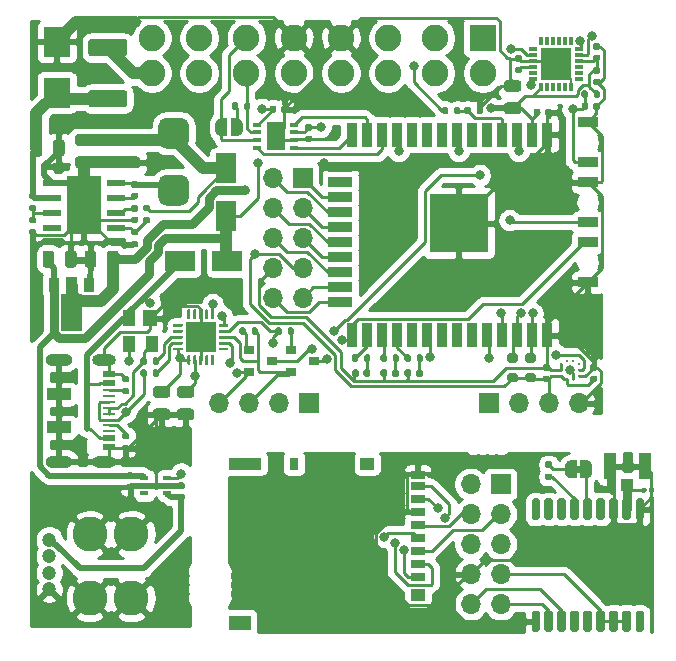
<source format=gtl>
G04 #@! TF.GenerationSoftware,KiCad,Pcbnew,5.1.10*
G04 #@! TF.CreationDate,2021-05-11T19:26:58+02:00*
G04 #@! TF.ProjectId,obd32,6f626433-322e-46b6-9963-61645f706362,rev?*
G04 #@! TF.SameCoordinates,Original*
G04 #@! TF.FileFunction,Copper,L1,Top*
G04 #@! TF.FilePolarity,Positive*
%FSLAX46Y46*%
G04 Gerber Fmt 4.6, Leading zero omitted, Abs format (unit mm)*
G04 Created by KiCad (PCBNEW 5.1.10) date 2021-05-11 19:26:58*
%MOMM*%
%LPD*%
G01*
G04 APERTURE LIST*
G04 #@! TA.AperFunction,EtchedComponent*
%ADD10C,0.100000*%
G04 #@! TD*
G04 #@! TA.AperFunction,SMDPad,CuDef*
%ADD11R,2.500000X2.500000*%
G04 #@! TD*
G04 #@! TA.AperFunction,SMDPad,CuDef*
%ADD12R,1.900000X1.300000*%
G04 #@! TD*
G04 #@! TA.AperFunction,SMDPad,CuDef*
%ADD13R,2.800000X1.000000*%
G04 #@! TD*
G04 #@! TA.AperFunction,SMDPad,CuDef*
%ADD14R,0.800000X1.000000*%
G04 #@! TD*
G04 #@! TA.AperFunction,SMDPad,CuDef*
%ADD15R,1.200000X1.000000*%
G04 #@! TD*
G04 #@! TA.AperFunction,SMDPad,CuDef*
%ADD16R,1.200000X0.700000*%
G04 #@! TD*
G04 #@! TA.AperFunction,ComponentPad*
%ADD17C,2.250000*%
G04 #@! TD*
G04 #@! TA.AperFunction,ComponentPad*
%ADD18R,2.250000X2.250000*%
G04 #@! TD*
G04 #@! TA.AperFunction,ComponentPad*
%ADD19C,0.600000*%
G04 #@! TD*
G04 #@! TA.AperFunction,SMDPad,CuDef*
%ADD20R,1.550000X0.600000*%
G04 #@! TD*
G04 #@! TA.AperFunction,SMDPad,CuDef*
%ADD21R,2.950000X4.900000*%
G04 #@! TD*
G04 #@! TA.AperFunction,SMDPad,CuDef*
%ADD22C,0.100000*%
G04 #@! TD*
G04 #@! TA.AperFunction,SMDPad,CuDef*
%ADD23R,0.900000X1.300000*%
G04 #@! TD*
G04 #@! TA.AperFunction,SMDPad,CuDef*
%ADD24R,0.900000X0.800000*%
G04 #@! TD*
G04 #@! TA.AperFunction,ComponentPad*
%ADD25O,1.700000X1.700000*%
G04 #@! TD*
G04 #@! TA.AperFunction,ComponentPad*
%ADD26R,1.700000X1.700000*%
G04 #@! TD*
G04 #@! TA.AperFunction,SMDPad,CuDef*
%ADD27R,2.500000X1.800000*%
G04 #@! TD*
G04 #@! TA.AperFunction,SMDPad,CuDef*
%ADD28R,1.800000X2.500000*%
G04 #@! TD*
G04 #@! TA.AperFunction,SMDPad,CuDef*
%ADD29R,2.300000X2.500000*%
G04 #@! TD*
G04 #@! TA.AperFunction,SMDPad,CuDef*
%ADD30R,2.000000X1.000000*%
G04 #@! TD*
G04 #@! TA.AperFunction,ComponentPad*
%ADD31O,2.300000X1.000000*%
G04 #@! TD*
G04 #@! TA.AperFunction,ComponentPad*
%ADD32O,2.000000X1.000000*%
G04 #@! TD*
G04 #@! TA.AperFunction,SMDPad,CuDef*
%ADD33R,1.000000X0.270000*%
G04 #@! TD*
G04 #@! TA.AperFunction,SMDPad,CuDef*
%ADD34R,1.000000X0.520000*%
G04 #@! TD*
G04 #@! TA.AperFunction,SMDPad,CuDef*
%ADD35R,1.000000X1.400000*%
G04 #@! TD*
G04 #@! TA.AperFunction,SMDPad,CuDef*
%ADD36R,1.200000X1.400000*%
G04 #@! TD*
G04 #@! TA.AperFunction,SMDPad,CuDef*
%ADD37R,0.254000X0.279400*%
G04 #@! TD*
G04 #@! TA.AperFunction,SMDPad,CuDef*
%ADD38R,0.279400X0.254000*%
G04 #@! TD*
G04 #@! TA.AperFunction,SMDPad,CuDef*
%ADD39R,1.041400X1.092200*%
G04 #@! TD*
G04 #@! TA.AperFunction,SMDPad,CuDef*
%ADD40R,1.041400X2.260600*%
G04 #@! TD*
G04 #@! TA.AperFunction,SMDPad,CuDef*
%ADD41R,0.900000X2.000000*%
G04 #@! TD*
G04 #@! TA.AperFunction,SMDPad,CuDef*
%ADD42R,2.000000X0.900000*%
G04 #@! TD*
G04 #@! TA.AperFunction,SMDPad,CuDef*
%ADD43R,5.000000X5.000000*%
G04 #@! TD*
G04 #@! TA.AperFunction,SMDPad,CuDef*
%ADD44R,1.700000X0.900000*%
G04 #@! TD*
G04 #@! TA.AperFunction,ComponentPad*
%ADD45C,2.970000*%
G04 #@! TD*
G04 #@! TA.AperFunction,ComponentPad*
%ADD46C,1.200000*%
G04 #@! TD*
G04 #@! TA.AperFunction,SMDPad,CuDef*
%ADD47R,0.650000X0.400000*%
G04 #@! TD*
G04 #@! TA.AperFunction,SMDPad,CuDef*
%ADD48R,2.650000X2.750000*%
G04 #@! TD*
G04 #@! TA.AperFunction,SMDPad,CuDef*
%ADD49R,0.800000X0.300000*%
G04 #@! TD*
G04 #@! TA.AperFunction,SMDPad,CuDef*
%ADD50R,0.300000X0.800000*%
G04 #@! TD*
G04 #@! TA.AperFunction,SMDPad,CuDef*
%ADD51R,1.550000X2.400000*%
G04 #@! TD*
G04 #@! TA.AperFunction,SMDPad,CuDef*
%ADD52R,0.650000X0.350000*%
G04 #@! TD*
G04 #@! TA.AperFunction,ViaPad*
%ADD53C,0.800000*%
G04 #@! TD*
G04 #@! TA.AperFunction,Conductor*
%ADD54C,0.250000*%
G04 #@! TD*
G04 #@! TA.AperFunction,Conductor*
%ADD55C,0.500000*%
G04 #@! TD*
G04 #@! TA.AperFunction,Conductor*
%ADD56C,0.200000*%
G04 #@! TD*
G04 #@! TA.AperFunction,Conductor*
%ADD57C,1.000000*%
G04 #@! TD*
G04 #@! TA.AperFunction,Conductor*
%ADD58C,0.750000*%
G04 #@! TD*
G04 #@! TA.AperFunction,Conductor*
%ADD59C,0.254000*%
G04 #@! TD*
G04 #@! TA.AperFunction,Conductor*
%ADD60C,0.100000*%
G04 #@! TD*
G04 APERTURE END LIST*
D10*
G36*
X244090000Y-99268000D02*
G01*
X243590000Y-99268000D01*
X243590000Y-99868000D01*
X244090000Y-99868000D01*
X244090000Y-99268000D01*
G37*
D11*
X211836000Y-88392000D03*
G04 #@! TA.AperFunction,SMDPad,CuDef*
G36*
G01*
X213423500Y-87267000D02*
X214123500Y-87267000D01*
G75*
G02*
X214186000Y-87329500I0J-62500D01*
G01*
X214186000Y-87454500D01*
G75*
G02*
X214123500Y-87517000I-62500J0D01*
G01*
X213423500Y-87517000D01*
G75*
G02*
X213361000Y-87454500I0J62500D01*
G01*
X213361000Y-87329500D01*
G75*
G02*
X213423500Y-87267000I62500J0D01*
G01*
G37*
G04 #@! TD.AperFunction*
G04 #@! TA.AperFunction,SMDPad,CuDef*
G36*
G01*
X213423500Y-87767000D02*
X214123500Y-87767000D01*
G75*
G02*
X214186000Y-87829500I0J-62500D01*
G01*
X214186000Y-87954500D01*
G75*
G02*
X214123500Y-88017000I-62500J0D01*
G01*
X213423500Y-88017000D01*
G75*
G02*
X213361000Y-87954500I0J62500D01*
G01*
X213361000Y-87829500D01*
G75*
G02*
X213423500Y-87767000I62500J0D01*
G01*
G37*
G04 #@! TD.AperFunction*
G04 #@! TA.AperFunction,SMDPad,CuDef*
G36*
G01*
X213423500Y-88267000D02*
X214123500Y-88267000D01*
G75*
G02*
X214186000Y-88329500I0J-62500D01*
G01*
X214186000Y-88454500D01*
G75*
G02*
X214123500Y-88517000I-62500J0D01*
G01*
X213423500Y-88517000D01*
G75*
G02*
X213361000Y-88454500I0J62500D01*
G01*
X213361000Y-88329500D01*
G75*
G02*
X213423500Y-88267000I62500J0D01*
G01*
G37*
G04 #@! TD.AperFunction*
G04 #@! TA.AperFunction,SMDPad,CuDef*
G36*
G01*
X213423500Y-88767000D02*
X214123500Y-88767000D01*
G75*
G02*
X214186000Y-88829500I0J-62500D01*
G01*
X214186000Y-88954500D01*
G75*
G02*
X214123500Y-89017000I-62500J0D01*
G01*
X213423500Y-89017000D01*
G75*
G02*
X213361000Y-88954500I0J62500D01*
G01*
X213361000Y-88829500D01*
G75*
G02*
X213423500Y-88767000I62500J0D01*
G01*
G37*
G04 #@! TD.AperFunction*
G04 #@! TA.AperFunction,SMDPad,CuDef*
G36*
G01*
X213423500Y-89267000D02*
X214123500Y-89267000D01*
G75*
G02*
X214186000Y-89329500I0J-62500D01*
G01*
X214186000Y-89454500D01*
G75*
G02*
X214123500Y-89517000I-62500J0D01*
G01*
X213423500Y-89517000D01*
G75*
G02*
X213361000Y-89454500I0J62500D01*
G01*
X213361000Y-89329500D01*
G75*
G02*
X213423500Y-89267000I62500J0D01*
G01*
G37*
G04 #@! TD.AperFunction*
G04 #@! TA.AperFunction,SMDPad,CuDef*
G36*
G01*
X212773500Y-89917000D02*
X212898500Y-89917000D01*
G75*
G02*
X212961000Y-89979500I0J-62500D01*
G01*
X212961000Y-90679500D01*
G75*
G02*
X212898500Y-90742000I-62500J0D01*
G01*
X212773500Y-90742000D01*
G75*
G02*
X212711000Y-90679500I0J62500D01*
G01*
X212711000Y-89979500D01*
G75*
G02*
X212773500Y-89917000I62500J0D01*
G01*
G37*
G04 #@! TD.AperFunction*
G04 #@! TA.AperFunction,SMDPad,CuDef*
G36*
G01*
X212273500Y-89917000D02*
X212398500Y-89917000D01*
G75*
G02*
X212461000Y-89979500I0J-62500D01*
G01*
X212461000Y-90679500D01*
G75*
G02*
X212398500Y-90742000I-62500J0D01*
G01*
X212273500Y-90742000D01*
G75*
G02*
X212211000Y-90679500I0J62500D01*
G01*
X212211000Y-89979500D01*
G75*
G02*
X212273500Y-89917000I62500J0D01*
G01*
G37*
G04 #@! TD.AperFunction*
G04 #@! TA.AperFunction,SMDPad,CuDef*
G36*
G01*
X211773500Y-89917000D02*
X211898500Y-89917000D01*
G75*
G02*
X211961000Y-89979500I0J-62500D01*
G01*
X211961000Y-90679500D01*
G75*
G02*
X211898500Y-90742000I-62500J0D01*
G01*
X211773500Y-90742000D01*
G75*
G02*
X211711000Y-90679500I0J62500D01*
G01*
X211711000Y-89979500D01*
G75*
G02*
X211773500Y-89917000I62500J0D01*
G01*
G37*
G04 #@! TD.AperFunction*
G04 #@! TA.AperFunction,SMDPad,CuDef*
G36*
G01*
X211273500Y-89917000D02*
X211398500Y-89917000D01*
G75*
G02*
X211461000Y-89979500I0J-62500D01*
G01*
X211461000Y-90679500D01*
G75*
G02*
X211398500Y-90742000I-62500J0D01*
G01*
X211273500Y-90742000D01*
G75*
G02*
X211211000Y-90679500I0J62500D01*
G01*
X211211000Y-89979500D01*
G75*
G02*
X211273500Y-89917000I62500J0D01*
G01*
G37*
G04 #@! TD.AperFunction*
G04 #@! TA.AperFunction,SMDPad,CuDef*
G36*
G01*
X210773500Y-89917000D02*
X210898500Y-89917000D01*
G75*
G02*
X210961000Y-89979500I0J-62500D01*
G01*
X210961000Y-90679500D01*
G75*
G02*
X210898500Y-90742000I-62500J0D01*
G01*
X210773500Y-90742000D01*
G75*
G02*
X210711000Y-90679500I0J62500D01*
G01*
X210711000Y-89979500D01*
G75*
G02*
X210773500Y-89917000I62500J0D01*
G01*
G37*
G04 #@! TD.AperFunction*
G04 #@! TA.AperFunction,SMDPad,CuDef*
G36*
G01*
X209548500Y-89267000D02*
X210248500Y-89267000D01*
G75*
G02*
X210311000Y-89329500I0J-62500D01*
G01*
X210311000Y-89454500D01*
G75*
G02*
X210248500Y-89517000I-62500J0D01*
G01*
X209548500Y-89517000D01*
G75*
G02*
X209486000Y-89454500I0J62500D01*
G01*
X209486000Y-89329500D01*
G75*
G02*
X209548500Y-89267000I62500J0D01*
G01*
G37*
G04 #@! TD.AperFunction*
G04 #@! TA.AperFunction,SMDPad,CuDef*
G36*
G01*
X209548500Y-88767000D02*
X210248500Y-88767000D01*
G75*
G02*
X210311000Y-88829500I0J-62500D01*
G01*
X210311000Y-88954500D01*
G75*
G02*
X210248500Y-89017000I-62500J0D01*
G01*
X209548500Y-89017000D01*
G75*
G02*
X209486000Y-88954500I0J62500D01*
G01*
X209486000Y-88829500D01*
G75*
G02*
X209548500Y-88767000I62500J0D01*
G01*
G37*
G04 #@! TD.AperFunction*
G04 #@! TA.AperFunction,SMDPad,CuDef*
G36*
G01*
X209548500Y-88267000D02*
X210248500Y-88267000D01*
G75*
G02*
X210311000Y-88329500I0J-62500D01*
G01*
X210311000Y-88454500D01*
G75*
G02*
X210248500Y-88517000I-62500J0D01*
G01*
X209548500Y-88517000D01*
G75*
G02*
X209486000Y-88454500I0J62500D01*
G01*
X209486000Y-88329500D01*
G75*
G02*
X209548500Y-88267000I62500J0D01*
G01*
G37*
G04 #@! TD.AperFunction*
G04 #@! TA.AperFunction,SMDPad,CuDef*
G36*
G01*
X209548500Y-87767000D02*
X210248500Y-87767000D01*
G75*
G02*
X210311000Y-87829500I0J-62500D01*
G01*
X210311000Y-87954500D01*
G75*
G02*
X210248500Y-88017000I-62500J0D01*
G01*
X209548500Y-88017000D01*
G75*
G02*
X209486000Y-87954500I0J62500D01*
G01*
X209486000Y-87829500D01*
G75*
G02*
X209548500Y-87767000I62500J0D01*
G01*
G37*
G04 #@! TD.AperFunction*
G04 #@! TA.AperFunction,SMDPad,CuDef*
G36*
G01*
X209548500Y-87267000D02*
X210248500Y-87267000D01*
G75*
G02*
X210311000Y-87329500I0J-62500D01*
G01*
X210311000Y-87454500D01*
G75*
G02*
X210248500Y-87517000I-62500J0D01*
G01*
X209548500Y-87517000D01*
G75*
G02*
X209486000Y-87454500I0J62500D01*
G01*
X209486000Y-87329500D01*
G75*
G02*
X209548500Y-87267000I62500J0D01*
G01*
G37*
G04 #@! TD.AperFunction*
G04 #@! TA.AperFunction,SMDPad,CuDef*
G36*
G01*
X210773500Y-86042000D02*
X210898500Y-86042000D01*
G75*
G02*
X210961000Y-86104500I0J-62500D01*
G01*
X210961000Y-86804500D01*
G75*
G02*
X210898500Y-86867000I-62500J0D01*
G01*
X210773500Y-86867000D01*
G75*
G02*
X210711000Y-86804500I0J62500D01*
G01*
X210711000Y-86104500D01*
G75*
G02*
X210773500Y-86042000I62500J0D01*
G01*
G37*
G04 #@! TD.AperFunction*
G04 #@! TA.AperFunction,SMDPad,CuDef*
G36*
G01*
X211273500Y-86042000D02*
X211398500Y-86042000D01*
G75*
G02*
X211461000Y-86104500I0J-62500D01*
G01*
X211461000Y-86804500D01*
G75*
G02*
X211398500Y-86867000I-62500J0D01*
G01*
X211273500Y-86867000D01*
G75*
G02*
X211211000Y-86804500I0J62500D01*
G01*
X211211000Y-86104500D01*
G75*
G02*
X211273500Y-86042000I62500J0D01*
G01*
G37*
G04 #@! TD.AperFunction*
G04 #@! TA.AperFunction,SMDPad,CuDef*
G36*
G01*
X211773500Y-86042000D02*
X211898500Y-86042000D01*
G75*
G02*
X211961000Y-86104500I0J-62500D01*
G01*
X211961000Y-86804500D01*
G75*
G02*
X211898500Y-86867000I-62500J0D01*
G01*
X211773500Y-86867000D01*
G75*
G02*
X211711000Y-86804500I0J62500D01*
G01*
X211711000Y-86104500D01*
G75*
G02*
X211773500Y-86042000I62500J0D01*
G01*
G37*
G04 #@! TD.AperFunction*
G04 #@! TA.AperFunction,SMDPad,CuDef*
G36*
G01*
X212273500Y-86042000D02*
X212398500Y-86042000D01*
G75*
G02*
X212461000Y-86104500I0J-62500D01*
G01*
X212461000Y-86804500D01*
G75*
G02*
X212398500Y-86867000I-62500J0D01*
G01*
X212273500Y-86867000D01*
G75*
G02*
X212211000Y-86804500I0J62500D01*
G01*
X212211000Y-86104500D01*
G75*
G02*
X212273500Y-86042000I62500J0D01*
G01*
G37*
G04 #@! TD.AperFunction*
G04 #@! TA.AperFunction,SMDPad,CuDef*
G36*
G01*
X212773500Y-86042000D02*
X212898500Y-86042000D01*
G75*
G02*
X212961000Y-86104500I0J-62500D01*
G01*
X212961000Y-86804500D01*
G75*
G02*
X212898500Y-86867000I-62500J0D01*
G01*
X212773500Y-86867000D01*
G75*
G02*
X212711000Y-86804500I0J62500D01*
G01*
X212711000Y-86104500D01*
G75*
G02*
X212773500Y-86042000I62500J0D01*
G01*
G37*
G04 #@! TD.AperFunction*
G04 #@! TA.AperFunction,SMDPad,CuDef*
G36*
G01*
X205362000Y-64615000D02*
X202562000Y-64615000D01*
G75*
G02*
X202312000Y-64365000I0J250000D01*
G01*
X202312000Y-63390000D01*
G75*
G02*
X202562000Y-63140000I250000J0D01*
G01*
X205362000Y-63140000D01*
G75*
G02*
X205612000Y-63390000I0J-250000D01*
G01*
X205612000Y-64365000D01*
G75*
G02*
X205362000Y-64615000I-250000J0D01*
G01*
G37*
G04 #@! TD.AperFunction*
G04 #@! TA.AperFunction,SMDPad,CuDef*
G36*
G01*
X205362000Y-68940000D02*
X202562000Y-68940000D01*
G75*
G02*
X202312000Y-68690000I0J250000D01*
G01*
X202312000Y-67715000D01*
G75*
G02*
X202562000Y-67465000I250000J0D01*
G01*
X205362000Y-67465000D01*
G75*
G02*
X205612000Y-67715000I0J-250000D01*
G01*
X205612000Y-68690000D01*
G75*
G02*
X205362000Y-68940000I-250000J0D01*
G01*
G37*
G04 #@! TD.AperFunction*
D12*
X215129000Y-112593000D03*
D13*
X215579000Y-99093000D03*
D14*
X219729000Y-99093000D03*
D15*
X225929000Y-99093000D03*
X230229000Y-110243000D03*
D16*
X230229000Y-102093000D03*
X230229000Y-103193000D03*
X230229000Y-104293000D03*
X230229000Y-105393000D03*
X230229000Y-106493000D03*
X230229000Y-107593000D03*
X230229000Y-108693000D03*
X230229000Y-100993000D03*
X230229000Y-100043000D03*
D17*
X207710000Y-66040000D03*
X211710000Y-66040000D03*
X215710000Y-66040000D03*
X219710000Y-66040000D03*
X223710000Y-66040000D03*
X227710000Y-66040000D03*
X231710000Y-66040000D03*
X235710000Y-66040000D03*
X207710000Y-63040000D03*
X211710000Y-63040000D03*
X215710000Y-63040000D03*
X219710000Y-63040000D03*
X223710000Y-63040000D03*
X227710000Y-63040000D03*
X231710000Y-63040000D03*
D18*
X235710000Y-63040000D03*
G04 #@! TA.AperFunction,SMDPad,CuDef*
G36*
G01*
X208900000Y-74646000D02*
X210200000Y-74646000D01*
G75*
G02*
X210850000Y-75296000I0J-650000D01*
G01*
X210850000Y-76596000D01*
G75*
G02*
X210200000Y-77246000I-650000J0D01*
G01*
X208900000Y-77246000D01*
G75*
G02*
X208250000Y-76596000I0J650000D01*
G01*
X208250000Y-75296000D01*
G75*
G02*
X208900000Y-74646000I650000J0D01*
G01*
G37*
G04 #@! TD.AperFunction*
G04 #@! TA.AperFunction,SMDPad,CuDef*
G36*
G01*
X208900000Y-69820000D02*
X210200000Y-69820000D01*
G75*
G02*
X210850000Y-70470000I0J-650000D01*
G01*
X210850000Y-71770000D01*
G75*
G02*
X210200000Y-72420000I-650000J0D01*
G01*
X208900000Y-72420000D01*
G75*
G02*
X208250000Y-71770000I0J650000D01*
G01*
X208250000Y-70470000D01*
G75*
G02*
X208900000Y-69820000I650000J0D01*
G01*
G37*
G04 #@! TD.AperFunction*
G04 #@! TA.AperFunction,SMDPad,CuDef*
G36*
G01*
X206418000Y-75746000D02*
X206078000Y-75746000D01*
G75*
G02*
X205938000Y-75606000I0J140000D01*
G01*
X205938000Y-75326000D01*
G75*
G02*
X206078000Y-75186000I140000J0D01*
G01*
X206418000Y-75186000D01*
G75*
G02*
X206558000Y-75326000I0J-140000D01*
G01*
X206558000Y-75606000D01*
G75*
G02*
X206418000Y-75746000I-140000J0D01*
G01*
G37*
G04 #@! TD.AperFunction*
G04 #@! TA.AperFunction,SMDPad,CuDef*
G36*
G01*
X206418000Y-76706000D02*
X206078000Y-76706000D01*
G75*
G02*
X205938000Y-76566000I0J140000D01*
G01*
X205938000Y-76286000D01*
G75*
G02*
X206078000Y-76146000I140000J0D01*
G01*
X206418000Y-76146000D01*
G75*
G02*
X206558000Y-76286000I0J-140000D01*
G01*
X206558000Y-76566000D01*
G75*
G02*
X206418000Y-76706000I-140000J0D01*
G01*
G37*
G04 #@! TD.AperFunction*
D19*
X202580000Y-79166000D03*
X202580000Y-77866000D03*
X201280000Y-77866000D03*
X201280000Y-79166000D03*
X202580000Y-75266000D03*
X202580000Y-76566000D03*
X201280000Y-76566000D03*
X201280000Y-75266000D03*
D20*
X204630000Y-75311000D03*
X204630000Y-76581000D03*
X204630000Y-77851000D03*
X204630000Y-79121000D03*
X199230000Y-79121000D03*
X199230000Y-77851000D03*
X199230000Y-76581000D03*
X199230000Y-75311000D03*
D21*
X201930000Y-77216000D03*
G04 #@! TA.AperFunction,SMDPad,CuDef*
D22*
G36*
X200047500Y-87898000D02*
G01*
X200047500Y-84773000D01*
X200464000Y-84773000D01*
X200464000Y-83298000D01*
X201364000Y-83298000D01*
X201364000Y-84773000D01*
X201780500Y-84773000D01*
X201780500Y-87898000D01*
X200047500Y-87898000D01*
G37*
G04 #@! TD.AperFunction*
D23*
X199414000Y-83948000D03*
X202414000Y-83948000D03*
G04 #@! TA.AperFunction,SMDPad,CuDef*
G36*
G01*
X218708000Y-87699000D02*
X218708000Y-88069000D01*
G75*
G02*
X218573000Y-88204000I-135000J0D01*
G01*
X218303000Y-88204000D01*
G75*
G02*
X218168000Y-88069000I0J135000D01*
G01*
X218168000Y-87699000D01*
G75*
G02*
X218303000Y-87564000I135000J0D01*
G01*
X218573000Y-87564000D01*
G75*
G02*
X218708000Y-87699000I0J-135000D01*
G01*
G37*
G04 #@! TD.AperFunction*
G04 #@! TA.AperFunction,SMDPad,CuDef*
G36*
G01*
X219728000Y-87699000D02*
X219728000Y-88069000D01*
G75*
G02*
X219593000Y-88204000I-135000J0D01*
G01*
X219323000Y-88204000D01*
G75*
G02*
X219188000Y-88069000I0J135000D01*
G01*
X219188000Y-87699000D01*
G75*
G02*
X219323000Y-87564000I135000J0D01*
G01*
X219593000Y-87564000D01*
G75*
G02*
X219728000Y-87699000I0J-135000D01*
G01*
G37*
G04 #@! TD.AperFunction*
G04 #@! TA.AperFunction,SMDPad,CuDef*
G36*
G01*
X216140000Y-88069000D02*
X216140000Y-87699000D01*
G75*
G02*
X216275000Y-87564000I135000J0D01*
G01*
X216545000Y-87564000D01*
G75*
G02*
X216680000Y-87699000I0J-135000D01*
G01*
X216680000Y-88069000D01*
G75*
G02*
X216545000Y-88204000I-135000J0D01*
G01*
X216275000Y-88204000D01*
G75*
G02*
X216140000Y-88069000I0J135000D01*
G01*
G37*
G04 #@! TD.AperFunction*
G04 #@! TA.AperFunction,SMDPad,CuDef*
G36*
G01*
X215120000Y-88069000D02*
X215120000Y-87699000D01*
G75*
G02*
X215255000Y-87564000I135000J0D01*
G01*
X215525000Y-87564000D01*
G75*
G02*
X215660000Y-87699000I0J-135000D01*
G01*
X215660000Y-88069000D01*
G75*
G02*
X215525000Y-88204000I-135000J0D01*
G01*
X215255000Y-88204000D01*
G75*
G02*
X215120000Y-88069000I0J135000D01*
G01*
G37*
G04 #@! TD.AperFunction*
G04 #@! TA.AperFunction,SMDPad,CuDef*
G36*
G01*
X206433000Y-79770000D02*
X206063000Y-79770000D01*
G75*
G02*
X205928000Y-79635000I0J135000D01*
G01*
X205928000Y-79365000D01*
G75*
G02*
X206063000Y-79230000I135000J0D01*
G01*
X206433000Y-79230000D01*
G75*
G02*
X206568000Y-79365000I0J-135000D01*
G01*
X206568000Y-79635000D01*
G75*
G02*
X206433000Y-79770000I-135000J0D01*
G01*
G37*
G04 #@! TD.AperFunction*
G04 #@! TA.AperFunction,SMDPad,CuDef*
G36*
G01*
X206433000Y-80790000D02*
X206063000Y-80790000D01*
G75*
G02*
X205928000Y-80655000I0J135000D01*
G01*
X205928000Y-80385000D01*
G75*
G02*
X206063000Y-80250000I135000J0D01*
G01*
X206433000Y-80250000D01*
G75*
G02*
X206568000Y-80385000I0J-135000D01*
G01*
X206568000Y-80655000D01*
G75*
G02*
X206433000Y-80790000I-135000J0D01*
G01*
G37*
G04 #@! TD.AperFunction*
G04 #@! TA.AperFunction,SMDPad,CuDef*
G36*
G01*
X207449000Y-77738000D02*
X207079000Y-77738000D01*
G75*
G02*
X206944000Y-77603000I0J135000D01*
G01*
X206944000Y-77333000D01*
G75*
G02*
X207079000Y-77198000I135000J0D01*
G01*
X207449000Y-77198000D01*
G75*
G02*
X207584000Y-77333000I0J-135000D01*
G01*
X207584000Y-77603000D01*
G75*
G02*
X207449000Y-77738000I-135000J0D01*
G01*
G37*
G04 #@! TD.AperFunction*
G04 #@! TA.AperFunction,SMDPad,CuDef*
G36*
G01*
X207449000Y-78758000D02*
X207079000Y-78758000D01*
G75*
G02*
X206944000Y-78623000I0J135000D01*
G01*
X206944000Y-78353000D01*
G75*
G02*
X207079000Y-78218000I135000J0D01*
G01*
X207449000Y-78218000D01*
G75*
G02*
X207584000Y-78353000I0J-135000D01*
G01*
X207584000Y-78623000D01*
G75*
G02*
X207449000Y-78758000I-135000J0D01*
G01*
G37*
G04 #@! TD.AperFunction*
G04 #@! TA.AperFunction,SMDPad,CuDef*
G36*
G01*
X197427000Y-79234000D02*
X197797000Y-79234000D01*
G75*
G02*
X197932000Y-79369000I0J-135000D01*
G01*
X197932000Y-79639000D01*
G75*
G02*
X197797000Y-79774000I-135000J0D01*
G01*
X197427000Y-79774000D01*
G75*
G02*
X197292000Y-79639000I0J135000D01*
G01*
X197292000Y-79369000D01*
G75*
G02*
X197427000Y-79234000I135000J0D01*
G01*
G37*
G04 #@! TD.AperFunction*
G04 #@! TA.AperFunction,SMDPad,CuDef*
G36*
G01*
X197427000Y-78214000D02*
X197797000Y-78214000D01*
G75*
G02*
X197932000Y-78349000I0J-135000D01*
G01*
X197932000Y-78619000D01*
G75*
G02*
X197797000Y-78754000I-135000J0D01*
G01*
X197427000Y-78754000D01*
G75*
G02*
X197292000Y-78619000I0J135000D01*
G01*
X197292000Y-78349000D01*
G75*
G02*
X197427000Y-78214000I135000J0D01*
G01*
G37*
G04 #@! TD.AperFunction*
G04 #@! TA.AperFunction,SMDPad,CuDef*
G36*
G01*
X197797000Y-76722000D02*
X197427000Y-76722000D01*
G75*
G02*
X197292000Y-76587000I0J135000D01*
G01*
X197292000Y-76317000D01*
G75*
G02*
X197427000Y-76182000I135000J0D01*
G01*
X197797000Y-76182000D01*
G75*
G02*
X197932000Y-76317000I0J-135000D01*
G01*
X197932000Y-76587000D01*
G75*
G02*
X197797000Y-76722000I-135000J0D01*
G01*
G37*
G04 #@! TD.AperFunction*
G04 #@! TA.AperFunction,SMDPad,CuDef*
G36*
G01*
X197797000Y-77742000D02*
X197427000Y-77742000D01*
G75*
G02*
X197292000Y-77607000I0J135000D01*
G01*
X197292000Y-77337000D01*
G75*
G02*
X197427000Y-77202000I135000J0D01*
G01*
X197797000Y-77202000D01*
G75*
G02*
X197932000Y-77337000I0J-135000D01*
G01*
X197932000Y-77607000D01*
G75*
G02*
X197797000Y-77742000I-135000J0D01*
G01*
G37*
G04 #@! TD.AperFunction*
D24*
X221472000Y-90424000D03*
X219472000Y-91374000D03*
X219472000Y-89474000D03*
X217916000Y-90424000D03*
X215916000Y-91374000D03*
X215916000Y-89474000D03*
D25*
X213360000Y-93980000D03*
X215900000Y-93980000D03*
X218440000Y-93980000D03*
D26*
X220980000Y-93980000D03*
D25*
X243840000Y-93980000D03*
X241300000Y-93980000D03*
X238760000Y-93980000D03*
D26*
X236220000Y-93980000D03*
D27*
X210090000Y-81915000D03*
X214090000Y-81915000D03*
D28*
X213995000Y-74105000D03*
X213995000Y-78105000D03*
D29*
X199644000Y-63382000D03*
X199644000Y-67682000D03*
G04 #@! TA.AperFunction,SMDPad,CuDef*
G36*
G01*
X205519000Y-73094000D02*
X206469000Y-73094000D01*
G75*
G02*
X206719000Y-73344000I0J-250000D01*
G01*
X206719000Y-73844000D01*
G75*
G02*
X206469000Y-74094000I-250000J0D01*
G01*
X205519000Y-74094000D01*
G75*
G02*
X205269000Y-73844000I0J250000D01*
G01*
X205269000Y-73344000D01*
G75*
G02*
X205519000Y-73094000I250000J0D01*
G01*
G37*
G04 #@! TD.AperFunction*
G04 #@! TA.AperFunction,SMDPad,CuDef*
G36*
G01*
X205519000Y-71194000D02*
X206469000Y-71194000D01*
G75*
G02*
X206719000Y-71444000I0J-250000D01*
G01*
X206719000Y-71944000D01*
G75*
G02*
X206469000Y-72194000I-250000J0D01*
G01*
X205519000Y-72194000D01*
G75*
G02*
X205269000Y-71944000I0J250000D01*
G01*
X205269000Y-71444000D01*
G75*
G02*
X205519000Y-71194000I250000J0D01*
G01*
G37*
G04 #@! TD.AperFunction*
G04 #@! TA.AperFunction,SMDPad,CuDef*
G36*
G01*
X203487000Y-73094000D02*
X204437000Y-73094000D01*
G75*
G02*
X204687000Y-73344000I0J-250000D01*
G01*
X204687000Y-73844000D01*
G75*
G02*
X204437000Y-74094000I-250000J0D01*
G01*
X203487000Y-74094000D01*
G75*
G02*
X203237000Y-73844000I0J250000D01*
G01*
X203237000Y-73344000D01*
G75*
G02*
X203487000Y-73094000I250000J0D01*
G01*
G37*
G04 #@! TD.AperFunction*
G04 #@! TA.AperFunction,SMDPad,CuDef*
G36*
G01*
X203487000Y-71194000D02*
X204437000Y-71194000D01*
G75*
G02*
X204687000Y-71444000I0J-250000D01*
G01*
X204687000Y-71944000D01*
G75*
G02*
X204437000Y-72194000I-250000J0D01*
G01*
X203487000Y-72194000D01*
G75*
G02*
X203237000Y-71944000I0J250000D01*
G01*
X203237000Y-71444000D01*
G75*
G02*
X203487000Y-71194000I250000J0D01*
G01*
G37*
G04 #@! TD.AperFunction*
G04 #@! TA.AperFunction,SMDPad,CuDef*
G36*
G01*
X201455000Y-73094000D02*
X202405000Y-73094000D01*
G75*
G02*
X202655000Y-73344000I0J-250000D01*
G01*
X202655000Y-73844000D01*
G75*
G02*
X202405000Y-74094000I-250000J0D01*
G01*
X201455000Y-74094000D01*
G75*
G02*
X201205000Y-73844000I0J250000D01*
G01*
X201205000Y-73344000D01*
G75*
G02*
X201455000Y-73094000I250000J0D01*
G01*
G37*
G04 #@! TD.AperFunction*
G04 #@! TA.AperFunction,SMDPad,CuDef*
G36*
G01*
X201455000Y-71194000D02*
X202405000Y-71194000D01*
G75*
G02*
X202655000Y-71444000I0J-250000D01*
G01*
X202655000Y-71944000D01*
G75*
G02*
X202405000Y-72194000I-250000J0D01*
G01*
X201455000Y-72194000D01*
G75*
G02*
X201205000Y-71944000I0J250000D01*
G01*
X201205000Y-71444000D01*
G75*
G02*
X201455000Y-71194000I250000J0D01*
G01*
G37*
G04 #@! TD.AperFunction*
G04 #@! TA.AperFunction,SMDPad,CuDef*
G36*
G01*
X206078000Y-78178000D02*
X206418000Y-78178000D01*
G75*
G02*
X206558000Y-78318000I0J-140000D01*
G01*
X206558000Y-78598000D01*
G75*
G02*
X206418000Y-78738000I-140000J0D01*
G01*
X206078000Y-78738000D01*
G75*
G02*
X205938000Y-78598000I0J140000D01*
G01*
X205938000Y-78318000D01*
G75*
G02*
X206078000Y-78178000I140000J0D01*
G01*
G37*
G04 #@! TD.AperFunction*
G04 #@! TA.AperFunction,SMDPad,CuDef*
G36*
G01*
X206078000Y-77218000D02*
X206418000Y-77218000D01*
G75*
G02*
X206558000Y-77358000I0J-140000D01*
G01*
X206558000Y-77638000D01*
G75*
G02*
X206418000Y-77778000I-140000J0D01*
G01*
X206078000Y-77778000D01*
G75*
G02*
X205938000Y-77638000I0J140000D01*
G01*
X205938000Y-77358000D01*
G75*
G02*
X206078000Y-77218000I140000J0D01*
G01*
G37*
G04 #@! TD.AperFunction*
G04 #@! TA.AperFunction,SMDPad,CuDef*
G36*
G01*
X198320000Y-74084000D02*
X198320000Y-73744000D01*
G75*
G02*
X198460000Y-73604000I140000J0D01*
G01*
X198740000Y-73604000D01*
G75*
G02*
X198880000Y-73744000I0J-140000D01*
G01*
X198880000Y-74084000D01*
G75*
G02*
X198740000Y-74224000I-140000J0D01*
G01*
X198460000Y-74224000D01*
G75*
G02*
X198320000Y-74084000I0J140000D01*
G01*
G37*
G04 #@! TD.AperFunction*
G04 #@! TA.AperFunction,SMDPad,CuDef*
G36*
G01*
X197360000Y-74084000D02*
X197360000Y-73744000D01*
G75*
G02*
X197500000Y-73604000I140000J0D01*
G01*
X197780000Y-73604000D01*
G75*
G02*
X197920000Y-73744000I0J-140000D01*
G01*
X197920000Y-74084000D01*
G75*
G02*
X197780000Y-74224000I-140000J0D01*
G01*
X197500000Y-74224000D01*
G75*
G02*
X197360000Y-74084000I0J140000D01*
G01*
G37*
G04 #@! TD.AperFunction*
G04 #@! TA.AperFunction,SMDPad,CuDef*
G36*
G01*
X199332000Y-72865000D02*
X199332000Y-71915000D01*
G75*
G02*
X199582000Y-71665000I250000J0D01*
G01*
X200082000Y-71665000D01*
G75*
G02*
X200332000Y-71915000I0J-250000D01*
G01*
X200332000Y-72865000D01*
G75*
G02*
X200082000Y-73115000I-250000J0D01*
G01*
X199582000Y-73115000D01*
G75*
G02*
X199332000Y-72865000I0J250000D01*
G01*
G37*
G04 #@! TD.AperFunction*
G04 #@! TA.AperFunction,SMDPad,CuDef*
G36*
G01*
X197432000Y-72865000D02*
X197432000Y-71915000D01*
G75*
G02*
X197682000Y-71665000I250000J0D01*
G01*
X198182000Y-71665000D01*
G75*
G02*
X198432000Y-71915000I0J-250000D01*
G01*
X198432000Y-72865000D01*
G75*
G02*
X198182000Y-73115000I-250000J0D01*
G01*
X197682000Y-73115000D01*
G75*
G02*
X197432000Y-72865000I0J250000D01*
G01*
G37*
G04 #@! TD.AperFunction*
G04 #@! TA.AperFunction,SMDPad,CuDef*
G36*
G01*
X203004000Y-81313000D02*
X203004000Y-82263000D01*
G75*
G02*
X202754000Y-82513000I-250000J0D01*
G01*
X202254000Y-82513000D01*
G75*
G02*
X202004000Y-82263000I0J250000D01*
G01*
X202004000Y-81313000D01*
G75*
G02*
X202254000Y-81063000I250000J0D01*
G01*
X202754000Y-81063000D01*
G75*
G02*
X203004000Y-81313000I0J-250000D01*
G01*
G37*
G04 #@! TD.AperFunction*
G04 #@! TA.AperFunction,SMDPad,CuDef*
G36*
G01*
X204904000Y-81313000D02*
X204904000Y-82263000D01*
G75*
G02*
X204654000Y-82513000I-250000J0D01*
G01*
X204154000Y-82513000D01*
G75*
G02*
X203904000Y-82263000I0J250000D01*
G01*
X203904000Y-81313000D01*
G75*
G02*
X204154000Y-81063000I250000J0D01*
G01*
X204654000Y-81063000D01*
G75*
G02*
X204904000Y-81313000I0J-250000D01*
G01*
G37*
G04 #@! TD.AperFunction*
G04 #@! TA.AperFunction,SMDPad,CuDef*
G36*
G01*
X200348000Y-82263000D02*
X200348000Y-81313000D01*
G75*
G02*
X200598000Y-81063000I250000J0D01*
G01*
X201098000Y-81063000D01*
G75*
G02*
X201348000Y-81313000I0J-250000D01*
G01*
X201348000Y-82263000D01*
G75*
G02*
X201098000Y-82513000I-250000J0D01*
G01*
X200598000Y-82513000D01*
G75*
G02*
X200348000Y-82263000I0J250000D01*
G01*
G37*
G04 #@! TD.AperFunction*
G04 #@! TA.AperFunction,SMDPad,CuDef*
G36*
G01*
X198448000Y-82263000D02*
X198448000Y-81313000D01*
G75*
G02*
X198698000Y-81063000I250000J0D01*
G01*
X199198000Y-81063000D01*
G75*
G02*
X199448000Y-81313000I0J-250000D01*
G01*
X199448000Y-82263000D01*
G75*
G02*
X199198000Y-82513000I-250000J0D01*
G01*
X198698000Y-82513000D01*
G75*
G02*
X198448000Y-82263000I0J250000D01*
G01*
G37*
G04 #@! TD.AperFunction*
G04 #@! TA.AperFunction,SMDPad,CuDef*
G36*
G01*
X208059000Y-94430000D02*
X209009000Y-94430000D01*
G75*
G02*
X209259000Y-94680000I0J-250000D01*
G01*
X209259000Y-95180000D01*
G75*
G02*
X209009000Y-95430000I-250000J0D01*
G01*
X208059000Y-95430000D01*
G75*
G02*
X207809000Y-95180000I0J250000D01*
G01*
X207809000Y-94680000D01*
G75*
G02*
X208059000Y-94430000I250000J0D01*
G01*
G37*
G04 #@! TD.AperFunction*
G04 #@! TA.AperFunction,SMDPad,CuDef*
G36*
G01*
X208059000Y-92530000D02*
X209009000Y-92530000D01*
G75*
G02*
X209259000Y-92780000I0J-250000D01*
G01*
X209259000Y-93280000D01*
G75*
G02*
X209009000Y-93530000I-250000J0D01*
G01*
X208059000Y-93530000D01*
G75*
G02*
X207809000Y-93280000I0J250000D01*
G01*
X207809000Y-92780000D01*
G75*
G02*
X208059000Y-92530000I250000J0D01*
G01*
G37*
G04 #@! TD.AperFunction*
G04 #@! TA.AperFunction,SMDPad,CuDef*
G36*
G01*
X211041000Y-93530000D02*
X210091000Y-93530000D01*
G75*
G02*
X209841000Y-93280000I0J250000D01*
G01*
X209841000Y-92780000D01*
G75*
G02*
X210091000Y-92530000I250000J0D01*
G01*
X211041000Y-92530000D01*
G75*
G02*
X211291000Y-92780000I0J-250000D01*
G01*
X211291000Y-93280000D01*
G75*
G02*
X211041000Y-93530000I-250000J0D01*
G01*
G37*
G04 #@! TD.AperFunction*
G04 #@! TA.AperFunction,SMDPad,CuDef*
G36*
G01*
X211041000Y-95430000D02*
X210091000Y-95430000D01*
G75*
G02*
X209841000Y-95180000I0J250000D01*
G01*
X209841000Y-94680000D01*
G75*
G02*
X210091000Y-94430000I250000J0D01*
G01*
X211041000Y-94430000D01*
G75*
G02*
X211291000Y-94680000I0J-250000D01*
G01*
X211291000Y-95180000D01*
G75*
G02*
X211041000Y-95430000I-250000J0D01*
G01*
G37*
G04 #@! TD.AperFunction*
G04 #@! TA.AperFunction,SMDPad,CuDef*
G36*
G01*
X240051000Y-90570500D02*
X239501000Y-90570500D01*
G75*
G02*
X239301000Y-90370500I0J200000D01*
G01*
X239301000Y-89970500D01*
G75*
G02*
X239501000Y-89770500I200000J0D01*
G01*
X240051000Y-89770500D01*
G75*
G02*
X240251000Y-89970500I0J-200000D01*
G01*
X240251000Y-90370500D01*
G75*
G02*
X240051000Y-90570500I-200000J0D01*
G01*
G37*
G04 #@! TD.AperFunction*
G04 #@! TA.AperFunction,SMDPad,CuDef*
G36*
G01*
X240051000Y-92220500D02*
X239501000Y-92220500D01*
G75*
G02*
X239301000Y-92020500I0J200000D01*
G01*
X239301000Y-91620500D01*
G75*
G02*
X239501000Y-91420500I200000J0D01*
G01*
X240051000Y-91420500D01*
G75*
G02*
X240251000Y-91620500I0J-200000D01*
G01*
X240251000Y-92020500D01*
G75*
G02*
X240051000Y-92220500I-200000J0D01*
G01*
G37*
G04 #@! TD.AperFunction*
G04 #@! TA.AperFunction,SMDPad,CuDef*
G36*
G01*
X237977000Y-91420500D02*
X238527000Y-91420500D01*
G75*
G02*
X238727000Y-91620500I0J-200000D01*
G01*
X238727000Y-92020500D01*
G75*
G02*
X238527000Y-92220500I-200000J0D01*
G01*
X237977000Y-92220500D01*
G75*
G02*
X237777000Y-92020500I0J200000D01*
G01*
X237777000Y-91620500D01*
G75*
G02*
X237977000Y-91420500I200000J0D01*
G01*
G37*
G04 #@! TD.AperFunction*
G04 #@! TA.AperFunction,SMDPad,CuDef*
G36*
G01*
X237977000Y-89770500D02*
X238527000Y-89770500D01*
G75*
G02*
X238727000Y-89970500I0J-200000D01*
G01*
X238727000Y-90370500D01*
G75*
G02*
X238527000Y-90570500I-200000J0D01*
G01*
X237977000Y-90570500D01*
G75*
G02*
X237777000Y-90370500I0J200000D01*
G01*
X237777000Y-89970500D01*
G75*
G02*
X237977000Y-89770500I200000J0D01*
G01*
G37*
G04 #@! TD.AperFunction*
G04 #@! TA.AperFunction,SMDPad,CuDef*
G36*
G01*
X207758000Y-90609000D02*
X207758000Y-90239000D01*
G75*
G02*
X207893000Y-90104000I135000J0D01*
G01*
X208163000Y-90104000D01*
G75*
G02*
X208298000Y-90239000I0J-135000D01*
G01*
X208298000Y-90609000D01*
G75*
G02*
X208163000Y-90744000I-135000J0D01*
G01*
X207893000Y-90744000D01*
G75*
G02*
X207758000Y-90609000I0J135000D01*
G01*
G37*
G04 #@! TD.AperFunction*
G04 #@! TA.AperFunction,SMDPad,CuDef*
G36*
G01*
X206738000Y-90609000D02*
X206738000Y-90239000D01*
G75*
G02*
X206873000Y-90104000I135000J0D01*
G01*
X207143000Y-90104000D01*
G75*
G02*
X207278000Y-90239000I0J-135000D01*
G01*
X207278000Y-90609000D01*
G75*
G02*
X207143000Y-90744000I-135000J0D01*
G01*
X206873000Y-90744000D01*
G75*
G02*
X206738000Y-90609000I0J135000D01*
G01*
G37*
G04 #@! TD.AperFunction*
G04 #@! TA.AperFunction,SMDPad,CuDef*
G36*
G01*
X207758000Y-91625000D02*
X207758000Y-91255000D01*
G75*
G02*
X207893000Y-91120000I135000J0D01*
G01*
X208163000Y-91120000D01*
G75*
G02*
X208298000Y-91255000I0J-135000D01*
G01*
X208298000Y-91625000D01*
G75*
G02*
X208163000Y-91760000I-135000J0D01*
G01*
X207893000Y-91760000D01*
G75*
G02*
X207758000Y-91625000I0J135000D01*
G01*
G37*
G04 #@! TD.AperFunction*
G04 #@! TA.AperFunction,SMDPad,CuDef*
G36*
G01*
X206738000Y-91625000D02*
X206738000Y-91255000D01*
G75*
G02*
X206873000Y-91120000I135000J0D01*
G01*
X207143000Y-91120000D01*
G75*
G02*
X207278000Y-91255000I0J-135000D01*
G01*
X207278000Y-91625000D01*
G75*
G02*
X207143000Y-91760000I-135000J0D01*
G01*
X206873000Y-91760000D01*
G75*
G02*
X206738000Y-91625000I0J135000D01*
G01*
G37*
G04 #@! TD.AperFunction*
G04 #@! TA.AperFunction,SMDPad,CuDef*
G36*
G01*
X205301000Y-97522000D02*
X205671000Y-97522000D01*
G75*
G02*
X205806000Y-97657000I0J-135000D01*
G01*
X205806000Y-97927000D01*
G75*
G02*
X205671000Y-98062000I-135000J0D01*
G01*
X205301000Y-98062000D01*
G75*
G02*
X205166000Y-97927000I0J135000D01*
G01*
X205166000Y-97657000D01*
G75*
G02*
X205301000Y-97522000I135000J0D01*
G01*
G37*
G04 #@! TD.AperFunction*
G04 #@! TA.AperFunction,SMDPad,CuDef*
G36*
G01*
X205301000Y-96502000D02*
X205671000Y-96502000D01*
G75*
G02*
X205806000Y-96637000I0J-135000D01*
G01*
X205806000Y-96907000D01*
G75*
G02*
X205671000Y-97042000I-135000J0D01*
G01*
X205301000Y-97042000D01*
G75*
G02*
X205166000Y-96907000I0J135000D01*
G01*
X205166000Y-96637000D01*
G75*
G02*
X205301000Y-96502000I135000J0D01*
G01*
G37*
G04 #@! TD.AperFunction*
G04 #@! TA.AperFunction,SMDPad,CuDef*
G36*
G01*
X205301000Y-92696000D02*
X205671000Y-92696000D01*
G75*
G02*
X205806000Y-92831000I0J-135000D01*
G01*
X205806000Y-93101000D01*
G75*
G02*
X205671000Y-93236000I-135000J0D01*
G01*
X205301000Y-93236000D01*
G75*
G02*
X205166000Y-93101000I0J135000D01*
G01*
X205166000Y-92831000D01*
G75*
G02*
X205301000Y-92696000I135000J0D01*
G01*
G37*
G04 #@! TD.AperFunction*
G04 #@! TA.AperFunction,SMDPad,CuDef*
G36*
G01*
X205301000Y-91676000D02*
X205671000Y-91676000D01*
G75*
G02*
X205806000Y-91811000I0J-135000D01*
G01*
X205806000Y-92081000D01*
G75*
G02*
X205671000Y-92216000I-135000J0D01*
G01*
X205301000Y-92216000D01*
G75*
G02*
X205166000Y-92081000I0J135000D01*
G01*
X205166000Y-91811000D01*
G75*
G02*
X205301000Y-91676000I135000J0D01*
G01*
G37*
G04 #@! TD.AperFunction*
D30*
X199838500Y-93215000D03*
X199838500Y-96015000D03*
D31*
X199838500Y-98935000D03*
X199838500Y-90295000D03*
D32*
X203663500Y-90295000D03*
X203663500Y-98935000D03*
D33*
X204038500Y-94365000D03*
X204038500Y-96365000D03*
X204038500Y-95865000D03*
X204038500Y-95365000D03*
X204038500Y-94865000D03*
X204038500Y-93865000D03*
X204038500Y-93365000D03*
X204038500Y-92865000D03*
D34*
X204038500Y-97715000D03*
X204038500Y-96965000D03*
X204038500Y-92265000D03*
X204038500Y-91515000D03*
X204038500Y-91515000D03*
X204038500Y-92265000D03*
X204038500Y-96965000D03*
X204038500Y-97715000D03*
D35*
X207706000Y-88984000D03*
X205806000Y-88984000D03*
X205806000Y-86784000D03*
D36*
X207526000Y-86784000D03*
G04 #@! TA.AperFunction,SMDPad,CuDef*
G36*
G01*
X241115000Y-99935000D02*
X241485000Y-99935000D01*
G75*
G02*
X241620000Y-100070000I0J-135000D01*
G01*
X241620000Y-100340000D01*
G75*
G02*
X241485000Y-100475000I-135000J0D01*
G01*
X241115000Y-100475000D01*
G75*
G02*
X240980000Y-100340000I0J135000D01*
G01*
X240980000Y-100070000D01*
G75*
G02*
X241115000Y-99935000I135000J0D01*
G01*
G37*
G04 #@! TD.AperFunction*
G04 #@! TA.AperFunction,SMDPad,CuDef*
G36*
G01*
X241115000Y-98915000D02*
X241485000Y-98915000D01*
G75*
G02*
X241620000Y-99050000I0J-135000D01*
G01*
X241620000Y-99320000D01*
G75*
G02*
X241485000Y-99455000I-135000J0D01*
G01*
X241115000Y-99455000D01*
G75*
G02*
X240980000Y-99320000I0J135000D01*
G01*
X240980000Y-99050000D01*
G75*
G02*
X241115000Y-98915000I135000J0D01*
G01*
G37*
G04 #@! TD.AperFunction*
G04 #@! TA.AperFunction,SMDPad,CuDef*
G36*
G01*
X215025000Y-68649000D02*
X215025000Y-69019000D01*
G75*
G02*
X214890000Y-69154000I-135000J0D01*
G01*
X214620000Y-69154000D01*
G75*
G02*
X214485000Y-69019000I0J135000D01*
G01*
X214485000Y-68649000D01*
G75*
G02*
X214620000Y-68514000I135000J0D01*
G01*
X214890000Y-68514000D01*
G75*
G02*
X215025000Y-68649000I0J-135000D01*
G01*
G37*
G04 #@! TD.AperFunction*
G04 #@! TA.AperFunction,SMDPad,CuDef*
G36*
G01*
X216045000Y-68649000D02*
X216045000Y-69019000D01*
G75*
G02*
X215910000Y-69154000I-135000J0D01*
G01*
X215640000Y-69154000D01*
G75*
G02*
X215505000Y-69019000I0J135000D01*
G01*
X215505000Y-68649000D01*
G75*
G02*
X215640000Y-68514000I135000J0D01*
G01*
X215910000Y-68514000D01*
G75*
G02*
X216045000Y-68649000I0J-135000D01*
G01*
G37*
G04 #@! TD.AperFunction*
G04 #@! TA.AperFunction,SMDPad,CuDef*
G36*
G01*
X234170000Y-69400000D02*
X234170000Y-69030000D01*
G75*
G02*
X234305000Y-68895000I135000J0D01*
G01*
X234575000Y-68895000D01*
G75*
G02*
X234710000Y-69030000I0J-135000D01*
G01*
X234710000Y-69400000D01*
G75*
G02*
X234575000Y-69535000I-135000J0D01*
G01*
X234305000Y-69535000D01*
G75*
G02*
X234170000Y-69400000I0J135000D01*
G01*
G37*
G04 #@! TD.AperFunction*
G04 #@! TA.AperFunction,SMDPad,CuDef*
G36*
G01*
X235190000Y-69400000D02*
X235190000Y-69030000D01*
G75*
G02*
X235325000Y-68895000I135000J0D01*
G01*
X235595000Y-68895000D01*
G75*
G02*
X235730000Y-69030000I0J-135000D01*
G01*
X235730000Y-69400000D01*
G75*
G02*
X235595000Y-69535000I-135000J0D01*
G01*
X235325000Y-69535000D01*
G75*
G02*
X235190000Y-69400000I0J135000D01*
G01*
G37*
G04 #@! TD.AperFunction*
G04 #@! TA.AperFunction,SMDPad,CuDef*
G36*
G01*
X232265000Y-69400000D02*
X232265000Y-69030000D01*
G75*
G02*
X232400000Y-68895000I135000J0D01*
G01*
X232670000Y-68895000D01*
G75*
G02*
X232805000Y-69030000I0J-135000D01*
G01*
X232805000Y-69400000D01*
G75*
G02*
X232670000Y-69535000I-135000J0D01*
G01*
X232400000Y-69535000D01*
G75*
G02*
X232265000Y-69400000I0J135000D01*
G01*
G37*
G04 #@! TD.AperFunction*
G04 #@! TA.AperFunction,SMDPad,CuDef*
G36*
G01*
X233285000Y-69400000D02*
X233285000Y-69030000D01*
G75*
G02*
X233420000Y-68895000I135000J0D01*
G01*
X233690000Y-68895000D01*
G75*
G02*
X233825000Y-69030000I0J-135000D01*
G01*
X233825000Y-69400000D01*
G75*
G02*
X233690000Y-69535000I-135000J0D01*
G01*
X233420000Y-69535000D01*
G75*
G02*
X233285000Y-69400000I0J135000D01*
G01*
G37*
G04 #@! TD.AperFunction*
G04 #@! TA.AperFunction,SMDPad,CuDef*
G36*
G01*
X229630000Y-89985000D02*
X229630000Y-90355000D01*
G75*
G02*
X229495000Y-90490000I-135000J0D01*
G01*
X229225000Y-90490000D01*
G75*
G02*
X229090000Y-90355000I0J135000D01*
G01*
X229090000Y-89985000D01*
G75*
G02*
X229225000Y-89850000I135000J0D01*
G01*
X229495000Y-89850000D01*
G75*
G02*
X229630000Y-89985000I0J-135000D01*
G01*
G37*
G04 #@! TD.AperFunction*
G04 #@! TA.AperFunction,SMDPad,CuDef*
G36*
G01*
X230650000Y-89985000D02*
X230650000Y-90355000D01*
G75*
G02*
X230515000Y-90490000I-135000J0D01*
G01*
X230245000Y-90490000D01*
G75*
G02*
X230110000Y-90355000I0J135000D01*
G01*
X230110000Y-89985000D01*
G75*
G02*
X230245000Y-89850000I135000J0D01*
G01*
X230515000Y-89850000D01*
G75*
G02*
X230650000Y-89985000I0J-135000D01*
G01*
G37*
G04 #@! TD.AperFunction*
G04 #@! TA.AperFunction,SMDPad,CuDef*
G36*
G01*
X227598000Y-89985000D02*
X227598000Y-90355000D01*
G75*
G02*
X227463000Y-90490000I-135000J0D01*
G01*
X227193000Y-90490000D01*
G75*
G02*
X227058000Y-90355000I0J135000D01*
G01*
X227058000Y-89985000D01*
G75*
G02*
X227193000Y-89850000I135000J0D01*
G01*
X227463000Y-89850000D01*
G75*
G02*
X227598000Y-89985000I0J-135000D01*
G01*
G37*
G04 #@! TD.AperFunction*
G04 #@! TA.AperFunction,SMDPad,CuDef*
G36*
G01*
X228618000Y-89985000D02*
X228618000Y-90355000D01*
G75*
G02*
X228483000Y-90490000I-135000J0D01*
G01*
X228213000Y-90490000D01*
G75*
G02*
X228078000Y-90355000I0J135000D01*
G01*
X228078000Y-89985000D01*
G75*
G02*
X228213000Y-89850000I135000J0D01*
G01*
X228483000Y-89850000D01*
G75*
G02*
X228618000Y-89985000I0J-135000D01*
G01*
G37*
G04 #@! TD.AperFunction*
G04 #@! TA.AperFunction,SMDPad,CuDef*
G36*
G01*
X225185000Y-89985000D02*
X225185000Y-90355000D01*
G75*
G02*
X225050000Y-90490000I-135000J0D01*
G01*
X224780000Y-90490000D01*
G75*
G02*
X224645000Y-90355000I0J135000D01*
G01*
X224645000Y-89985000D01*
G75*
G02*
X224780000Y-89850000I135000J0D01*
G01*
X225050000Y-89850000D01*
G75*
G02*
X225185000Y-89985000I0J-135000D01*
G01*
G37*
G04 #@! TD.AperFunction*
G04 #@! TA.AperFunction,SMDPad,CuDef*
G36*
G01*
X226205000Y-89985000D02*
X226205000Y-90355000D01*
G75*
G02*
X226070000Y-90490000I-135000J0D01*
G01*
X225800000Y-90490000D01*
G75*
G02*
X225665000Y-90355000I0J135000D01*
G01*
X225665000Y-89985000D01*
G75*
G02*
X225800000Y-89850000I135000J0D01*
G01*
X226070000Y-89850000D01*
G75*
G02*
X226205000Y-89985000I0J-135000D01*
G01*
G37*
G04 #@! TD.AperFunction*
G04 #@! TA.AperFunction,SMDPad,CuDef*
G36*
G01*
X245096000Y-68003000D02*
X245096000Y-67633000D01*
G75*
G02*
X245231000Y-67498000I135000J0D01*
G01*
X245501000Y-67498000D01*
G75*
G02*
X245636000Y-67633000I0J-135000D01*
G01*
X245636000Y-68003000D01*
G75*
G02*
X245501000Y-68138000I-135000J0D01*
G01*
X245231000Y-68138000D01*
G75*
G02*
X245096000Y-68003000I0J135000D01*
G01*
G37*
G04 #@! TD.AperFunction*
G04 #@! TA.AperFunction,SMDPad,CuDef*
G36*
G01*
X244076000Y-68003000D02*
X244076000Y-67633000D01*
G75*
G02*
X244211000Y-67498000I135000J0D01*
G01*
X244481000Y-67498000D01*
G75*
G02*
X244616000Y-67633000I0J-135000D01*
G01*
X244616000Y-68003000D01*
G75*
G02*
X244481000Y-68138000I-135000J0D01*
G01*
X244211000Y-68138000D01*
G75*
G02*
X244076000Y-68003000I0J135000D01*
G01*
G37*
G04 #@! TD.AperFunction*
G04 #@! TA.AperFunction,SMDPad,CuDef*
G36*
G01*
X244940000Y-91640000D02*
X245280000Y-91640000D01*
G75*
G02*
X245420000Y-91780000I0J-140000D01*
G01*
X245420000Y-92060000D01*
G75*
G02*
X245280000Y-92200000I-140000J0D01*
G01*
X244940000Y-92200000D01*
G75*
G02*
X244800000Y-92060000I0J140000D01*
G01*
X244800000Y-91780000D01*
G75*
G02*
X244940000Y-91640000I140000J0D01*
G01*
G37*
G04 #@! TD.AperFunction*
G04 #@! TA.AperFunction,SMDPad,CuDef*
G36*
G01*
X244940000Y-90680000D02*
X245280000Y-90680000D01*
G75*
G02*
X245420000Y-90820000I0J-140000D01*
G01*
X245420000Y-91100000D01*
G75*
G02*
X245280000Y-91240000I-140000J0D01*
G01*
X244940000Y-91240000D01*
G75*
G02*
X244800000Y-91100000I0J140000D01*
G01*
X244800000Y-90820000D01*
G75*
G02*
X244940000Y-90680000I140000J0D01*
G01*
G37*
G04 #@! TD.AperFunction*
G04 #@! TA.AperFunction,SMDPad,CuDef*
G36*
G01*
X210355000Y-101245000D02*
X210015000Y-101245000D01*
G75*
G02*
X209875000Y-101105000I0J140000D01*
G01*
X209875000Y-100825000D01*
G75*
G02*
X210015000Y-100685000I140000J0D01*
G01*
X210355000Y-100685000D01*
G75*
G02*
X210495000Y-100825000I0J-140000D01*
G01*
X210495000Y-101105000D01*
G75*
G02*
X210355000Y-101245000I-140000J0D01*
G01*
G37*
G04 #@! TD.AperFunction*
G04 #@! TA.AperFunction,SMDPad,CuDef*
G36*
G01*
X210355000Y-102205000D02*
X210015000Y-102205000D01*
G75*
G02*
X209875000Y-102065000I0J140000D01*
G01*
X209875000Y-101785000D01*
G75*
G02*
X210015000Y-101645000I140000J0D01*
G01*
X210355000Y-101645000D01*
G75*
G02*
X210495000Y-101785000I0J-140000D01*
G01*
X210495000Y-102065000D01*
G75*
G02*
X210355000Y-102205000I-140000J0D01*
G01*
G37*
G04 #@! TD.AperFunction*
G04 #@! TA.AperFunction,SMDPad,CuDef*
G36*
G01*
X220810000Y-71320000D02*
X221150000Y-71320000D01*
G75*
G02*
X221290000Y-71460000I0J-140000D01*
G01*
X221290000Y-71740000D01*
G75*
G02*
X221150000Y-71880000I-140000J0D01*
G01*
X220810000Y-71880000D01*
G75*
G02*
X220670000Y-71740000I0J140000D01*
G01*
X220670000Y-71460000D01*
G75*
G02*
X220810000Y-71320000I140000J0D01*
G01*
G37*
G04 #@! TD.AperFunction*
G04 #@! TA.AperFunction,SMDPad,CuDef*
G36*
G01*
X220810000Y-70360000D02*
X221150000Y-70360000D01*
G75*
G02*
X221290000Y-70500000I0J-140000D01*
G01*
X221290000Y-70780000D01*
G75*
G02*
X221150000Y-70920000I-140000J0D01*
G01*
X220810000Y-70920000D01*
G75*
G02*
X220670000Y-70780000I0J140000D01*
G01*
X220670000Y-70500000D01*
G75*
G02*
X220810000Y-70360000I140000J0D01*
G01*
G37*
G04 #@! TD.AperFunction*
G04 #@! TA.AperFunction,SMDPad,CuDef*
G36*
G01*
X205697000Y-100784000D02*
X206037000Y-100784000D01*
G75*
G02*
X206177000Y-100924000I0J-140000D01*
G01*
X206177000Y-101204000D01*
G75*
G02*
X206037000Y-101344000I-140000J0D01*
G01*
X205697000Y-101344000D01*
G75*
G02*
X205557000Y-101204000I0J140000D01*
G01*
X205557000Y-100924000D01*
G75*
G02*
X205697000Y-100784000I140000J0D01*
G01*
G37*
G04 #@! TD.AperFunction*
G04 #@! TA.AperFunction,SMDPad,CuDef*
G36*
G01*
X205697000Y-99824000D02*
X206037000Y-99824000D01*
G75*
G02*
X206177000Y-99964000I0J-140000D01*
G01*
X206177000Y-100244000D01*
G75*
G02*
X206037000Y-100384000I-140000J0D01*
G01*
X205697000Y-100384000D01*
G75*
G02*
X205557000Y-100244000I0J140000D01*
G01*
X205557000Y-99964000D01*
G75*
G02*
X205697000Y-99824000I140000J0D01*
G01*
G37*
G04 #@! TD.AperFunction*
G04 #@! TA.AperFunction,SMDPad,CuDef*
G36*
G01*
X218240000Y-68918000D02*
X218240000Y-69258000D01*
G75*
G02*
X218100000Y-69398000I-140000J0D01*
G01*
X217820000Y-69398000D01*
G75*
G02*
X217680000Y-69258000I0J140000D01*
G01*
X217680000Y-68918000D01*
G75*
G02*
X217820000Y-68778000I140000J0D01*
G01*
X218100000Y-68778000D01*
G75*
G02*
X218240000Y-68918000I0J-140000D01*
G01*
G37*
G04 #@! TD.AperFunction*
G04 #@! TA.AperFunction,SMDPad,CuDef*
G36*
G01*
X219200000Y-68918000D02*
X219200000Y-69258000D01*
G75*
G02*
X219060000Y-69398000I-140000J0D01*
G01*
X218780000Y-69398000D01*
G75*
G02*
X218640000Y-69258000I0J140000D01*
G01*
X218640000Y-68918000D01*
G75*
G02*
X218780000Y-68778000I140000J0D01*
G01*
X219060000Y-68778000D01*
G75*
G02*
X219200000Y-68918000I0J-140000D01*
G01*
G37*
G04 #@! TD.AperFunction*
G04 #@! TA.AperFunction,SMDPad,CuDef*
G36*
G01*
X240939500Y-91640000D02*
X241279500Y-91640000D01*
G75*
G02*
X241419500Y-91780000I0J-140000D01*
G01*
X241419500Y-92060000D01*
G75*
G02*
X241279500Y-92200000I-140000J0D01*
G01*
X240939500Y-92200000D01*
G75*
G02*
X240799500Y-92060000I0J140000D01*
G01*
X240799500Y-91780000D01*
G75*
G02*
X240939500Y-91640000I140000J0D01*
G01*
G37*
G04 #@! TD.AperFunction*
G04 #@! TA.AperFunction,SMDPad,CuDef*
G36*
G01*
X240939500Y-90680000D02*
X241279500Y-90680000D01*
G75*
G02*
X241419500Y-90820000I0J-140000D01*
G01*
X241419500Y-91100000D01*
G75*
G02*
X241279500Y-91240000I-140000J0D01*
G01*
X240939500Y-91240000D01*
G75*
G02*
X240799500Y-91100000I0J140000D01*
G01*
X240799500Y-90820000D01*
G75*
G02*
X240939500Y-90680000I140000J0D01*
G01*
G37*
G04 #@! TD.AperFunction*
G04 #@! TA.AperFunction,SMDPad,CuDef*
G36*
G01*
X245534000Y-66094000D02*
X245194000Y-66094000D01*
G75*
G02*
X245054000Y-65954000I0J140000D01*
G01*
X245054000Y-65674000D01*
G75*
G02*
X245194000Y-65534000I140000J0D01*
G01*
X245534000Y-65534000D01*
G75*
G02*
X245674000Y-65674000I0J-140000D01*
G01*
X245674000Y-65954000D01*
G75*
G02*
X245534000Y-66094000I-140000J0D01*
G01*
G37*
G04 #@! TD.AperFunction*
G04 #@! TA.AperFunction,SMDPad,CuDef*
G36*
G01*
X245534000Y-67054000D02*
X245194000Y-67054000D01*
G75*
G02*
X245054000Y-66914000I0J140000D01*
G01*
X245054000Y-66634000D01*
G75*
G02*
X245194000Y-66494000I140000J0D01*
G01*
X245534000Y-66494000D01*
G75*
G02*
X245674000Y-66634000I0J-140000D01*
G01*
X245674000Y-66914000D01*
G75*
G02*
X245534000Y-67054000I-140000J0D01*
G01*
G37*
G04 #@! TD.AperFunction*
G04 #@! TA.AperFunction,SMDPad,CuDef*
G36*
G01*
X238590000Y-65478000D02*
X238930000Y-65478000D01*
G75*
G02*
X239070000Y-65618000I0J-140000D01*
G01*
X239070000Y-65898000D01*
G75*
G02*
X238930000Y-66038000I-140000J0D01*
G01*
X238590000Y-66038000D01*
G75*
G02*
X238450000Y-65898000I0J140000D01*
G01*
X238450000Y-65618000D01*
G75*
G02*
X238590000Y-65478000I140000J0D01*
G01*
G37*
G04 #@! TD.AperFunction*
G04 #@! TA.AperFunction,SMDPad,CuDef*
G36*
G01*
X238590000Y-64518000D02*
X238930000Y-64518000D01*
G75*
G02*
X239070000Y-64658000I0J-140000D01*
G01*
X239070000Y-64938000D01*
G75*
G02*
X238930000Y-65078000I-140000J0D01*
G01*
X238590000Y-65078000D01*
G75*
G02*
X238450000Y-64938000I0J140000D01*
G01*
X238450000Y-64658000D01*
G75*
G02*
X238590000Y-64518000I140000J0D01*
G01*
G37*
G04 #@! TD.AperFunction*
G04 #@! TA.AperFunction,SMDPad,CuDef*
G36*
G01*
X245194000Y-64462000D02*
X245534000Y-64462000D01*
G75*
G02*
X245674000Y-64602000I0J-140000D01*
G01*
X245674000Y-64882000D01*
G75*
G02*
X245534000Y-65022000I-140000J0D01*
G01*
X245194000Y-65022000D01*
G75*
G02*
X245054000Y-64882000I0J140000D01*
G01*
X245054000Y-64602000D01*
G75*
G02*
X245194000Y-64462000I140000J0D01*
G01*
G37*
G04 #@! TD.AperFunction*
G04 #@! TA.AperFunction,SMDPad,CuDef*
G36*
G01*
X245194000Y-63502000D02*
X245534000Y-63502000D01*
G75*
G02*
X245674000Y-63642000I0J-140000D01*
G01*
X245674000Y-63922000D01*
G75*
G02*
X245534000Y-64062000I-140000J0D01*
G01*
X245194000Y-64062000D01*
G75*
G02*
X245054000Y-63922000I0J140000D01*
G01*
X245054000Y-63642000D01*
G75*
G02*
X245194000Y-63502000I140000J0D01*
G01*
G37*
G04 #@! TD.AperFunction*
G04 #@! TA.AperFunction,SMDPad,CuDef*
G36*
G01*
X240992000Y-69512000D02*
X240992000Y-69172000D01*
G75*
G02*
X241132000Y-69032000I140000J0D01*
G01*
X241412000Y-69032000D01*
G75*
G02*
X241552000Y-69172000I0J-140000D01*
G01*
X241552000Y-69512000D01*
G75*
G02*
X241412000Y-69652000I-140000J0D01*
G01*
X241132000Y-69652000D01*
G75*
G02*
X240992000Y-69512000I0J140000D01*
G01*
G37*
G04 #@! TD.AperFunction*
G04 #@! TA.AperFunction,SMDPad,CuDef*
G36*
G01*
X240032000Y-69512000D02*
X240032000Y-69172000D01*
G75*
G02*
X240172000Y-69032000I140000J0D01*
G01*
X240452000Y-69032000D01*
G75*
G02*
X240592000Y-69172000I0J-140000D01*
G01*
X240592000Y-69512000D01*
G75*
G02*
X240452000Y-69652000I-140000J0D01*
G01*
X240172000Y-69652000D01*
G75*
G02*
X240032000Y-69512000I0J140000D01*
G01*
G37*
G04 #@! TD.AperFunction*
G04 #@! TA.AperFunction,SMDPad,CuDef*
G36*
G01*
X244656000Y-68664000D02*
X244656000Y-69004000D01*
G75*
G02*
X244516000Y-69144000I-140000J0D01*
G01*
X244236000Y-69144000D01*
G75*
G02*
X244096000Y-69004000I0J140000D01*
G01*
X244096000Y-68664000D01*
G75*
G02*
X244236000Y-68524000I140000J0D01*
G01*
X244516000Y-68524000D01*
G75*
G02*
X244656000Y-68664000I0J-140000D01*
G01*
G37*
G04 #@! TD.AperFunction*
G04 #@! TA.AperFunction,SMDPad,CuDef*
G36*
G01*
X245616000Y-68664000D02*
X245616000Y-69004000D01*
G75*
G02*
X245476000Y-69144000I-140000J0D01*
G01*
X245196000Y-69144000D01*
G75*
G02*
X245056000Y-69004000I0J140000D01*
G01*
X245056000Y-68664000D01*
G75*
G02*
X245196000Y-68524000I140000J0D01*
G01*
X245476000Y-68524000D01*
G75*
G02*
X245616000Y-68664000I0J-140000D01*
G01*
G37*
G04 #@! TD.AperFunction*
D37*
X243328000Y-91948000D03*
X242828000Y-91948000D03*
D38*
X242316000Y-91685999D03*
X242316000Y-91186000D03*
X242316000Y-90686001D03*
D37*
X242828000Y-90424000D03*
X243328000Y-90424000D03*
D38*
X243840000Y-90686001D03*
X243840000Y-91186000D03*
X243840000Y-91685999D03*
D25*
X234696000Y-110998000D03*
X237236000Y-110998000D03*
X234696000Y-108458000D03*
X237236000Y-108458000D03*
X234696000Y-105918000D03*
X237236000Y-105918000D03*
X234696000Y-103378000D03*
X237236000Y-103378000D03*
X234696000Y-100838000D03*
D26*
X237236000Y-100838000D03*
G04 #@! TA.AperFunction,SMDPad,CuDef*
D22*
G36*
X243690000Y-100318000D02*
G01*
X243190000Y-100318000D01*
X243190000Y-100317398D01*
X243165466Y-100317398D01*
X243116635Y-100312588D01*
X243068510Y-100303016D01*
X243021555Y-100288772D01*
X242976222Y-100269995D01*
X242932949Y-100246864D01*
X242892150Y-100219604D01*
X242854221Y-100188476D01*
X242819524Y-100153779D01*
X242788396Y-100115850D01*
X242761136Y-100075051D01*
X242738005Y-100031778D01*
X242719228Y-99986445D01*
X242704984Y-99939490D01*
X242695412Y-99891365D01*
X242690602Y-99842534D01*
X242690602Y-99818000D01*
X242690000Y-99818000D01*
X242690000Y-99318000D01*
X242690602Y-99318000D01*
X242690602Y-99293466D01*
X242695412Y-99244635D01*
X242704984Y-99196510D01*
X242719228Y-99149555D01*
X242738005Y-99104222D01*
X242761136Y-99060949D01*
X242788396Y-99020150D01*
X242819524Y-98982221D01*
X242854221Y-98947524D01*
X242892150Y-98916396D01*
X242932949Y-98889136D01*
X242976222Y-98866005D01*
X243021555Y-98847228D01*
X243068510Y-98832984D01*
X243116635Y-98823412D01*
X243165466Y-98818602D01*
X243190000Y-98818602D01*
X243190000Y-98818000D01*
X243690000Y-98818000D01*
X243690000Y-100318000D01*
G37*
G04 #@! TD.AperFunction*
G04 #@! TA.AperFunction,SMDPad,CuDef*
G36*
X244490000Y-98818602D02*
G01*
X244514534Y-98818602D01*
X244563365Y-98823412D01*
X244611490Y-98832984D01*
X244658445Y-98847228D01*
X244703778Y-98866005D01*
X244747051Y-98889136D01*
X244787850Y-98916396D01*
X244825779Y-98947524D01*
X244860476Y-98982221D01*
X244891604Y-99020150D01*
X244918864Y-99060949D01*
X244941995Y-99104222D01*
X244960772Y-99149555D01*
X244975016Y-99196510D01*
X244984588Y-99244635D01*
X244989398Y-99293466D01*
X244989398Y-99318000D01*
X244990000Y-99318000D01*
X244990000Y-99818000D01*
X244989398Y-99818000D01*
X244989398Y-99842534D01*
X244984588Y-99891365D01*
X244975016Y-99939490D01*
X244960772Y-99986445D01*
X244941995Y-100031778D01*
X244918864Y-100075051D01*
X244891604Y-100115850D01*
X244860476Y-100153779D01*
X244825779Y-100188476D01*
X244787850Y-100219604D01*
X244747051Y-100246864D01*
X244703778Y-100269995D01*
X244658445Y-100288772D01*
X244611490Y-100303016D01*
X244563365Y-100312588D01*
X244514534Y-100317398D01*
X244490000Y-100317398D01*
X244490000Y-100318000D01*
X243990000Y-100318000D01*
X243990000Y-98818000D01*
X244490000Y-98818000D01*
X244490000Y-98818602D01*
G37*
G04 #@! TD.AperFunction*
D39*
X247957500Y-100910000D03*
D40*
X249428000Y-99314000D03*
X246487000Y-99314000D03*
G04 #@! TA.AperFunction,SMDPad,CuDef*
G36*
G01*
X240377000Y-103846000D02*
X240027000Y-103846000D01*
G75*
G02*
X239852000Y-103671000I0J175000D01*
G01*
X239852000Y-102221000D01*
G75*
G02*
X240027000Y-102046000I175000J0D01*
G01*
X240377000Y-102046000D01*
G75*
G02*
X240552000Y-102221000I0J-175000D01*
G01*
X240552000Y-103671000D01*
G75*
G02*
X240377000Y-103846000I-175000J0D01*
G01*
G37*
G04 #@! TD.AperFunction*
G04 #@! TA.AperFunction,SMDPad,CuDef*
G36*
G01*
X241502000Y-103846000D02*
X241102000Y-103846000D01*
G75*
G02*
X240902000Y-103646000I0J200000D01*
G01*
X240902000Y-102246000D01*
G75*
G02*
X241102000Y-102046000I200000J0D01*
G01*
X241502000Y-102046000D01*
G75*
G02*
X241702000Y-102246000I0J-200000D01*
G01*
X241702000Y-103646000D01*
G75*
G02*
X241502000Y-103846000I-200000J0D01*
G01*
G37*
G04 #@! TD.AperFunction*
G04 #@! TA.AperFunction,SMDPad,CuDef*
G36*
G01*
X242602000Y-103846000D02*
X242202000Y-103846000D01*
G75*
G02*
X242002000Y-103646000I0J200000D01*
G01*
X242002000Y-102246000D01*
G75*
G02*
X242202000Y-102046000I200000J0D01*
G01*
X242602000Y-102046000D01*
G75*
G02*
X242802000Y-102246000I0J-200000D01*
G01*
X242802000Y-103646000D01*
G75*
G02*
X242602000Y-103846000I-200000J0D01*
G01*
G37*
G04 #@! TD.AperFunction*
G04 #@! TA.AperFunction,SMDPad,CuDef*
G36*
G01*
X243702000Y-103846000D02*
X243302000Y-103846000D01*
G75*
G02*
X243102000Y-103646000I0J200000D01*
G01*
X243102000Y-102246000D01*
G75*
G02*
X243302000Y-102046000I200000J0D01*
G01*
X243702000Y-102046000D01*
G75*
G02*
X243902000Y-102246000I0J-200000D01*
G01*
X243902000Y-103646000D01*
G75*
G02*
X243702000Y-103846000I-200000J0D01*
G01*
G37*
G04 #@! TD.AperFunction*
G04 #@! TA.AperFunction,SMDPad,CuDef*
G36*
G01*
X244802000Y-103846000D02*
X244402000Y-103846000D01*
G75*
G02*
X244202000Y-103646000I0J200000D01*
G01*
X244202000Y-102246000D01*
G75*
G02*
X244402000Y-102046000I200000J0D01*
G01*
X244802000Y-102046000D01*
G75*
G02*
X245002000Y-102246000I0J-200000D01*
G01*
X245002000Y-103646000D01*
G75*
G02*
X244802000Y-103846000I-200000J0D01*
G01*
G37*
G04 #@! TD.AperFunction*
G04 #@! TA.AperFunction,SMDPad,CuDef*
G36*
G01*
X245902000Y-103846000D02*
X245502000Y-103846000D01*
G75*
G02*
X245302000Y-103646000I0J200000D01*
G01*
X245302000Y-102246000D01*
G75*
G02*
X245502000Y-102046000I200000J0D01*
G01*
X245902000Y-102046000D01*
G75*
G02*
X246102000Y-102246000I0J-200000D01*
G01*
X246102000Y-103646000D01*
G75*
G02*
X245902000Y-103846000I-200000J0D01*
G01*
G37*
G04 #@! TD.AperFunction*
G04 #@! TA.AperFunction,SMDPad,CuDef*
G36*
G01*
X247002000Y-103846000D02*
X246602000Y-103846000D01*
G75*
G02*
X246402000Y-103646000I0J200000D01*
G01*
X246402000Y-102246000D01*
G75*
G02*
X246602000Y-102046000I200000J0D01*
G01*
X247002000Y-102046000D01*
G75*
G02*
X247202000Y-102246000I0J-200000D01*
G01*
X247202000Y-103646000D01*
G75*
G02*
X247002000Y-103846000I-200000J0D01*
G01*
G37*
G04 #@! TD.AperFunction*
G04 #@! TA.AperFunction,SMDPad,CuDef*
G36*
G01*
X248102000Y-103846000D02*
X247702000Y-103846000D01*
G75*
G02*
X247502000Y-103646000I0J200000D01*
G01*
X247502000Y-102246000D01*
G75*
G02*
X247702000Y-102046000I200000J0D01*
G01*
X248102000Y-102046000D01*
G75*
G02*
X248302000Y-102246000I0J-200000D01*
G01*
X248302000Y-103646000D01*
G75*
G02*
X248102000Y-103846000I-200000J0D01*
G01*
G37*
G04 #@! TD.AperFunction*
G04 #@! TA.AperFunction,SMDPad,CuDef*
G36*
G01*
X249177000Y-103846000D02*
X248827000Y-103846000D01*
G75*
G02*
X248652000Y-103671000I0J175000D01*
G01*
X248652000Y-102221000D01*
G75*
G02*
X248827000Y-102046000I175000J0D01*
G01*
X249177000Y-102046000D01*
G75*
G02*
X249352000Y-102221000I0J-175000D01*
G01*
X249352000Y-103671000D01*
G75*
G02*
X249177000Y-103846000I-175000J0D01*
G01*
G37*
G04 #@! TD.AperFunction*
G04 #@! TA.AperFunction,SMDPad,CuDef*
G36*
G01*
X249177000Y-113346000D02*
X248827000Y-113346000D01*
G75*
G02*
X248652000Y-113171000I0J175000D01*
G01*
X248652000Y-111721000D01*
G75*
G02*
X248827000Y-111546000I175000J0D01*
G01*
X249177000Y-111546000D01*
G75*
G02*
X249352000Y-111721000I0J-175000D01*
G01*
X249352000Y-113171000D01*
G75*
G02*
X249177000Y-113346000I-175000J0D01*
G01*
G37*
G04 #@! TD.AperFunction*
G04 #@! TA.AperFunction,SMDPad,CuDef*
G36*
G01*
X248102000Y-113346000D02*
X247702000Y-113346000D01*
G75*
G02*
X247502000Y-113146000I0J200000D01*
G01*
X247502000Y-111746000D01*
G75*
G02*
X247702000Y-111546000I200000J0D01*
G01*
X248102000Y-111546000D01*
G75*
G02*
X248302000Y-111746000I0J-200000D01*
G01*
X248302000Y-113146000D01*
G75*
G02*
X248102000Y-113346000I-200000J0D01*
G01*
G37*
G04 #@! TD.AperFunction*
G04 #@! TA.AperFunction,SMDPad,CuDef*
G36*
G01*
X247002000Y-113346000D02*
X246602000Y-113346000D01*
G75*
G02*
X246402000Y-113146000I0J200000D01*
G01*
X246402000Y-111746000D01*
G75*
G02*
X246602000Y-111546000I200000J0D01*
G01*
X247002000Y-111546000D01*
G75*
G02*
X247202000Y-111746000I0J-200000D01*
G01*
X247202000Y-113146000D01*
G75*
G02*
X247002000Y-113346000I-200000J0D01*
G01*
G37*
G04 #@! TD.AperFunction*
G04 #@! TA.AperFunction,SMDPad,CuDef*
G36*
G01*
X245902000Y-113346000D02*
X245502000Y-113346000D01*
G75*
G02*
X245302000Y-113146000I0J200000D01*
G01*
X245302000Y-111746000D01*
G75*
G02*
X245502000Y-111546000I200000J0D01*
G01*
X245902000Y-111546000D01*
G75*
G02*
X246102000Y-111746000I0J-200000D01*
G01*
X246102000Y-113146000D01*
G75*
G02*
X245902000Y-113346000I-200000J0D01*
G01*
G37*
G04 #@! TD.AperFunction*
G04 #@! TA.AperFunction,SMDPad,CuDef*
G36*
G01*
X244802000Y-113346000D02*
X244402000Y-113346000D01*
G75*
G02*
X244202000Y-113146000I0J200000D01*
G01*
X244202000Y-111746000D01*
G75*
G02*
X244402000Y-111546000I200000J0D01*
G01*
X244802000Y-111546000D01*
G75*
G02*
X245002000Y-111746000I0J-200000D01*
G01*
X245002000Y-113146000D01*
G75*
G02*
X244802000Y-113346000I-200000J0D01*
G01*
G37*
G04 #@! TD.AperFunction*
G04 #@! TA.AperFunction,SMDPad,CuDef*
G36*
G01*
X243702000Y-113346000D02*
X243302000Y-113346000D01*
G75*
G02*
X243102000Y-113146000I0J200000D01*
G01*
X243102000Y-111746000D01*
G75*
G02*
X243302000Y-111546000I200000J0D01*
G01*
X243702000Y-111546000D01*
G75*
G02*
X243902000Y-111746000I0J-200000D01*
G01*
X243902000Y-113146000D01*
G75*
G02*
X243702000Y-113346000I-200000J0D01*
G01*
G37*
G04 #@! TD.AperFunction*
G04 #@! TA.AperFunction,SMDPad,CuDef*
G36*
G01*
X242602000Y-113346000D02*
X242202000Y-113346000D01*
G75*
G02*
X242002000Y-113146000I0J200000D01*
G01*
X242002000Y-111746000D01*
G75*
G02*
X242202000Y-111546000I200000J0D01*
G01*
X242602000Y-111546000D01*
G75*
G02*
X242802000Y-111746000I0J-200000D01*
G01*
X242802000Y-113146000D01*
G75*
G02*
X242602000Y-113346000I-200000J0D01*
G01*
G37*
G04 #@! TD.AperFunction*
G04 #@! TA.AperFunction,SMDPad,CuDef*
G36*
G01*
X241502000Y-113346000D02*
X241102000Y-113346000D01*
G75*
G02*
X240902000Y-113146000I0J200000D01*
G01*
X240902000Y-111746000D01*
G75*
G02*
X241102000Y-111546000I200000J0D01*
G01*
X241502000Y-111546000D01*
G75*
G02*
X241702000Y-111746000I0J-200000D01*
G01*
X241702000Y-113146000D01*
G75*
G02*
X241502000Y-113346000I-200000J0D01*
G01*
G37*
G04 #@! TD.AperFunction*
G04 #@! TA.AperFunction,SMDPad,CuDef*
G36*
G01*
X240377000Y-113346000D02*
X240027000Y-113346000D01*
G75*
G02*
X239852000Y-113171000I0J175000D01*
G01*
X239852000Y-111721000D01*
G75*
G02*
X240027000Y-111546000I175000J0D01*
G01*
X240377000Y-111546000D01*
G75*
G02*
X240552000Y-111721000I0J-175000D01*
G01*
X240552000Y-113171000D01*
G75*
G02*
X240377000Y-113346000I-175000J0D01*
G01*
G37*
G04 #@! TD.AperFunction*
G04 #@! TA.AperFunction,SMDPad,CuDef*
G36*
G01*
X249772000Y-101446000D02*
X249772000Y-101246000D01*
G75*
G02*
X249872000Y-101146000I100000J0D01*
G01*
X250132000Y-101146000D01*
G75*
G02*
X250232000Y-101246000I0J-100000D01*
G01*
X250232000Y-101446000D01*
G75*
G02*
X250132000Y-101546000I-100000J0D01*
G01*
X249872000Y-101546000D01*
G75*
G02*
X249772000Y-101446000I0J100000D01*
G01*
G37*
G04 #@! TD.AperFunction*
G04 #@! TA.AperFunction,SMDPad,CuDef*
G36*
G01*
X249132000Y-101446000D02*
X249132000Y-101246000D01*
G75*
G02*
X249232000Y-101146000I100000J0D01*
G01*
X249492000Y-101146000D01*
G75*
G02*
X249592000Y-101246000I0J-100000D01*
G01*
X249592000Y-101446000D01*
G75*
G02*
X249492000Y-101546000I-100000J0D01*
G01*
X249232000Y-101546000D01*
G75*
G02*
X249132000Y-101446000I0J100000D01*
G01*
G37*
G04 #@! TD.AperFunction*
G04 #@! TA.AperFunction,SMDPad,CuDef*
D22*
G36*
X214884000Y-69862602D02*
G01*
X214908534Y-69862602D01*
X214957365Y-69867412D01*
X215005490Y-69876984D01*
X215052445Y-69891228D01*
X215097778Y-69910005D01*
X215141051Y-69933136D01*
X215181850Y-69960396D01*
X215219779Y-69991524D01*
X215254476Y-70026221D01*
X215285604Y-70064150D01*
X215312864Y-70104949D01*
X215335995Y-70148222D01*
X215354772Y-70193555D01*
X215369016Y-70240510D01*
X215378588Y-70288635D01*
X215383398Y-70337466D01*
X215383398Y-70362000D01*
X215384000Y-70362000D01*
X215384000Y-70862000D01*
X215383398Y-70862000D01*
X215383398Y-70886534D01*
X215378588Y-70935365D01*
X215369016Y-70983490D01*
X215354772Y-71030445D01*
X215335995Y-71075778D01*
X215312864Y-71119051D01*
X215285604Y-71159850D01*
X215254476Y-71197779D01*
X215219779Y-71232476D01*
X215181850Y-71263604D01*
X215141051Y-71290864D01*
X215097778Y-71313995D01*
X215052445Y-71332772D01*
X215005490Y-71347016D01*
X214957365Y-71356588D01*
X214908534Y-71361398D01*
X214884000Y-71361398D01*
X214884000Y-71362000D01*
X214384000Y-71362000D01*
X214384000Y-69862000D01*
X214884000Y-69862000D01*
X214884000Y-69862602D01*
G37*
G04 #@! TD.AperFunction*
G04 #@! TA.AperFunction,SMDPad,CuDef*
G36*
X214084000Y-71362000D02*
G01*
X213584000Y-71362000D01*
X213584000Y-71361398D01*
X213559466Y-71361398D01*
X213510635Y-71356588D01*
X213462510Y-71347016D01*
X213415555Y-71332772D01*
X213370222Y-71313995D01*
X213326949Y-71290864D01*
X213286150Y-71263604D01*
X213248221Y-71232476D01*
X213213524Y-71197779D01*
X213182396Y-71159850D01*
X213155136Y-71119051D01*
X213132005Y-71075778D01*
X213113228Y-71030445D01*
X213098984Y-70983490D01*
X213089412Y-70935365D01*
X213084602Y-70886534D01*
X213084602Y-70862000D01*
X213084000Y-70862000D01*
X213084000Y-70362000D01*
X213084602Y-70362000D01*
X213084602Y-70337466D01*
X213089412Y-70288635D01*
X213098984Y-70240510D01*
X213113228Y-70193555D01*
X213132005Y-70148222D01*
X213155136Y-70104949D01*
X213182396Y-70064150D01*
X213213524Y-70026221D01*
X213248221Y-69991524D01*
X213286150Y-69960396D01*
X213326949Y-69933136D01*
X213370222Y-69910005D01*
X213415555Y-69891228D01*
X213462510Y-69876984D01*
X213510635Y-69867412D01*
X213559466Y-69862602D01*
X213584000Y-69862602D01*
X213584000Y-69862000D01*
X214084000Y-69862000D01*
X214084000Y-71362000D01*
G37*
G04 #@! TD.AperFunction*
D41*
X241180000Y-88240000D03*
X239910000Y-88240000D03*
X238640000Y-88240000D03*
X237370000Y-88240000D03*
X236100000Y-88240000D03*
X234830000Y-88240000D03*
X233560000Y-88240000D03*
X232290000Y-88240000D03*
X231020000Y-88240000D03*
X229750000Y-88240000D03*
X228480000Y-88240000D03*
X227210000Y-88240000D03*
X225940000Y-88240000D03*
X224670000Y-88240000D03*
D42*
X223670000Y-85455000D03*
X223670000Y-84185000D03*
X223670000Y-82915000D03*
X223670000Y-81645000D03*
X223670000Y-80375000D03*
X223670000Y-79105000D03*
X223670000Y-77835000D03*
X223670000Y-76565000D03*
X223670000Y-75295000D03*
X223670000Y-74025000D03*
D41*
X224670000Y-71240000D03*
X225940000Y-71240000D03*
X227210000Y-71240000D03*
X228480000Y-71240000D03*
X229750000Y-71240000D03*
X231020000Y-71240000D03*
X232290000Y-71240000D03*
X233560000Y-71240000D03*
X234830000Y-71240000D03*
X236100000Y-71240000D03*
X237370000Y-71240000D03*
X238640000Y-71240000D03*
X239910000Y-71240000D03*
X241180000Y-71240000D03*
D43*
X233680000Y-78740000D03*
D25*
X217932000Y-85090000D03*
X220472000Y-85090000D03*
X217932000Y-82550000D03*
X220472000Y-82550000D03*
X217932000Y-80010000D03*
X220472000Y-80010000D03*
X217932000Y-77470000D03*
X220472000Y-77470000D03*
X217932000Y-74930000D03*
D26*
X220472000Y-74930000D03*
G04 #@! TA.AperFunction,SMDPad,CuDef*
G36*
G01*
X229680000Y-91267500D02*
X229680000Y-91612500D01*
G75*
G02*
X229532500Y-91760000I-147500J0D01*
G01*
X229237500Y-91760000D01*
G75*
G02*
X229090000Y-91612500I0J147500D01*
G01*
X229090000Y-91267500D01*
G75*
G02*
X229237500Y-91120000I147500J0D01*
G01*
X229532500Y-91120000D01*
G75*
G02*
X229680000Y-91267500I0J-147500D01*
G01*
G37*
G04 #@! TD.AperFunction*
G04 #@! TA.AperFunction,SMDPad,CuDef*
G36*
G01*
X230650000Y-91267500D02*
X230650000Y-91612500D01*
G75*
G02*
X230502500Y-91760000I-147500J0D01*
G01*
X230207500Y-91760000D01*
G75*
G02*
X230060000Y-91612500I0J147500D01*
G01*
X230060000Y-91267500D01*
G75*
G02*
X230207500Y-91120000I147500J0D01*
G01*
X230502500Y-91120000D01*
G75*
G02*
X230650000Y-91267500I0J-147500D01*
G01*
G37*
G04 #@! TD.AperFunction*
D44*
X244602000Y-83742000D03*
X244602000Y-80342000D03*
G04 #@! TA.AperFunction,SMDPad,CuDef*
G36*
G01*
X238727000Y-67622000D02*
X237777000Y-67622000D01*
G75*
G02*
X237527000Y-67372000I0J250000D01*
G01*
X237527000Y-66872000D01*
G75*
G02*
X237777000Y-66622000I250000J0D01*
G01*
X238727000Y-66622000D01*
G75*
G02*
X238977000Y-66872000I0J-250000D01*
G01*
X238977000Y-67372000D01*
G75*
G02*
X238727000Y-67622000I-250000J0D01*
G01*
G37*
G04 #@! TD.AperFunction*
G04 #@! TA.AperFunction,SMDPad,CuDef*
G36*
G01*
X238727000Y-69522000D02*
X237777000Y-69522000D01*
G75*
G02*
X237527000Y-69272000I0J250000D01*
G01*
X237527000Y-68772000D01*
G75*
G02*
X237777000Y-68522000I250000J0D01*
G01*
X238727000Y-68522000D01*
G75*
G02*
X238977000Y-68772000I0J-250000D01*
G01*
X238977000Y-69272000D01*
G75*
G02*
X238727000Y-69522000I-250000J0D01*
G01*
G37*
G04 #@! TD.AperFunction*
D45*
X205978000Y-105070000D03*
X205978000Y-110490000D03*
X202438000Y-110490000D03*
X202438000Y-105070000D03*
D46*
X199018000Y-109730000D03*
X199018000Y-108330000D03*
X199018000Y-106930000D03*
X199018000Y-105530000D03*
G04 #@! TA.AperFunction,SMDPad,CuDef*
G36*
G01*
X227648000Y-91267500D02*
X227648000Y-91612500D01*
G75*
G02*
X227500500Y-91760000I-147500J0D01*
G01*
X227205500Y-91760000D01*
G75*
G02*
X227058000Y-91612500I0J147500D01*
G01*
X227058000Y-91267500D01*
G75*
G02*
X227205500Y-91120000I147500J0D01*
G01*
X227500500Y-91120000D01*
G75*
G02*
X227648000Y-91267500I0J-147500D01*
G01*
G37*
G04 #@! TD.AperFunction*
G04 #@! TA.AperFunction,SMDPad,CuDef*
G36*
G01*
X228618000Y-91267500D02*
X228618000Y-91612500D01*
G75*
G02*
X228470500Y-91760000I-147500J0D01*
G01*
X228175500Y-91760000D01*
G75*
G02*
X228028000Y-91612500I0J147500D01*
G01*
X228028000Y-91267500D01*
G75*
G02*
X228175500Y-91120000I147500J0D01*
G01*
X228470500Y-91120000D01*
G75*
G02*
X228618000Y-91267500I0J-147500D01*
G01*
G37*
G04 #@! TD.AperFunction*
G04 #@! TA.AperFunction,SMDPad,CuDef*
G36*
G01*
X225235000Y-91267500D02*
X225235000Y-91612500D01*
G75*
G02*
X225087500Y-91760000I-147500J0D01*
G01*
X224792500Y-91760000D01*
G75*
G02*
X224645000Y-91612500I0J147500D01*
G01*
X224645000Y-91267500D01*
G75*
G02*
X224792500Y-91120000I147500J0D01*
G01*
X225087500Y-91120000D01*
G75*
G02*
X225235000Y-91267500I0J-147500D01*
G01*
G37*
G04 #@! TD.AperFunction*
G04 #@! TA.AperFunction,SMDPad,CuDef*
G36*
G01*
X226205000Y-91267500D02*
X226205000Y-91612500D01*
G75*
G02*
X226057500Y-91760000I-147500J0D01*
G01*
X225762500Y-91760000D01*
G75*
G02*
X225615000Y-91612500I0J147500D01*
G01*
X225615000Y-91267500D01*
G75*
G02*
X225762500Y-91120000I147500J0D01*
G01*
X226057500Y-91120000D01*
G75*
G02*
X226205000Y-91267500I0J-147500D01*
G01*
G37*
G04 #@! TD.AperFunction*
D44*
X244602000Y-78662000D03*
X244602000Y-75262000D03*
X244602000Y-73582000D03*
X244602000Y-70182000D03*
D47*
X207076000Y-101615000D03*
X207076000Y-100315000D03*
X208976000Y-100965000D03*
X207076000Y-100965000D03*
X208976000Y-100315000D03*
X208976000Y-101615000D03*
D48*
X241935000Y-65278000D03*
D49*
X243885000Y-64028000D03*
X243885000Y-64528000D03*
X243885000Y-65028000D03*
X243885000Y-65528000D03*
X243885000Y-66028000D03*
X243885000Y-66528000D03*
D50*
X243185000Y-67228000D03*
X242685000Y-67228000D03*
X242185000Y-67228000D03*
X241685000Y-67228000D03*
X241185000Y-67228000D03*
X240685000Y-67228000D03*
D49*
X239985000Y-66528000D03*
X239985000Y-66028000D03*
X239985000Y-65528000D03*
X239985000Y-65028000D03*
X239985000Y-64528000D03*
X239985000Y-64028000D03*
D50*
X240685000Y-63328000D03*
X241185000Y-63328000D03*
X241685000Y-63328000D03*
X242185000Y-63328000D03*
X242685000Y-63328000D03*
X243185000Y-63328000D03*
D51*
X218186000Y-71374000D03*
D52*
X216636000Y-72349000D03*
X216636000Y-71699000D03*
X216636000Y-71049000D03*
X216636000Y-70399000D03*
X219736000Y-70399000D03*
X219736000Y-71049000D03*
X219736000Y-71699000D03*
X219736000Y-72349000D03*
D53*
X223012000Y-71374000D03*
X222250000Y-73660000D03*
X233680000Y-78740000D03*
X242785000Y-85559000D03*
X241935000Y-65278000D03*
X206248000Y-61722000D03*
X229870000Y-65404986D03*
X221996000Y-70612000D03*
X216662000Y-73659996D03*
X236438331Y-68982013D03*
X217043000Y-69088000D03*
X238125014Y-64008000D03*
X216439980Y-81375020D03*
X215630013Y-75930013D03*
X231267000Y-90106500D03*
X210185000Y-99949000D03*
X243935046Y-63305178D03*
X241905010Y-89882661D03*
X238940012Y-86323010D03*
X244972624Y-62855000D03*
X243098730Y-91154922D03*
X239939001Y-86368223D03*
X239776000Y-67056000D03*
X233680000Y-72644000D03*
X238760000Y-72644000D03*
X243332014Y-69088000D03*
X223120001Y-87858632D03*
X235462660Y-74671340D03*
X228599998Y-72644000D03*
X237998000Y-78485988D03*
X223774000Y-88646000D03*
X232486295Y-103681556D03*
X231902000Y-102869990D03*
X228266681Y-105778765D03*
X229028974Y-106426000D03*
X227387948Y-105301425D03*
X205740000Y-90424000D03*
X205486020Y-94742020D03*
X209550000Y-67818000D03*
X211328000Y-91694000D03*
X207518000Y-85483998D03*
X221234000Y-89407994D03*
X222504000Y-90206990D03*
X212852000Y-85598000D03*
X237236005Y-86359995D03*
X236220000Y-90170000D03*
X214329294Y-90607940D03*
X214884000Y-91440000D03*
X217932000Y-88900000D03*
X210058000Y-90170000D03*
X213613956Y-86614000D03*
D54*
X199230000Y-75311000D02*
X199451000Y-75311000D01*
X201235000Y-75311000D02*
X201280000Y-75266000D01*
D55*
X199230000Y-75311000D02*
X201235000Y-75311000D01*
D54*
X218511000Y-71699000D02*
X218186000Y-71374000D01*
X219736000Y-71699000D02*
X218511000Y-71699000D01*
X202414000Y-82132000D02*
X202504000Y-82042000D01*
X202414000Y-83948000D02*
X202414000Y-82132000D01*
X218186000Y-71374000D02*
X218186000Y-70863998D01*
X237158000Y-75262000D02*
X233680000Y-78740000D01*
X244602000Y-75262000D02*
X237158000Y-75262000D01*
X241180000Y-69410000D02*
X241112000Y-69342000D01*
X241180000Y-71240000D02*
X241180000Y-69410000D01*
X245702000Y-75262000D02*
X244602000Y-75262000D01*
X245777001Y-75186999D02*
X245702000Y-75262000D01*
X245777001Y-71357001D02*
X245777001Y-75186999D01*
X244602000Y-70182000D02*
X245777001Y-71357001D01*
X245777001Y-82566999D02*
X244602000Y-83742000D01*
X245777001Y-76437001D02*
X245777001Y-82566999D01*
X244602000Y-75262000D02*
X245777001Y-76437001D01*
X241180000Y-87164000D02*
X242785000Y-85559000D01*
X241180000Y-88240000D02*
X241180000Y-87164000D01*
X242785000Y-85559000D02*
X244602000Y-83742000D01*
X200848000Y-78298000D02*
X201930000Y-77216000D01*
X200848000Y-82042000D02*
X200848000Y-78298000D01*
X202504000Y-82042000D02*
X200848000Y-82042000D01*
X200845002Y-79166000D02*
X201280000Y-79166000D01*
X243014266Y-66230266D02*
X243014266Y-66230274D01*
X242062000Y-65278000D02*
X241787001Y-65003001D01*
X241787001Y-65003001D02*
X243014266Y-66230266D01*
X245336000Y-69448000D02*
X245336000Y-68834000D01*
X244602000Y-70182000D02*
X245336000Y-69448000D01*
X245961010Y-68208990D02*
X245336000Y-68834000D01*
X245961010Y-67371010D02*
X245961010Y-68208990D01*
X245364000Y-66774000D02*
X245961010Y-67371010D01*
X238252000Y-66802000D02*
X237998000Y-66548000D01*
X238252000Y-67122000D02*
X238252000Y-66802000D01*
X238990000Y-65028000D02*
X238760000Y-64798000D01*
X239985000Y-65028000D02*
X238990000Y-65028000D01*
X238026000Y-64798000D02*
X237998000Y-64770000D01*
X238760000Y-64798000D02*
X238026000Y-64798000D01*
X237998000Y-66548000D02*
X237998000Y-64770000D01*
X241685000Y-65028000D02*
X241935000Y-65278000D01*
X239985000Y-65028000D02*
X241685000Y-65028000D01*
X245674000Y-63782000D02*
X245364000Y-63782000D01*
X245999010Y-66448990D02*
X245999010Y-64107010D01*
X245999010Y-64107010D02*
X245674000Y-63782000D01*
X245674000Y-66774000D02*
X245999010Y-66448990D01*
X245364000Y-66774000D02*
X245674000Y-66774000D01*
X227353000Y-92072020D02*
X227340010Y-92085010D01*
X227353000Y-91440000D02*
X227353000Y-92072020D01*
X229385000Y-91945020D02*
X229245010Y-92085010D01*
X229385000Y-91440000D02*
X229385000Y-91945020D01*
X227340010Y-92085010D02*
X229245010Y-92085010D01*
X204368998Y-80520000D02*
X201930000Y-78081002D01*
X206375000Y-80520000D02*
X204368998Y-80520000D01*
D56*
X243185000Y-66528000D02*
X241935000Y-65278000D01*
X243185000Y-67228000D02*
X243185000Y-66528000D01*
D54*
X204038500Y-90670000D02*
X203663500Y-90295000D01*
X204038500Y-91515000D02*
X204038500Y-90670000D01*
X204038500Y-98560000D02*
X203663500Y-98935000D01*
X204038500Y-97715000D02*
X204038500Y-98560000D01*
X224790000Y-92085010D02*
X227340010Y-92085010D01*
X224790000Y-91590000D02*
X224790000Y-92085010D01*
X224940000Y-91440000D02*
X224790000Y-91590000D01*
X242316000Y-91186000D02*
X242316000Y-90686001D01*
X241526000Y-91186000D02*
X241300000Y-90960000D01*
X242316000Y-91186000D02*
X241526000Y-91186000D01*
X241180000Y-88240000D02*
X241180000Y-90840000D01*
X241180000Y-90840000D02*
X241300000Y-90960000D01*
X245102374Y-90960000D02*
X245110000Y-90960000D01*
X244376375Y-91685999D02*
X245102374Y-90960000D01*
X243840000Y-91685999D02*
X244376375Y-91685999D01*
X242882112Y-88240000D02*
X241180000Y-88240000D01*
X245110000Y-90467888D02*
X242882112Y-88240000D01*
X245110000Y-90960000D02*
X245110000Y-90467888D01*
X205486000Y-97640000D02*
X205411000Y-97715000D01*
X206229999Y-78476001D02*
X203190001Y-78476001D01*
X203190001Y-78476001D02*
X201930000Y-77216000D01*
X206248000Y-78458000D02*
X206229999Y-78476001D01*
X201930000Y-78081002D02*
X201930000Y-77216000D01*
X200265001Y-79746001D02*
X201930000Y-78081002D01*
X197854001Y-79746001D02*
X200265001Y-79746001D01*
X197612000Y-79504000D02*
X197854001Y-79746001D01*
D57*
X201930000Y-73766000D02*
X201930000Y-77216000D01*
X202102000Y-73594000D02*
X201930000Y-73766000D01*
X205994000Y-73594000D02*
X202102000Y-73594000D01*
D54*
X237225342Y-67122000D02*
X238252000Y-67122000D01*
X235460000Y-68887342D02*
X237225342Y-67122000D01*
X235460000Y-69215000D02*
X235460000Y-68887342D01*
X237160001Y-64116017D02*
X237813984Y-64770000D01*
X237160001Y-61654999D02*
X237160001Y-64116017D01*
X223710000Y-63040000D02*
X225411086Y-61338914D01*
X237813984Y-64770000D02*
X237998000Y-64770000D01*
X225411086Y-61338914D02*
X236843916Y-61338914D01*
X236843916Y-61338914D02*
X237160001Y-61654999D01*
X205334000Y-97792000D02*
X205411000Y-97715000D01*
X204115500Y-97792000D02*
X205334000Y-97792000D01*
X204038500Y-97715000D02*
X204115500Y-97792000D01*
X205411000Y-97715000D02*
X205488000Y-97792000D01*
X205055000Y-91515000D02*
X205486000Y-91946000D01*
X204038500Y-91515000D02*
X205055000Y-91515000D01*
X210832000Y-87896000D02*
X211582000Y-88646000D01*
X203663500Y-89341498D02*
X203663500Y-90295000D01*
X205045999Y-87958999D02*
X203663500Y-89341498D01*
X207301001Y-87958999D02*
X205045999Y-87958999D01*
X207526000Y-87734000D02*
X207301001Y-87958999D01*
X207526000Y-86784000D02*
X207526000Y-87734000D01*
D55*
X199832000Y-72682000D02*
X198600000Y-73914000D01*
D54*
X199832000Y-72390000D02*
X199832000Y-72682000D01*
D55*
X198600000Y-74681000D02*
X199230000Y-75311000D01*
X198600000Y-73914000D02*
X198600000Y-74681000D01*
D54*
X245420000Y-90960000D02*
X245110000Y-90960000D01*
X245745010Y-91285010D02*
X245420000Y-90960000D01*
X245745010Y-92252616D02*
X245745010Y-91285010D01*
X244017626Y-93980000D02*
X245745010Y-92252616D01*
X243840000Y-93980000D02*
X244017626Y-93980000D01*
X221488000Y-66455998D02*
X221488000Y-65262000D01*
X221488000Y-65262000D02*
X223710000Y-63040000D01*
X218920000Y-69023998D02*
X221488000Y-66455998D01*
X218920000Y-70640000D02*
X218920000Y-69023998D01*
X218186000Y-71374000D02*
X218920000Y-70640000D01*
X241180000Y-71982000D02*
X241180000Y-70732000D01*
X239502000Y-73660000D02*
X241180000Y-71982000D01*
X222250000Y-73660000D02*
X239502000Y-73660000D01*
D55*
X210185000Y-100965000D02*
X208976000Y-100965000D01*
X205966000Y-100965000D02*
X205867000Y-101064000D01*
X207076000Y-100965000D02*
X205966000Y-100965000D01*
X207076000Y-100965000D02*
X208026000Y-100965000D01*
X208026000Y-100965000D02*
X208976000Y-100965000D01*
D54*
X199838500Y-98935000D02*
X199838500Y-96015000D01*
X199838500Y-96015000D02*
X199838500Y-93215000D01*
X199838500Y-93215000D02*
X199838500Y-90295000D01*
X222786000Y-71600000D02*
X223012000Y-71374000D01*
X219835000Y-71600000D02*
X222786000Y-71600000D01*
X219736000Y-71699000D02*
X219835000Y-71600000D01*
X206647999Y-61322001D02*
X206248000Y-61722000D01*
X217992001Y-61322001D02*
X206647999Y-61322001D01*
X219710000Y-63040000D02*
X217992001Y-61322001D01*
D57*
X201304000Y-61722000D02*
X199644000Y-63382000D01*
X206248000Y-61722000D02*
X201304000Y-61722000D01*
D54*
X211836000Y-90329500D02*
X211836000Y-88392000D01*
X229870000Y-66820000D02*
X229870000Y-65404986D01*
X232535000Y-69215000D02*
X232265000Y-69215000D01*
X232265000Y-69215000D02*
X229870000Y-66820000D01*
D57*
X206124500Y-66040000D02*
X203962000Y-63877500D01*
X207710000Y-66040000D02*
X206124500Y-66040000D01*
D55*
X199414000Y-82508000D02*
X198948000Y-82042000D01*
X199414000Y-83948000D02*
X199414000Y-82508000D01*
D54*
X220571000Y-71049000D02*
X220980000Y-70640000D01*
X219736000Y-71049000D02*
X220571000Y-71049000D01*
D58*
X199414000Y-88077690D02*
X199414000Y-83948000D01*
D57*
X213995000Y-81820000D02*
X213995000Y-78105000D01*
X214090000Y-81915000D02*
X213995000Y-81820000D01*
X214090000Y-81280000D02*
X214090000Y-81915000D01*
D58*
X208264999Y-81170625D02*
X207454989Y-81980635D01*
X208809998Y-80010000D02*
X208264999Y-80554999D01*
X202018681Y-88473010D02*
X199809320Y-88473010D01*
X208264999Y-80554999D02*
X208264999Y-81170625D01*
X213995000Y-80010000D02*
X208809998Y-80010000D01*
X207454989Y-81980635D02*
X207454989Y-83036702D01*
X207454989Y-83036702D02*
X202018681Y-88473010D01*
X199809320Y-88473010D02*
X199414000Y-88077690D01*
D54*
X221008000Y-70612000D02*
X220980000Y-70640000D01*
X221996000Y-70612000D02*
X221008000Y-70612000D01*
X215145000Y-78105000D02*
X216662000Y-76588000D01*
X213995000Y-78105000D02*
X215145000Y-78105000D01*
X216662000Y-76588000D02*
X216662000Y-73659996D01*
D55*
X207025990Y-100264990D02*
X207076000Y-100264990D01*
X206865000Y-100104000D02*
X207025990Y-100264990D01*
X205867000Y-100104000D02*
X206865000Y-100104000D01*
X198238490Y-99328507D02*
X198238490Y-89253200D01*
X199013983Y-100104000D02*
X198238490Y-99328507D01*
X198238490Y-89253200D02*
X199414000Y-88077690D01*
X205867000Y-100104000D02*
X199013983Y-100104000D01*
D54*
X239910000Y-69955000D02*
X239910000Y-71240000D01*
X238977000Y-69022000D02*
X239910000Y-69955000D01*
X238252000Y-69022000D02*
X238977000Y-69022000D01*
X239910000Y-69904000D02*
X240472000Y-69342000D01*
X239910000Y-71240000D02*
X239910000Y-69904000D01*
D55*
X238252000Y-69022000D02*
X236478318Y-69022000D01*
X236478318Y-69022000D02*
X236438331Y-68982013D01*
D54*
X217960000Y-69088000D02*
X217043000Y-69088000D01*
X216649000Y-70399000D02*
X217960000Y-69088000D01*
X216636000Y-70399000D02*
X216649000Y-70399000D01*
X245078000Y-65028000D02*
X245364000Y-64742000D01*
X243885000Y-65028000D02*
X245078000Y-65028000D01*
X245364000Y-64742000D02*
X245364000Y-65814000D01*
X245054000Y-65814000D02*
X245364000Y-65814000D01*
X244728990Y-66139010D02*
X245054000Y-65814000D01*
X245366000Y-67818000D02*
X244728990Y-67180990D01*
X244654999Y-67003001D02*
X244728990Y-66929010D01*
X244190445Y-67003001D02*
X244654999Y-67003001D01*
X243750990Y-67442456D02*
X244190445Y-67003001D01*
X243750990Y-67797012D02*
X243750990Y-67442456D01*
X243595001Y-67953001D02*
X243750990Y-67797012D01*
X239320999Y-67953001D02*
X243595001Y-67953001D01*
X238252000Y-69022000D02*
X239320999Y-67953001D01*
X244728990Y-66929010D02*
X244728990Y-66139010D01*
X244728990Y-67180990D02*
X244728990Y-66929010D01*
X239952001Y-67953001D02*
X239320999Y-67953001D01*
X240677002Y-67228000D02*
X239952001Y-67953001D01*
X240685000Y-67228000D02*
X240677002Y-67228000D01*
X240112000Y-64528000D02*
X239462000Y-64528000D01*
X239462000Y-64528000D02*
X238942000Y-64008000D01*
X238942000Y-64008000D02*
X238125014Y-64008000D01*
X238252000Y-91820500D02*
X239776000Y-91820500D01*
X242578001Y-91948000D02*
X242316000Y-91685999D01*
X242828000Y-91948000D02*
X242578001Y-91948000D01*
X241534001Y-91685999D02*
X241300000Y-91920000D01*
X242316000Y-91685999D02*
X241534001Y-91685999D01*
X239875500Y-91920000D02*
X239776000Y-91820500D01*
X241300000Y-91920000D02*
X239875500Y-91920000D01*
X244617299Y-92412701D02*
X245110000Y-91920000D01*
X242903001Y-92412701D02*
X244617299Y-92412701D01*
X242828000Y-92337700D02*
X242903001Y-92412701D01*
X242828000Y-91948000D02*
X242828000Y-92337700D01*
D57*
X204404000Y-82042000D02*
X204658000Y-81788000D01*
X204404000Y-84318002D02*
X204404000Y-82042000D01*
X203424001Y-85298001D02*
X204404000Y-84318002D01*
X201403999Y-85298001D02*
X203424001Y-85298001D01*
X200914000Y-84808002D02*
X201403999Y-85298001D01*
X200914000Y-84035500D02*
X200914000Y-84808002D01*
D54*
X220472000Y-82550000D02*
X219671002Y-82550000D01*
X216440001Y-81374999D02*
X216439980Y-81375020D01*
X218496001Y-81374999D02*
X216440001Y-81374999D01*
X219671002Y-82550000D02*
X218496001Y-81374999D01*
D58*
X213159951Y-75930013D02*
X215630013Y-75930013D01*
X212519999Y-76569965D02*
X213159951Y-75930013D01*
X212519999Y-77394966D02*
X212519999Y-76569965D01*
X211109954Y-78805011D02*
X212519999Y-77394966D01*
X207314988Y-80777118D02*
X207314988Y-80161492D01*
X207314988Y-80161492D02*
X208671469Y-78805011D01*
X206304106Y-81788000D02*
X207314988Y-80777118D01*
X204658000Y-81788000D02*
X206304106Y-81788000D01*
X208671469Y-78805011D02*
X211109954Y-78805011D01*
D54*
X241300000Y-92110500D02*
X241109500Y-91920000D01*
X241300000Y-93980000D02*
X241300000Y-92110500D01*
D55*
X210185000Y-104775000D02*
X210185000Y-101925000D01*
X199522001Y-105879999D02*
X201592002Y-107950000D01*
X207010000Y-107950000D02*
X210185000Y-104775000D01*
X201592002Y-107950000D02*
X207010000Y-107950000D01*
X199367999Y-105879999D02*
X199522001Y-105879999D01*
X199018000Y-105530000D02*
X199367999Y-105879999D01*
X209026010Y-101665010D02*
X208976000Y-101665010D01*
X209286000Y-101925000D02*
X209026010Y-101665010D01*
X210185000Y-101925000D02*
X209286000Y-101925000D01*
D54*
X203288500Y-92265000D02*
X203220001Y-92333499D01*
X204038500Y-92265000D02*
X203288500Y-92265000D01*
X203220001Y-92333499D02*
X202188499Y-92333499D01*
D55*
X202188499Y-92333499D02*
X202188499Y-96143499D01*
D54*
X202466999Y-96143499D02*
X202188499Y-96143499D01*
X203288500Y-96965000D02*
X202466999Y-96143499D01*
X204038500Y-96965000D02*
X203288500Y-96965000D01*
D55*
X205806000Y-86294000D02*
X205806000Y-86784000D01*
X210090000Y-81915000D02*
X210090000Y-82010000D01*
X202213490Y-90376510D02*
X202188499Y-90401501D01*
X202213490Y-89901493D02*
X202213490Y-90376510D01*
X205330983Y-86784000D02*
X202213490Y-89901493D01*
X202188499Y-90401501D02*
X202188499Y-92333499D01*
X205806000Y-86784000D02*
X205330983Y-86784000D01*
D54*
X222107000Y-81645000D02*
X220472000Y-80010000D01*
X223670000Y-81645000D02*
X222107000Y-81645000D01*
X219296999Y-78834999D02*
X217932000Y-77470000D01*
X221036001Y-78834999D02*
X219296999Y-78834999D01*
X222576002Y-80375000D02*
X221036001Y-78834999D01*
X223670000Y-80375000D02*
X222576002Y-80375000D01*
X222107000Y-79105000D02*
X220472000Y-77470000D01*
X223670000Y-79105000D02*
X222107000Y-79105000D01*
X219107001Y-76105001D02*
X217932000Y-74930000D01*
X222576002Y-77835000D02*
X220846003Y-76105001D01*
X220846003Y-76105001D02*
X219107001Y-76105001D01*
X223670000Y-77835000D02*
X222576002Y-77835000D01*
X222107000Y-76565000D02*
X220472000Y-74930000D01*
X223670000Y-76565000D02*
X222107000Y-76565000D01*
X219107001Y-81185001D02*
X217932000Y-80010000D01*
X220846003Y-81185001D02*
X219107001Y-81185001D01*
X222576002Y-82915000D02*
X220846003Y-81185001D01*
X223670000Y-82915000D02*
X222576002Y-82915000D01*
X215710000Y-66040000D02*
X215710000Y-67133000D01*
X215710000Y-67133000D02*
X215712000Y-67135000D01*
X215775000Y-66105000D02*
X215710000Y-66040000D01*
X215775000Y-70763000D02*
X215775000Y-66105000D01*
X216061000Y-71049000D02*
X215775000Y-70763000D01*
X216636000Y-71049000D02*
X216061000Y-71049000D01*
X215464338Y-71699000D02*
X216636000Y-71699000D01*
X214261999Y-67579000D02*
X213584000Y-68256999D01*
X213584000Y-68256999D02*
X213584000Y-71613592D01*
X214261999Y-66738001D02*
X214261999Y-67579000D01*
X214259999Y-66736001D02*
X214261999Y-66738001D01*
X214259999Y-65343999D02*
X214259999Y-66736001D01*
X214261999Y-65341999D02*
X214259999Y-65343999D01*
X213584000Y-71613592D02*
X213669408Y-71699000D01*
X214261999Y-64488001D02*
X214261999Y-65341999D01*
X213669408Y-71699000D02*
X215464338Y-71699000D01*
X215710000Y-63040000D02*
X214261999Y-64488001D01*
X225806000Y-70598000D02*
X225940000Y-70732000D01*
X220375002Y-69759998D02*
X225709998Y-69759998D01*
X219736000Y-70399000D02*
X220375002Y-69759998D01*
X225940000Y-69990000D02*
X225940000Y-71240000D01*
X225709998Y-69759998D02*
X225940000Y-69990000D01*
X227210000Y-71240000D02*
X227210000Y-70732000D01*
X227210000Y-72490000D02*
X227210000Y-71240000D01*
X226790979Y-72909021D02*
X227210000Y-72490000D01*
X217196021Y-72909021D02*
X226790979Y-72909021D01*
X216636000Y-72349000D02*
X217196021Y-72909021D01*
X224670000Y-71240000D02*
X224670000Y-70732000D01*
X223561000Y-72349000D02*
X224670000Y-71240000D01*
X219736000Y-72349000D02*
X223561000Y-72349000D01*
X231267000Y-88487000D02*
X231020000Y-88240000D01*
X231267000Y-90106500D02*
X231267000Y-88487000D01*
X209819000Y-100315000D02*
X210185000Y-99949000D01*
X208976000Y-100315000D02*
X209819000Y-100315000D01*
X244012000Y-64028000D02*
X244012000Y-63382132D01*
X244012000Y-63382132D02*
X243935046Y-63305178D01*
X238252000Y-88628000D02*
X238640000Y-88240000D01*
X238252000Y-90170500D02*
X238252000Y-88628000D01*
X244091181Y-91186000D02*
X244304701Y-90972480D01*
X243888362Y-89882661D02*
X241905010Y-89882661D01*
X244304701Y-90299000D02*
X243888362Y-89882661D01*
X244304701Y-90972480D02*
X244304701Y-90299000D01*
X243840000Y-91186000D02*
X244091181Y-91186000D01*
X238640000Y-88240000D02*
X238640000Y-86623022D01*
X238640000Y-86623022D02*
X238940012Y-86323010D01*
X244972624Y-62875376D02*
X244972624Y-62855000D01*
X244660047Y-63187953D02*
X244972624Y-62875376D01*
X244660047Y-64387955D02*
X244660047Y-63187953D01*
X244545001Y-64503001D02*
X244660047Y-64387955D01*
X243909999Y-64503001D02*
X244545001Y-64503001D01*
X243885000Y-64528000D02*
X243909999Y-64503001D01*
X239776000Y-88374000D02*
X239910000Y-88240000D01*
X239776000Y-90170500D02*
X239776000Y-88374000D01*
X243328000Y-91384192D02*
X243098730Y-91154922D01*
X243328000Y-91948000D02*
X243328000Y-91384192D01*
X239910000Y-88240000D02*
X239910000Y-86397224D01*
X239910000Y-86397224D02*
X239939001Y-86368223D01*
X233560000Y-72524000D02*
X233680000Y-72644000D01*
X233560000Y-71240000D02*
X233560000Y-72524000D01*
X239985000Y-66847000D02*
X239776000Y-67056000D01*
X239985000Y-66528000D02*
X239985000Y-66847000D01*
X221036001Y-86265001D02*
X219107001Y-86265001D01*
X221846002Y-85455000D02*
X221036001Y-86265001D01*
X219107001Y-86265001D02*
X217932000Y-85090000D01*
X223670000Y-85455000D02*
X221846002Y-85455000D01*
X221377000Y-84185000D02*
X220472000Y-85090000D01*
X223670000Y-84185000D02*
X221377000Y-84185000D01*
X238640000Y-72524000D02*
X238760000Y-72644000D01*
X238640000Y-71240000D02*
X238640000Y-72524000D01*
X243502000Y-73582000D02*
X243332014Y-73412014D01*
X243586000Y-69088000D02*
X243332014Y-69088000D01*
X244602000Y-73582000D02*
X243502000Y-73582000D01*
X243332014Y-73412014D02*
X243332014Y-69088000D01*
X244122000Y-69088000D02*
X244376000Y-68834000D01*
X243332014Y-69088000D02*
X244122000Y-69088000D01*
X244376000Y-67848000D02*
X244346000Y-67818000D01*
X244376000Y-68834000D02*
X244376000Y-67848000D01*
X224235001Y-86914999D02*
X230854999Y-80295003D01*
X223120001Y-87858632D02*
X224063634Y-86914999D01*
X232163658Y-74671340D02*
X235462660Y-74671340D01*
X230854999Y-75979999D02*
X232163658Y-74671340D01*
X230854999Y-80295003D02*
X230854999Y-75979999D01*
X224063634Y-86914999D02*
X224235001Y-86914999D01*
X228480000Y-71240000D02*
X228480000Y-72524002D01*
X228480000Y-72524002D02*
X228599998Y-72644000D01*
X244602000Y-78662000D02*
X238174012Y-78662000D01*
X238174012Y-78662000D02*
X237998000Y-78485988D01*
X230355000Y-90195000D02*
X230380000Y-90170000D01*
X230355000Y-91440000D02*
X230355000Y-90195000D01*
X225940000Y-89145000D02*
X225940000Y-88240000D01*
X224915000Y-90170000D02*
X225940000Y-89145000D01*
X227328000Y-88358000D02*
X227210000Y-88240000D01*
X227328000Y-90170000D02*
X227328000Y-88358000D01*
X228480000Y-89290000D02*
X228480000Y-88240000D01*
X229360000Y-90170000D02*
X228480000Y-89290000D01*
X224264000Y-88646000D02*
X224670000Y-88240000D01*
X223774000Y-88646000D02*
X224264000Y-88646000D01*
X244270000Y-80342000D02*
X244602000Y-80342000D01*
X239014000Y-85598000D02*
X244270000Y-80342000D01*
X235712000Y-85598000D02*
X239014000Y-85598000D01*
X234442000Y-86868000D02*
X235712000Y-85598000D01*
X224670000Y-87370000D02*
X225172000Y-86868000D01*
X225172000Y-86868000D02*
X234442000Y-86868000D01*
X224670000Y-88240000D02*
X224670000Y-87370000D01*
X234440000Y-69215000D02*
X233555000Y-69215000D01*
X235085010Y-69860010D02*
X234440000Y-69215000D01*
X237240010Y-69860010D02*
X235085010Y-69860010D01*
X237370000Y-69990000D02*
X237240010Y-69860010D01*
X237370000Y-71240000D02*
X237370000Y-69990000D01*
X248139500Y-101346000D02*
X247703500Y-100910000D01*
D58*
X247902000Y-100965500D02*
X247957500Y-100910000D01*
D54*
X247904000Y-101346000D02*
X247902000Y-101348000D01*
X249362000Y-101346000D02*
X247904000Y-101346000D01*
D58*
X247902000Y-101348000D02*
X247902000Y-100965500D01*
X247902000Y-102946000D02*
X247902000Y-101348000D01*
D54*
X214884000Y-68963000D02*
X214755000Y-68834000D01*
X214884000Y-70866000D02*
X214884000Y-68963000D01*
X233266999Y-109633001D02*
X234442000Y-108458000D01*
X233266999Y-111562001D02*
X233266999Y-109633001D01*
X234150998Y-112446000D02*
X233266999Y-111562001D01*
X239948000Y-112446000D02*
X234150998Y-112446000D01*
X229379000Y-103193000D02*
X230229000Y-103193000D01*
X229303999Y-103117999D02*
X229379000Y-103193000D01*
X229379000Y-100043000D02*
X229303999Y-100118001D01*
X229303999Y-100118001D02*
X229303999Y-103117999D01*
X230229000Y-100043000D02*
X229379000Y-100043000D01*
X228423371Y-103193000D02*
X230229000Y-103193000D01*
X234442000Y-108458000D02*
X231831999Y-111068001D01*
X231831999Y-111068001D02*
X229368999Y-111068001D01*
X229368999Y-111068001D02*
X226662947Y-108361949D01*
X226662947Y-108361949D02*
X226662947Y-104953424D01*
X226662947Y-104953424D02*
X228423371Y-103193000D01*
X250002000Y-101946000D02*
X250002000Y-101346000D01*
X249002000Y-102946000D02*
X250002000Y-101946000D01*
X250002000Y-99888000D02*
X249428000Y-99314000D01*
X250002000Y-101346000D02*
X250002000Y-99888000D01*
X249428000Y-99314000D02*
X246487000Y-99314000D01*
X246802000Y-99629000D02*
X246487000Y-99314000D01*
X246802000Y-102946000D02*
X246802000Y-99629000D01*
X243365001Y-107282999D02*
X246802000Y-103846000D01*
X235871001Y-107282999D02*
X243365001Y-107282999D01*
X234696000Y-108458000D02*
X235871001Y-107282999D01*
X246802000Y-103846000D02*
X246802000Y-102946000D01*
X247127010Y-104171010D02*
X246802000Y-103846000D01*
X248676990Y-104171010D02*
X247127010Y-104171010D01*
X249002000Y-103846000D02*
X248676990Y-104171010D01*
X249002000Y-102946000D02*
X249002000Y-103846000D01*
X234696000Y-110998000D02*
X235966000Y-109728000D01*
X242402000Y-111546000D02*
X242402000Y-112446000D01*
X240584000Y-109728000D02*
X242402000Y-111546000D01*
X235966000Y-109728000D02*
X240584000Y-109728000D01*
X241302000Y-111546000D02*
X241302000Y-112446000D01*
X240754000Y-110998000D02*
X241302000Y-111546000D01*
X237236000Y-110998000D02*
X240754000Y-110998000D01*
X231352002Y-100993000D02*
X232886294Y-102527292D01*
X230229000Y-100993000D02*
X231352002Y-100993000D01*
X232886294Y-102527292D02*
X232886294Y-103281557D01*
X232886294Y-103281557D02*
X232486295Y-103681556D01*
X231125010Y-102093000D02*
X231902000Y-102869990D01*
X230229000Y-102093000D02*
X231125010Y-102093000D01*
X233862855Y-103378000D02*
X232834297Y-104406558D01*
X234442000Y-103378000D02*
X233862855Y-103378000D01*
X232834297Y-104406558D02*
X230342558Y-104406558D01*
X230342558Y-104406558D02*
X230229000Y-104293000D01*
X235675001Y-104684999D02*
X233192267Y-104684999D01*
X233192267Y-104684999D02*
X231384266Y-106493000D01*
X236982000Y-103378000D02*
X235675001Y-104684999D01*
X231384266Y-106493000D02*
X230229000Y-106493000D01*
X231408001Y-109303001D02*
X231343001Y-109368001D01*
X231408001Y-108082999D02*
X231408001Y-109303001D01*
X228266681Y-108265683D02*
X228266681Y-105778765D01*
X231394000Y-108068998D02*
X231408001Y-108082999D01*
X231343001Y-109368001D02*
X229368999Y-109368001D01*
X231079000Y-107593000D02*
X231394000Y-107908000D01*
X229368999Y-109368001D02*
X228266681Y-108265683D01*
X231394000Y-107908000D02*
X231394000Y-108068998D01*
X230229000Y-107593000D02*
X231079000Y-107593000D01*
X230229000Y-108693000D02*
X229379000Y-108693000D01*
X229379000Y-108693000D02*
X229028974Y-108342974D01*
X229028974Y-108342974D02*
X229028974Y-106426000D01*
X241683000Y-99568000D02*
X241300000Y-99185000D01*
X243190000Y-99568000D02*
X241683000Y-99568000D01*
X244602000Y-102946000D02*
X244348000Y-102946000D01*
X244490000Y-102834000D02*
X244602000Y-102946000D01*
X244490000Y-99568000D02*
X244490000Y-102834000D01*
X230229000Y-105393000D02*
X229823412Y-104987412D01*
X227701961Y-104987412D02*
X227387948Y-105301425D01*
X229823412Y-104987412D02*
X227701961Y-104987412D01*
X245702000Y-112446000D02*
X247648000Y-112446000D01*
X245702000Y-111546000D02*
X245702000Y-112446000D01*
X242614000Y-108458000D02*
X245702000Y-111546000D01*
X237236000Y-108458000D02*
X242614000Y-108458000D01*
X206093000Y-76581000D02*
X206248000Y-76426000D01*
X204630000Y-76581000D02*
X206093000Y-76581000D01*
X238990000Y-65528000D02*
X239985000Y-65528000D01*
X238760000Y-65758000D02*
X238990000Y-65528000D01*
X225910000Y-90195000D02*
X225935000Y-90170000D01*
X225910000Y-91440000D02*
X225910000Y-90195000D01*
X228323000Y-90195000D02*
X228348000Y-90170000D01*
X228323000Y-91440000D02*
X228323000Y-90195000D01*
X205385000Y-92865000D02*
X205486000Y-92966000D01*
X204038500Y-92865000D02*
X205385000Y-92865000D01*
X204038500Y-95865000D02*
X204758502Y-95865000D01*
X204758502Y-95865000D02*
X205486000Y-96592498D01*
X205486000Y-96592498D02*
X205486000Y-96772000D01*
X197739000Y-77851000D02*
X197612000Y-77978000D01*
X199230000Y-77851000D02*
X197739000Y-77851000D01*
X197612000Y-77978000D02*
X197612000Y-77472000D01*
X197612000Y-78484000D02*
X197612000Y-77978000D01*
X243502000Y-102087000D02*
X243502000Y-102946000D01*
X241620000Y-100205000D02*
X243502000Y-102087000D01*
X241300000Y-100205000D02*
X241620000Y-100205000D01*
X204038500Y-94865000D02*
X204038500Y-94365000D01*
X207008000Y-89682000D02*
X207008000Y-90424000D01*
X207706000Y-88984000D02*
X207008000Y-89682000D01*
X205136501Y-94016999D02*
X204788500Y-94365000D01*
X206131010Y-93291544D02*
X205405555Y-94016999D01*
X206131010Y-91300990D02*
X206131010Y-93291544D01*
X205405555Y-94016999D02*
X205136501Y-94016999D01*
X204788500Y-94365000D02*
X204038500Y-94365000D01*
X207008000Y-90424000D02*
X206131010Y-91300990D01*
X203288500Y-95365000D02*
X204038500Y-95365000D01*
X203213499Y-95289999D02*
X203288500Y-95365000D01*
X203213499Y-93940001D02*
X203213499Y-95289999D01*
X203288500Y-93865000D02*
X203213499Y-93940001D01*
X204038500Y-93865000D02*
X203288500Y-93865000D01*
X205806000Y-90358000D02*
X205740000Y-90424000D01*
X205806000Y-88984000D02*
X205806000Y-90358000D01*
X204863040Y-95365000D02*
X205486020Y-94742020D01*
X207008000Y-91440000D02*
X207008000Y-93220040D01*
X204038500Y-95365000D02*
X204863040Y-95365000D01*
X207008000Y-93220040D02*
X205486020Y-94742020D01*
X211832000Y-86708500D02*
X211832000Y-86098433D01*
X236590990Y-92085010D02*
X229245010Y-92085010D01*
X237716000Y-90960000D02*
X236590990Y-92085010D01*
X241300000Y-90960000D02*
X237716000Y-90960000D01*
X211836000Y-86454500D02*
X211836000Y-88392000D01*
X211836000Y-85993978D02*
X211836000Y-86454500D01*
X211559012Y-85716990D02*
X211836000Y-85993978D01*
X208593010Y-85716990D02*
X211559012Y-85716990D01*
X207526000Y-86784000D02*
X208593010Y-85716990D01*
X209550000Y-61595000D02*
X209550000Y-67818000D01*
X205672000Y-97792000D02*
X208534000Y-94930000D01*
X205486000Y-97792000D02*
X205672000Y-97792000D01*
X208026000Y-95438000D02*
X208534000Y-94930000D01*
X208026000Y-100965000D02*
X208026000Y-95438000D01*
X208534000Y-94930000D02*
X210566000Y-94930000D01*
X216756999Y-85654002D02*
X217818008Y-86715011D01*
X220721434Y-86715011D02*
X223679012Y-89672589D01*
X217818008Y-86715011D02*
X220721434Y-86715011D01*
X223679012Y-90974022D02*
X224790000Y-92085010D01*
X216756999Y-83725001D02*
X216756999Y-85654002D01*
X217932000Y-82550000D02*
X216756999Y-83725001D01*
X223679012Y-89672589D02*
X223679012Y-90974022D01*
X237537479Y-92535021D02*
X224603602Y-92535021D01*
X216039981Y-81775019D02*
X216439980Y-81375020D01*
X238252000Y-91820500D02*
X237537479Y-92535021D01*
X223229001Y-89858989D02*
X220535034Y-87165022D01*
X220535034Y-87165022D02*
X217631608Y-87165022D01*
X217631608Y-87165022D02*
X216039981Y-85573395D01*
X224603602Y-92535021D02*
X223229001Y-91160420D01*
X223229001Y-91160420D02*
X223229001Y-89858989D01*
X216039981Y-85573395D02*
X216039981Y-81775019D01*
X210566000Y-93030000D02*
X211336000Y-92260000D01*
X211336000Y-91686000D02*
X211328000Y-91694000D01*
X211328000Y-91694000D02*
X211336000Y-90329500D01*
X211336000Y-92260000D02*
X211336000Y-91686000D01*
X207403998Y-85483998D02*
X207010000Y-85090000D01*
X207518000Y-85483998D02*
X207403998Y-85483998D01*
D55*
X207010000Y-85090000D02*
X205806000Y-86294000D01*
X210090000Y-82010000D02*
X207010000Y-85090000D01*
D54*
X217662000Y-90424000D02*
X219963986Y-90424000D01*
X219963986Y-90424000D02*
X220979992Y-89407994D01*
X220979992Y-89407994D02*
X221234000Y-89407994D01*
X208710979Y-89741021D02*
X208028000Y-90424000D01*
X209301567Y-88392000D02*
X208710979Y-88982588D01*
X209898500Y-88392000D02*
X209301567Y-88392000D01*
X208710979Y-88982588D02*
X208710979Y-89741021D01*
X208028000Y-91440000D02*
X209160990Y-90307010D01*
X209160990Y-90307010D02*
X209160990Y-89168988D01*
X209160990Y-89168988D02*
X209437978Y-88892000D01*
X209437978Y-88892000D02*
X209898500Y-88892000D01*
X222286990Y-90424000D02*
X222504000Y-90206990D01*
X221472000Y-90424000D02*
X222286990Y-90424000D01*
X212836000Y-85868000D02*
X213106000Y-85598000D01*
X212836000Y-86454500D02*
X212836000Y-85868000D01*
X237370000Y-88240000D02*
X237370000Y-86493990D01*
X237370000Y-86493990D02*
X237236005Y-86359995D01*
X236220000Y-88360000D02*
X236100000Y-88240000D01*
X236220000Y-90170000D02*
X236220000Y-88360000D01*
X214511010Y-89168988D02*
X214511010Y-90426224D01*
X214234022Y-88892000D02*
X214511010Y-89168988D01*
X214511010Y-90426224D02*
X214329294Y-90607940D01*
X213773500Y-88892000D02*
X214234022Y-88892000D01*
X197612000Y-73942000D02*
X197640000Y-73914000D01*
X197640000Y-72682000D02*
X197932000Y-72390000D01*
D55*
X197640000Y-73914000D02*
X197640000Y-72682000D01*
D54*
X197741000Y-76581000D02*
X197612000Y-76452000D01*
D55*
X199230000Y-76581000D02*
X197741000Y-76581000D01*
X197612000Y-76452000D02*
X197612000Y-73942000D01*
D57*
X200164500Y-68202500D02*
X199644000Y-67682000D01*
X203962000Y-68202500D02*
X200164500Y-68202500D01*
X197932000Y-69394000D02*
X199644000Y-67682000D01*
X197932000Y-72390000D02*
X197932000Y-69394000D01*
D54*
X205458000Y-77498000D02*
X206248000Y-77498000D01*
X205105000Y-77851000D02*
X205458000Y-77498000D01*
X204630000Y-77851000D02*
X205105000Y-77851000D01*
X206276000Y-75311000D02*
X204630000Y-75311000D01*
D55*
X208562000Y-75466000D02*
X209550000Y-76454000D01*
X206248000Y-75466000D02*
X208562000Y-75466000D01*
D57*
X201930000Y-71694000D02*
X205994000Y-71694000D01*
X212027000Y-74105000D02*
X209550000Y-71628000D01*
X213995000Y-74105000D02*
X212027000Y-74105000D01*
X209484000Y-71694000D02*
X209550000Y-71628000D01*
X207452000Y-71694000D02*
X209484000Y-71694000D01*
X205994000Y-71694000D02*
X207452000Y-71694000D01*
D54*
X211995000Y-76105000D02*
X213995000Y-74105000D01*
X211582000Y-76518000D02*
X211995000Y-76105000D01*
X210820000Y-77724000D02*
X211582000Y-76962000D01*
X211582000Y-76962000D02*
X211582000Y-76518000D01*
X207520000Y-77724000D02*
X210820000Y-77724000D01*
X207264000Y-77468000D02*
X207520000Y-77724000D01*
X215662000Y-91678000D02*
X215662000Y-91374000D01*
X213360000Y-93980000D02*
X215662000Y-91678000D01*
X214234022Y-87892000D02*
X215004022Y-87122000D01*
X213773500Y-87892000D02*
X214234022Y-87892000D01*
X217714176Y-87884000D02*
X218438000Y-87884000D01*
X215004022Y-87122000D02*
X216952176Y-87122000D01*
X216952176Y-87122000D02*
X217714176Y-87884000D01*
X214950000Y-91374000D02*
X214884000Y-91440000D01*
X215916000Y-91374000D02*
X214950000Y-91374000D01*
X217932000Y-88390000D02*
X218438000Y-87884000D01*
X217932000Y-88900000D02*
X217932000Y-88390000D01*
X216410000Y-87884000D02*
X216437001Y-87911001D01*
X219472000Y-91374000D02*
X216879001Y-91374000D01*
X218292328Y-91587672D02*
X215900000Y-93980000D01*
X219472000Y-91374000D02*
X219258328Y-91587672D01*
X219258328Y-91587672D02*
X218292328Y-91587672D01*
X216879001Y-91374000D02*
X216691001Y-91186000D01*
X216691001Y-88165001D02*
X216410000Y-87884000D01*
X216691001Y-91186000D02*
X216691001Y-88165001D01*
X214630000Y-88392000D02*
X213773500Y-88392000D01*
X215140999Y-88902999D02*
X214630000Y-88392000D01*
X215140999Y-90134001D02*
X215140999Y-88902999D01*
X215401997Y-90394999D02*
X215140999Y-90134001D01*
X216691001Y-90394999D02*
X215401997Y-90394999D01*
X215662000Y-88156000D02*
X215390000Y-87884000D01*
X215662000Y-89474000D02*
X215662000Y-88156000D01*
X219458000Y-89460000D02*
X219472000Y-89474000D01*
X219458000Y-87884000D02*
X219458000Y-89460000D01*
X205869000Y-79121000D02*
X206248000Y-79500000D01*
X204630000Y-79121000D02*
X205869000Y-79121000D01*
X206252000Y-79500000D02*
X207264000Y-78488000D01*
X206248000Y-79500000D02*
X206252000Y-79500000D01*
X210217500Y-90329500D02*
X210058000Y-90170000D01*
X210836000Y-90329500D02*
X210217500Y-90329500D01*
X209898500Y-90010500D02*
X209898500Y-89392000D01*
X210058000Y-90170000D02*
X209898500Y-90010500D01*
X213773500Y-86773544D02*
X213613956Y-86614000D01*
X213773500Y-87392000D02*
X213773500Y-86773544D01*
X210058000Y-91506000D02*
X210058000Y-90170000D01*
X208534000Y-93030000D02*
X210058000Y-91506000D01*
D59*
X197609673Y-99957324D02*
X197643446Y-99985041D01*
X198357453Y-100699049D01*
X198385166Y-100732817D01*
X198418934Y-100760530D01*
X198418936Y-100760532D01*
X198470683Y-100803000D01*
X198519924Y-100843411D01*
X198673670Y-100925589D01*
X198840493Y-100976195D01*
X198970506Y-100989000D01*
X198970514Y-100989000D01*
X199013983Y-100993281D01*
X199057452Y-100989000D01*
X205485466Y-100989000D01*
X205545206Y-101007122D01*
X205697000Y-101022072D01*
X206014000Y-101022072D01*
X206014000Y-101191000D01*
X205994000Y-101191000D01*
X205994000Y-101820250D01*
X206130394Y-101956644D01*
X206161498Y-102059180D01*
X206220463Y-102169494D01*
X206299815Y-102266185D01*
X206396506Y-102345537D01*
X206506820Y-102404502D01*
X206626518Y-102440812D01*
X206751000Y-102453072D01*
X207401000Y-102453072D01*
X207525482Y-102440812D01*
X207645180Y-102404502D01*
X207755494Y-102345537D01*
X207852185Y-102266185D01*
X207931537Y-102169494D01*
X207990502Y-102059180D01*
X208026000Y-101942159D01*
X208061498Y-102059180D01*
X208120463Y-102169494D01*
X208199815Y-102266185D01*
X208296506Y-102345537D01*
X208406820Y-102404502D01*
X208526518Y-102440812D01*
X208552825Y-102443403D01*
X208629466Y-102520044D01*
X208657183Y-102553817D01*
X208791941Y-102664411D01*
X208945687Y-102746589D01*
X209112510Y-102797195D01*
X209242523Y-102810000D01*
X209242533Y-102810000D01*
X209285999Y-102814281D01*
X209300001Y-102812902D01*
X209300000Y-104408421D01*
X208000971Y-105707450D01*
X208075362Y-105442924D01*
X208107816Y-105026584D01*
X208058422Y-104611911D01*
X207929079Y-104214843D01*
X207772998Y-103922838D01*
X207458974Y-103768631D01*
X206157605Y-105070000D01*
X206171748Y-105084143D01*
X205992143Y-105263748D01*
X205978000Y-105249605D01*
X204676631Y-106550974D01*
X204830838Y-106864998D01*
X205203067Y-107054308D01*
X205241087Y-107065000D01*
X203158325Y-107065000D01*
X203293157Y-107021079D01*
X203585162Y-106864998D01*
X203739369Y-106550974D01*
X202438000Y-105249605D01*
X202423858Y-105263748D01*
X202244253Y-105084143D01*
X202258395Y-105070000D01*
X202617605Y-105070000D01*
X203918974Y-106371369D01*
X204208000Y-106229438D01*
X204497026Y-106371369D01*
X205798395Y-105070000D01*
X204497026Y-103768631D01*
X204208000Y-103910562D01*
X203918974Y-103768631D01*
X202617605Y-105070000D01*
X202258395Y-105070000D01*
X200957026Y-103768631D01*
X200643002Y-103922838D01*
X200453692Y-104295067D01*
X200340638Y-104697076D01*
X200308184Y-105113416D01*
X200348911Y-105455331D01*
X200240847Y-105347267D01*
X200205540Y-105169764D01*
X200112443Y-104945008D01*
X199977287Y-104742733D01*
X199805267Y-104570713D01*
X199602992Y-104435557D01*
X199378236Y-104342460D01*
X199139637Y-104295000D01*
X198896363Y-104295000D01*
X198657764Y-104342460D01*
X198433008Y-104435557D01*
X198230733Y-104570713D01*
X198058713Y-104742733D01*
X197923557Y-104945008D01*
X197830460Y-105169764D01*
X197783000Y-105408363D01*
X197783000Y-105651637D01*
X197830460Y-105890236D01*
X197923557Y-106114992D01*
X198000403Y-106230000D01*
X197923557Y-106345008D01*
X197830460Y-106569764D01*
X197783000Y-106808363D01*
X197783000Y-107051637D01*
X197830460Y-107290236D01*
X197923557Y-107514992D01*
X198000403Y-107630000D01*
X197923557Y-107745008D01*
X197830460Y-107969764D01*
X197783000Y-108208363D01*
X197783000Y-108451637D01*
X197830460Y-108690236D01*
X197923557Y-108914992D01*
X198038661Y-109087257D01*
X197944652Y-109107148D01*
X197843763Y-109328516D01*
X197788000Y-109565313D01*
X197779505Y-109808438D01*
X197818605Y-110048549D01*
X197903798Y-110276418D01*
X197944652Y-110352852D01*
X198168236Y-110400159D01*
X198838395Y-109730000D01*
X198824253Y-109715858D01*
X198975110Y-109565000D01*
X199060890Y-109565000D01*
X199211748Y-109715858D01*
X199197605Y-109730000D01*
X199867764Y-110400159D01*
X200091348Y-110352852D01*
X200192237Y-110131484D01*
X200248000Y-109894687D01*
X200256495Y-109651562D01*
X200217395Y-109411451D01*
X200132202Y-109183582D01*
X200091348Y-109107148D01*
X199997339Y-109087257D01*
X200112443Y-108914992D01*
X200205540Y-108690236D01*
X200253000Y-108451637D01*
X200253000Y-108208363D01*
X200205540Y-107969764D01*
X200112443Y-107745008D01*
X200066152Y-107675728D01*
X200935472Y-108545049D01*
X200963185Y-108578817D01*
X200996953Y-108606530D01*
X200996955Y-108606532D01*
X201055034Y-108654196D01*
X201097943Y-108689411D01*
X201251689Y-108771589D01*
X201253029Y-108771995D01*
X201136631Y-109009026D01*
X202438000Y-110310395D01*
X203739369Y-109009026D01*
X203653910Y-108835000D01*
X204762090Y-108835000D01*
X204676631Y-109009026D01*
X205978000Y-110310395D01*
X207279369Y-109009026D01*
X207187087Y-108821104D01*
X207350313Y-108771589D01*
X207504059Y-108689411D01*
X207638817Y-108578817D01*
X207666534Y-108545044D01*
X210780050Y-105431529D01*
X210813817Y-105403817D01*
X210852642Y-105356510D01*
X210915712Y-105279659D01*
X210922001Y-105271996D01*
X210922001Y-107220419D01*
X210925249Y-107253397D01*
X210925249Y-107266591D01*
X210926212Y-107275756D01*
X210948315Y-107472808D01*
X210957144Y-107514341D01*
X210860008Y-107611477D01*
X210758286Y-107763715D01*
X210688218Y-107932874D01*
X210652497Y-108112452D01*
X210652497Y-108295548D01*
X210688218Y-108475126D01*
X210733729Y-108585000D01*
X210688218Y-108694874D01*
X210652497Y-108874452D01*
X210652497Y-109057548D01*
X210688218Y-109237126D01*
X210733729Y-109347000D01*
X210688218Y-109456874D01*
X210652497Y-109636452D01*
X210652497Y-109819548D01*
X210688218Y-109999126D01*
X210733729Y-110109000D01*
X210688218Y-110218874D01*
X210652497Y-110398452D01*
X210652497Y-110581548D01*
X210688218Y-110761126D01*
X210758286Y-110930285D01*
X210860008Y-111082523D01*
X210957227Y-111179742D01*
X210945463Y-111235087D01*
X210944500Y-111244252D01*
X210925150Y-111441594D01*
X210925150Y-111441608D01*
X210922001Y-111473581D01*
X210922000Y-112878000D01*
X197510000Y-112878000D01*
X197510000Y-111970974D01*
X201136631Y-111970974D01*
X201290838Y-112284998D01*
X201663067Y-112474308D01*
X202065076Y-112587362D01*
X202481416Y-112619816D01*
X202896089Y-112570422D01*
X203293157Y-112441079D01*
X203585162Y-112284998D01*
X203739369Y-111970974D01*
X204676631Y-111970974D01*
X204830838Y-112284998D01*
X205203067Y-112474308D01*
X205605076Y-112587362D01*
X206021416Y-112619816D01*
X206436089Y-112570422D01*
X206833157Y-112441079D01*
X207125162Y-112284998D01*
X207279369Y-111970974D01*
X205978000Y-110669605D01*
X204676631Y-111970974D01*
X203739369Y-111970974D01*
X202438000Y-110669605D01*
X201136631Y-111970974D01*
X197510000Y-111970974D01*
X197510000Y-110579764D01*
X198347841Y-110579764D01*
X198395148Y-110803348D01*
X198616516Y-110904237D01*
X198853313Y-110960000D01*
X199096438Y-110968495D01*
X199336549Y-110929395D01*
X199564418Y-110844202D01*
X199640852Y-110803348D01*
X199688159Y-110579764D01*
X199641811Y-110533416D01*
X200308184Y-110533416D01*
X200357578Y-110948089D01*
X200486921Y-111345157D01*
X200643002Y-111637162D01*
X200957026Y-111791369D01*
X202258395Y-110490000D01*
X202617605Y-110490000D01*
X203918974Y-111791369D01*
X204208000Y-111649438D01*
X204497026Y-111791369D01*
X205798395Y-110490000D01*
X206157605Y-110490000D01*
X207458974Y-111791369D01*
X207772998Y-111637162D01*
X207962308Y-111264933D01*
X208075362Y-110862924D01*
X208107816Y-110446584D01*
X208058422Y-110031911D01*
X207929079Y-109634843D01*
X207772998Y-109342838D01*
X207458974Y-109188631D01*
X206157605Y-110490000D01*
X205798395Y-110490000D01*
X204497026Y-109188631D01*
X204208000Y-109330562D01*
X203918974Y-109188631D01*
X202617605Y-110490000D01*
X202258395Y-110490000D01*
X200957026Y-109188631D01*
X200643002Y-109342838D01*
X200453692Y-109715067D01*
X200340638Y-110117076D01*
X200308184Y-110533416D01*
X199641811Y-110533416D01*
X199018000Y-109909605D01*
X198347841Y-110579764D01*
X197510000Y-110579764D01*
X197510000Y-103589026D01*
X201136631Y-103589026D01*
X202438000Y-104890395D01*
X203739369Y-103589026D01*
X204676631Y-103589026D01*
X205978000Y-104890395D01*
X207279369Y-103589026D01*
X207125162Y-103275002D01*
X206752933Y-103085692D01*
X206350924Y-102972638D01*
X205934584Y-102940184D01*
X205519911Y-102989578D01*
X205122843Y-103118921D01*
X204830838Y-103275002D01*
X204676631Y-103589026D01*
X203739369Y-103589026D01*
X203585162Y-103275002D01*
X203212933Y-103085692D01*
X202810924Y-102972638D01*
X202394584Y-102940184D01*
X201979911Y-102989578D01*
X201582843Y-103118921D01*
X201290838Y-103275002D01*
X201136631Y-103589026D01*
X197510000Y-103589026D01*
X197510000Y-101349750D01*
X204922000Y-101349750D01*
X204931765Y-101471348D01*
X204968623Y-101590878D01*
X205028092Y-101700921D01*
X205107887Y-101797247D01*
X205204941Y-101876156D01*
X205315524Y-101934614D01*
X205435387Y-101970375D01*
X205559923Y-101982065D01*
X205581250Y-101979000D01*
X205740000Y-101820250D01*
X205740000Y-101191000D01*
X205080750Y-101191000D01*
X204922000Y-101349750D01*
X197510000Y-101349750D01*
X197510000Y-99835872D01*
X197609673Y-99957324D01*
G04 #@! TA.AperFunction,Conductor*
D60*
G36*
X197609673Y-99957324D02*
G01*
X197643446Y-99985041D01*
X198357453Y-100699049D01*
X198385166Y-100732817D01*
X198418934Y-100760530D01*
X198418936Y-100760532D01*
X198470683Y-100803000D01*
X198519924Y-100843411D01*
X198673670Y-100925589D01*
X198840493Y-100976195D01*
X198970506Y-100989000D01*
X198970514Y-100989000D01*
X199013983Y-100993281D01*
X199057452Y-100989000D01*
X205485466Y-100989000D01*
X205545206Y-101007122D01*
X205697000Y-101022072D01*
X206014000Y-101022072D01*
X206014000Y-101191000D01*
X205994000Y-101191000D01*
X205994000Y-101820250D01*
X206130394Y-101956644D01*
X206161498Y-102059180D01*
X206220463Y-102169494D01*
X206299815Y-102266185D01*
X206396506Y-102345537D01*
X206506820Y-102404502D01*
X206626518Y-102440812D01*
X206751000Y-102453072D01*
X207401000Y-102453072D01*
X207525482Y-102440812D01*
X207645180Y-102404502D01*
X207755494Y-102345537D01*
X207852185Y-102266185D01*
X207931537Y-102169494D01*
X207990502Y-102059180D01*
X208026000Y-101942159D01*
X208061498Y-102059180D01*
X208120463Y-102169494D01*
X208199815Y-102266185D01*
X208296506Y-102345537D01*
X208406820Y-102404502D01*
X208526518Y-102440812D01*
X208552825Y-102443403D01*
X208629466Y-102520044D01*
X208657183Y-102553817D01*
X208791941Y-102664411D01*
X208945687Y-102746589D01*
X209112510Y-102797195D01*
X209242523Y-102810000D01*
X209242533Y-102810000D01*
X209285999Y-102814281D01*
X209300001Y-102812902D01*
X209300000Y-104408421D01*
X208000971Y-105707450D01*
X208075362Y-105442924D01*
X208107816Y-105026584D01*
X208058422Y-104611911D01*
X207929079Y-104214843D01*
X207772998Y-103922838D01*
X207458974Y-103768631D01*
X206157605Y-105070000D01*
X206171748Y-105084143D01*
X205992143Y-105263748D01*
X205978000Y-105249605D01*
X204676631Y-106550974D01*
X204830838Y-106864998D01*
X205203067Y-107054308D01*
X205241087Y-107065000D01*
X203158325Y-107065000D01*
X203293157Y-107021079D01*
X203585162Y-106864998D01*
X203739369Y-106550974D01*
X202438000Y-105249605D01*
X202423858Y-105263748D01*
X202244253Y-105084143D01*
X202258395Y-105070000D01*
X202617605Y-105070000D01*
X203918974Y-106371369D01*
X204208000Y-106229438D01*
X204497026Y-106371369D01*
X205798395Y-105070000D01*
X204497026Y-103768631D01*
X204208000Y-103910562D01*
X203918974Y-103768631D01*
X202617605Y-105070000D01*
X202258395Y-105070000D01*
X200957026Y-103768631D01*
X200643002Y-103922838D01*
X200453692Y-104295067D01*
X200340638Y-104697076D01*
X200308184Y-105113416D01*
X200348911Y-105455331D01*
X200240847Y-105347267D01*
X200205540Y-105169764D01*
X200112443Y-104945008D01*
X199977287Y-104742733D01*
X199805267Y-104570713D01*
X199602992Y-104435557D01*
X199378236Y-104342460D01*
X199139637Y-104295000D01*
X198896363Y-104295000D01*
X198657764Y-104342460D01*
X198433008Y-104435557D01*
X198230733Y-104570713D01*
X198058713Y-104742733D01*
X197923557Y-104945008D01*
X197830460Y-105169764D01*
X197783000Y-105408363D01*
X197783000Y-105651637D01*
X197830460Y-105890236D01*
X197923557Y-106114992D01*
X198000403Y-106230000D01*
X197923557Y-106345008D01*
X197830460Y-106569764D01*
X197783000Y-106808363D01*
X197783000Y-107051637D01*
X197830460Y-107290236D01*
X197923557Y-107514992D01*
X198000403Y-107630000D01*
X197923557Y-107745008D01*
X197830460Y-107969764D01*
X197783000Y-108208363D01*
X197783000Y-108451637D01*
X197830460Y-108690236D01*
X197923557Y-108914992D01*
X198038661Y-109087257D01*
X197944652Y-109107148D01*
X197843763Y-109328516D01*
X197788000Y-109565313D01*
X197779505Y-109808438D01*
X197818605Y-110048549D01*
X197903798Y-110276418D01*
X197944652Y-110352852D01*
X198168236Y-110400159D01*
X198838395Y-109730000D01*
X198824253Y-109715858D01*
X198975110Y-109565000D01*
X199060890Y-109565000D01*
X199211748Y-109715858D01*
X199197605Y-109730000D01*
X199867764Y-110400159D01*
X200091348Y-110352852D01*
X200192237Y-110131484D01*
X200248000Y-109894687D01*
X200256495Y-109651562D01*
X200217395Y-109411451D01*
X200132202Y-109183582D01*
X200091348Y-109107148D01*
X199997339Y-109087257D01*
X200112443Y-108914992D01*
X200205540Y-108690236D01*
X200253000Y-108451637D01*
X200253000Y-108208363D01*
X200205540Y-107969764D01*
X200112443Y-107745008D01*
X200066152Y-107675728D01*
X200935472Y-108545049D01*
X200963185Y-108578817D01*
X200996953Y-108606530D01*
X200996955Y-108606532D01*
X201055034Y-108654196D01*
X201097943Y-108689411D01*
X201251689Y-108771589D01*
X201253029Y-108771995D01*
X201136631Y-109009026D01*
X202438000Y-110310395D01*
X203739369Y-109009026D01*
X203653910Y-108835000D01*
X204762090Y-108835000D01*
X204676631Y-109009026D01*
X205978000Y-110310395D01*
X207279369Y-109009026D01*
X207187087Y-108821104D01*
X207350313Y-108771589D01*
X207504059Y-108689411D01*
X207638817Y-108578817D01*
X207666534Y-108545044D01*
X210780050Y-105431529D01*
X210813817Y-105403817D01*
X210852642Y-105356510D01*
X210915712Y-105279659D01*
X210922001Y-105271996D01*
X210922001Y-107220419D01*
X210925249Y-107253397D01*
X210925249Y-107266591D01*
X210926212Y-107275756D01*
X210948315Y-107472808D01*
X210957144Y-107514341D01*
X210860008Y-107611477D01*
X210758286Y-107763715D01*
X210688218Y-107932874D01*
X210652497Y-108112452D01*
X210652497Y-108295548D01*
X210688218Y-108475126D01*
X210733729Y-108585000D01*
X210688218Y-108694874D01*
X210652497Y-108874452D01*
X210652497Y-109057548D01*
X210688218Y-109237126D01*
X210733729Y-109347000D01*
X210688218Y-109456874D01*
X210652497Y-109636452D01*
X210652497Y-109819548D01*
X210688218Y-109999126D01*
X210733729Y-110109000D01*
X210688218Y-110218874D01*
X210652497Y-110398452D01*
X210652497Y-110581548D01*
X210688218Y-110761126D01*
X210758286Y-110930285D01*
X210860008Y-111082523D01*
X210957227Y-111179742D01*
X210945463Y-111235087D01*
X210944500Y-111244252D01*
X210925150Y-111441594D01*
X210925150Y-111441608D01*
X210922001Y-111473581D01*
X210922000Y-112878000D01*
X197510000Y-112878000D01*
X197510000Y-111970974D01*
X201136631Y-111970974D01*
X201290838Y-112284998D01*
X201663067Y-112474308D01*
X202065076Y-112587362D01*
X202481416Y-112619816D01*
X202896089Y-112570422D01*
X203293157Y-112441079D01*
X203585162Y-112284998D01*
X203739369Y-111970974D01*
X204676631Y-111970974D01*
X204830838Y-112284998D01*
X205203067Y-112474308D01*
X205605076Y-112587362D01*
X206021416Y-112619816D01*
X206436089Y-112570422D01*
X206833157Y-112441079D01*
X207125162Y-112284998D01*
X207279369Y-111970974D01*
X205978000Y-110669605D01*
X204676631Y-111970974D01*
X203739369Y-111970974D01*
X202438000Y-110669605D01*
X201136631Y-111970974D01*
X197510000Y-111970974D01*
X197510000Y-110579764D01*
X198347841Y-110579764D01*
X198395148Y-110803348D01*
X198616516Y-110904237D01*
X198853313Y-110960000D01*
X199096438Y-110968495D01*
X199336549Y-110929395D01*
X199564418Y-110844202D01*
X199640852Y-110803348D01*
X199688159Y-110579764D01*
X199641811Y-110533416D01*
X200308184Y-110533416D01*
X200357578Y-110948089D01*
X200486921Y-111345157D01*
X200643002Y-111637162D01*
X200957026Y-111791369D01*
X202258395Y-110490000D01*
X202617605Y-110490000D01*
X203918974Y-111791369D01*
X204208000Y-111649438D01*
X204497026Y-111791369D01*
X205798395Y-110490000D01*
X206157605Y-110490000D01*
X207458974Y-111791369D01*
X207772998Y-111637162D01*
X207962308Y-111264933D01*
X208075362Y-110862924D01*
X208107816Y-110446584D01*
X208058422Y-110031911D01*
X207929079Y-109634843D01*
X207772998Y-109342838D01*
X207458974Y-109188631D01*
X206157605Y-110490000D01*
X205798395Y-110490000D01*
X204497026Y-109188631D01*
X204208000Y-109330562D01*
X203918974Y-109188631D01*
X202617605Y-110490000D01*
X202258395Y-110490000D01*
X200957026Y-109188631D01*
X200643002Y-109342838D01*
X200453692Y-109715067D01*
X200340638Y-110117076D01*
X200308184Y-110533416D01*
X199641811Y-110533416D01*
X199018000Y-109909605D01*
X198347841Y-110579764D01*
X197510000Y-110579764D01*
X197510000Y-103589026D01*
X201136631Y-103589026D01*
X202438000Y-104890395D01*
X203739369Y-103589026D01*
X204676631Y-103589026D01*
X205978000Y-104890395D01*
X207279369Y-103589026D01*
X207125162Y-103275002D01*
X206752933Y-103085692D01*
X206350924Y-102972638D01*
X205934584Y-102940184D01*
X205519911Y-102989578D01*
X205122843Y-103118921D01*
X204830838Y-103275002D01*
X204676631Y-103589026D01*
X203739369Y-103589026D01*
X203585162Y-103275002D01*
X203212933Y-103085692D01*
X202810924Y-102972638D01*
X202394584Y-102940184D01*
X201979911Y-102989578D01*
X201582843Y-103118921D01*
X201290838Y-103275002D01*
X201136631Y-103589026D01*
X197510000Y-103589026D01*
X197510000Y-101349750D01*
X204922000Y-101349750D01*
X204931765Y-101471348D01*
X204968623Y-101590878D01*
X205028092Y-101700921D01*
X205107887Y-101797247D01*
X205204941Y-101876156D01*
X205315524Y-101934614D01*
X205435387Y-101970375D01*
X205559923Y-101982065D01*
X205581250Y-101979000D01*
X205740000Y-101820250D01*
X205740000Y-101191000D01*
X205080750Y-101191000D01*
X204922000Y-101349750D01*
X197510000Y-101349750D01*
X197510000Y-99835872D01*
X197609673Y-99957324D01*
G37*
G04 #@! TD.AperFunction*
D59*
X208083968Y-100801218D02*
X208120463Y-100869494D01*
X208198842Y-100965000D01*
X208120463Y-101060506D01*
X208083968Y-101128782D01*
X208026000Y-101186750D01*
X207968032Y-101128782D01*
X207931537Y-101060506D01*
X207853158Y-100965000D01*
X207931537Y-100869494D01*
X207968032Y-100801218D01*
X208026000Y-100743250D01*
X208083968Y-100801218D01*
G04 #@! TA.AperFunction,Conductor*
D60*
G36*
X208083968Y-100801218D02*
G01*
X208120463Y-100869494D01*
X208198842Y-100965000D01*
X208120463Y-101060506D01*
X208083968Y-101128782D01*
X208026000Y-101186750D01*
X207968032Y-101128782D01*
X207931537Y-101060506D01*
X207853158Y-100965000D01*
X207931537Y-100869494D01*
X207968032Y-100801218D01*
X208026000Y-100743250D01*
X208083968Y-100801218D01*
G37*
G04 #@! TD.AperFunction*
D59*
X210332000Y-101006928D02*
X210136724Y-101006928D01*
X210179619Y-100984000D01*
X210286939Y-100984000D01*
X210332000Y-100975037D01*
X210332000Y-101006928D01*
G04 #@! TA.AperFunction,Conductor*
D60*
G36*
X210332000Y-101006928D02*
G01*
X210136724Y-101006928D01*
X210179619Y-100984000D01*
X210286939Y-100984000D01*
X210332000Y-100975037D01*
X210332000Y-101006928D01*
G37*
G04 #@! TD.AperFunction*
D59*
X199965500Y-90168000D02*
X199985500Y-90168000D01*
X199985500Y-90422000D01*
X199965500Y-90422000D01*
X199965500Y-91430000D01*
X200615500Y-91430000D01*
X200834487Y-91383415D01*
X201040178Y-91295003D01*
X201224669Y-91168161D01*
X201303499Y-91087213D01*
X201303500Y-92280649D01*
X201289685Y-92263815D01*
X201192994Y-92184463D01*
X201082680Y-92125498D01*
X200962982Y-92089188D01*
X200838500Y-92076928D01*
X200124250Y-92080000D01*
X199965500Y-92238750D01*
X199965500Y-93088000D01*
X199985500Y-93088000D01*
X199985500Y-93342000D01*
X199965500Y-93342000D01*
X199965500Y-94191250D01*
X200124250Y-94350000D01*
X200838500Y-94353072D01*
X200962982Y-94340812D01*
X201082680Y-94304502D01*
X201192994Y-94245537D01*
X201289685Y-94166185D01*
X201303499Y-94149352D01*
X201303500Y-95080648D01*
X201289685Y-95063815D01*
X201192994Y-94984463D01*
X201082680Y-94925498D01*
X200962982Y-94889188D01*
X200838500Y-94876928D01*
X200124250Y-94880000D01*
X199965500Y-95038750D01*
X199965500Y-95888000D01*
X199985500Y-95888000D01*
X199985500Y-96142000D01*
X199965500Y-96142000D01*
X199965500Y-96991250D01*
X200124250Y-97150000D01*
X200838500Y-97153072D01*
X200962982Y-97140812D01*
X201082680Y-97104502D01*
X201192994Y-97045537D01*
X201289685Y-96966185D01*
X201369037Y-96869494D01*
X201428002Y-96759180D01*
X201460630Y-96651620D01*
X201559683Y-96772316D01*
X201694441Y-96882910D01*
X201848187Y-96965088D01*
X202015010Y-97015694D01*
X202125994Y-97026625D01*
X202070493Y-97130460D01*
X202017029Y-97306708D01*
X202003500Y-97444068D01*
X202003500Y-97785931D01*
X202017029Y-97923291D01*
X202070493Y-98099539D01*
X202157314Y-98261971D01*
X202206460Y-98321856D01*
X202149224Y-98410024D01*
X202069381Y-98633126D01*
X202195546Y-98808000D01*
X203536500Y-98808000D01*
X203536500Y-98788000D01*
X203790500Y-98788000D01*
X203790500Y-98808000D01*
X205131454Y-98808000D01*
X205240770Y-98656480D01*
X205359000Y-98538250D01*
X205359000Y-97919000D01*
X205613000Y-97919000D01*
X205613000Y-98538250D01*
X205771750Y-98697000D01*
X205798119Y-98700023D01*
X205922742Y-98689301D01*
X206042879Y-98654473D01*
X206153914Y-98596876D01*
X206251578Y-98518724D01*
X206332118Y-98423020D01*
X206392441Y-98313442D01*
X206430226Y-98194202D01*
X206441000Y-98077750D01*
X206282250Y-97919000D01*
X205613000Y-97919000D01*
X205359000Y-97919000D01*
X205339000Y-97919000D01*
X205339000Y-97680072D01*
X205671000Y-97680072D01*
X205821819Y-97665218D01*
X205822538Y-97665000D01*
X206282250Y-97665000D01*
X206441000Y-97506250D01*
X206430226Y-97389798D01*
X206392441Y-97270558D01*
X206370416Y-97230549D01*
X206385225Y-97202842D01*
X206429218Y-97057819D01*
X206444072Y-96907000D01*
X206444072Y-96637000D01*
X206429218Y-96486181D01*
X206385225Y-96341158D01*
X206313786Y-96207504D01*
X206217644Y-96090356D01*
X206100496Y-95994214D01*
X205966842Y-95922775D01*
X205858088Y-95889784D01*
X205719215Y-95750912D01*
X205787918Y-95737246D01*
X205976276Y-95659225D01*
X206145794Y-95545957D01*
X206261751Y-95430000D01*
X207170928Y-95430000D01*
X207183188Y-95554482D01*
X207219498Y-95674180D01*
X207278463Y-95784494D01*
X207357815Y-95881185D01*
X207454506Y-95960537D01*
X207564820Y-96019502D01*
X207684518Y-96055812D01*
X207809000Y-96068072D01*
X208248250Y-96065000D01*
X208407000Y-95906250D01*
X208407000Y-95057000D01*
X208661000Y-95057000D01*
X208661000Y-95906250D01*
X208819750Y-96065000D01*
X209259000Y-96068072D01*
X209383482Y-96055812D01*
X209503180Y-96019502D01*
X209550000Y-95994476D01*
X209596820Y-96019502D01*
X209716518Y-96055812D01*
X209841000Y-96068072D01*
X210280250Y-96065000D01*
X210439000Y-95906250D01*
X210439000Y-95057000D01*
X208661000Y-95057000D01*
X208407000Y-95057000D01*
X207332750Y-95057000D01*
X207174000Y-95215750D01*
X207170928Y-95430000D01*
X206261751Y-95430000D01*
X206289957Y-95401794D01*
X206403225Y-95232276D01*
X206481246Y-95043918D01*
X206521020Y-94843959D01*
X206521020Y-94781821D01*
X207414740Y-93888102D01*
X207431038Y-93907962D01*
X207437594Y-93913342D01*
X207357815Y-93978815D01*
X207278463Y-94075506D01*
X207219498Y-94185820D01*
X207183188Y-94305518D01*
X207170928Y-94430000D01*
X207174000Y-94644250D01*
X207332750Y-94803000D01*
X208407000Y-94803000D01*
X208407000Y-94783000D01*
X208661000Y-94783000D01*
X208661000Y-94803000D01*
X210439000Y-94803000D01*
X210439000Y-94783000D01*
X210693000Y-94783000D01*
X210693000Y-94803000D01*
X210713000Y-94803000D01*
X210713000Y-95057000D01*
X210693000Y-95057000D01*
X210693000Y-95906250D01*
X210851750Y-96065000D01*
X210922000Y-96065491D01*
X210922000Y-99222289D01*
X210844774Y-99145063D01*
X210675256Y-99031795D01*
X210486898Y-98953774D01*
X210286939Y-98914000D01*
X210083061Y-98914000D01*
X209883102Y-98953774D01*
X209694744Y-99031795D01*
X209525226Y-99145063D01*
X209381063Y-99289226D01*
X209267795Y-99458744D01*
X209260263Y-99476928D01*
X208651000Y-99476928D01*
X208526518Y-99489188D01*
X208406820Y-99525498D01*
X208296506Y-99584463D01*
X208199815Y-99663815D01*
X208120463Y-99760506D01*
X208061498Y-99870820D01*
X208026000Y-99987841D01*
X207990502Y-99870820D01*
X207931537Y-99760506D01*
X207852185Y-99663815D01*
X207755494Y-99584463D01*
X207645180Y-99525498D01*
X207525482Y-99489188D01*
X207503537Y-99487027D01*
X207493817Y-99475183D01*
X207359059Y-99364589D01*
X207205313Y-99282411D01*
X207038490Y-99231805D01*
X206908477Y-99219000D01*
X206908469Y-99219000D01*
X206865000Y-99214719D01*
X206821531Y-99219000D01*
X206248534Y-99219000D01*
X206188794Y-99200878D01*
X206037000Y-99185928D01*
X205697000Y-99185928D01*
X205545206Y-99200878D01*
X205485466Y-99219000D01*
X205244724Y-99219000D01*
X205131454Y-99062000D01*
X203790500Y-99062000D01*
X203790500Y-99082000D01*
X203536500Y-99082000D01*
X203536500Y-99062000D01*
X202195546Y-99062000D01*
X202082276Y-99219000D01*
X201569724Y-99219000D01*
X201456454Y-99062000D01*
X199965500Y-99062000D01*
X199965500Y-99082000D01*
X199711500Y-99082000D01*
X199711500Y-99062000D01*
X199691500Y-99062000D01*
X199691500Y-98808000D01*
X199711500Y-98808000D01*
X199711500Y-97800000D01*
X199965500Y-97800000D01*
X199965500Y-98808000D01*
X201456454Y-98808000D01*
X201582619Y-98633126D01*
X201502776Y-98410024D01*
X201380869Y-98222236D01*
X201224669Y-98061839D01*
X201040178Y-97934997D01*
X200834487Y-97846585D01*
X200615500Y-97800000D01*
X199965500Y-97800000D01*
X199711500Y-97800000D01*
X199123490Y-97800000D01*
X199123490Y-97151846D01*
X199552750Y-97150000D01*
X199711500Y-96991250D01*
X199711500Y-96142000D01*
X199691500Y-96142000D01*
X199691500Y-95888000D01*
X199711500Y-95888000D01*
X199711500Y-95038750D01*
X199552750Y-94880000D01*
X199123490Y-94878154D01*
X199123490Y-94351846D01*
X199552750Y-94350000D01*
X199711500Y-94191250D01*
X199711500Y-93342000D01*
X199691500Y-93342000D01*
X199691500Y-93088000D01*
X199711500Y-93088000D01*
X199711500Y-92238750D01*
X199552750Y-92080000D01*
X199123490Y-92078154D01*
X199123490Y-91430000D01*
X199711500Y-91430000D01*
X199711500Y-90422000D01*
X199691500Y-90422000D01*
X199691500Y-90168000D01*
X199711500Y-90168000D01*
X199711500Y-90148000D01*
X199965500Y-90148000D01*
X199965500Y-90168000D01*
G04 #@! TA.AperFunction,Conductor*
D60*
G36*
X199965500Y-90168000D02*
G01*
X199985500Y-90168000D01*
X199985500Y-90422000D01*
X199965500Y-90422000D01*
X199965500Y-91430000D01*
X200615500Y-91430000D01*
X200834487Y-91383415D01*
X201040178Y-91295003D01*
X201224669Y-91168161D01*
X201303499Y-91087213D01*
X201303500Y-92280649D01*
X201289685Y-92263815D01*
X201192994Y-92184463D01*
X201082680Y-92125498D01*
X200962982Y-92089188D01*
X200838500Y-92076928D01*
X200124250Y-92080000D01*
X199965500Y-92238750D01*
X199965500Y-93088000D01*
X199985500Y-93088000D01*
X199985500Y-93342000D01*
X199965500Y-93342000D01*
X199965500Y-94191250D01*
X200124250Y-94350000D01*
X200838500Y-94353072D01*
X200962982Y-94340812D01*
X201082680Y-94304502D01*
X201192994Y-94245537D01*
X201289685Y-94166185D01*
X201303499Y-94149352D01*
X201303500Y-95080648D01*
X201289685Y-95063815D01*
X201192994Y-94984463D01*
X201082680Y-94925498D01*
X200962982Y-94889188D01*
X200838500Y-94876928D01*
X200124250Y-94880000D01*
X199965500Y-95038750D01*
X199965500Y-95888000D01*
X199985500Y-95888000D01*
X199985500Y-96142000D01*
X199965500Y-96142000D01*
X199965500Y-96991250D01*
X200124250Y-97150000D01*
X200838500Y-97153072D01*
X200962982Y-97140812D01*
X201082680Y-97104502D01*
X201192994Y-97045537D01*
X201289685Y-96966185D01*
X201369037Y-96869494D01*
X201428002Y-96759180D01*
X201460630Y-96651620D01*
X201559683Y-96772316D01*
X201694441Y-96882910D01*
X201848187Y-96965088D01*
X202015010Y-97015694D01*
X202125994Y-97026625D01*
X202070493Y-97130460D01*
X202017029Y-97306708D01*
X202003500Y-97444068D01*
X202003500Y-97785931D01*
X202017029Y-97923291D01*
X202070493Y-98099539D01*
X202157314Y-98261971D01*
X202206460Y-98321856D01*
X202149224Y-98410024D01*
X202069381Y-98633126D01*
X202195546Y-98808000D01*
X203536500Y-98808000D01*
X203536500Y-98788000D01*
X203790500Y-98788000D01*
X203790500Y-98808000D01*
X205131454Y-98808000D01*
X205240770Y-98656480D01*
X205359000Y-98538250D01*
X205359000Y-97919000D01*
X205613000Y-97919000D01*
X205613000Y-98538250D01*
X205771750Y-98697000D01*
X205798119Y-98700023D01*
X205922742Y-98689301D01*
X206042879Y-98654473D01*
X206153914Y-98596876D01*
X206251578Y-98518724D01*
X206332118Y-98423020D01*
X206392441Y-98313442D01*
X206430226Y-98194202D01*
X206441000Y-98077750D01*
X206282250Y-97919000D01*
X205613000Y-97919000D01*
X205359000Y-97919000D01*
X205339000Y-97919000D01*
X205339000Y-97680072D01*
X205671000Y-97680072D01*
X205821819Y-97665218D01*
X205822538Y-97665000D01*
X206282250Y-97665000D01*
X206441000Y-97506250D01*
X206430226Y-97389798D01*
X206392441Y-97270558D01*
X206370416Y-97230549D01*
X206385225Y-97202842D01*
X206429218Y-97057819D01*
X206444072Y-96907000D01*
X206444072Y-96637000D01*
X206429218Y-96486181D01*
X206385225Y-96341158D01*
X206313786Y-96207504D01*
X206217644Y-96090356D01*
X206100496Y-95994214D01*
X205966842Y-95922775D01*
X205858088Y-95889784D01*
X205719215Y-95750912D01*
X205787918Y-95737246D01*
X205976276Y-95659225D01*
X206145794Y-95545957D01*
X206261751Y-95430000D01*
X207170928Y-95430000D01*
X207183188Y-95554482D01*
X207219498Y-95674180D01*
X207278463Y-95784494D01*
X207357815Y-95881185D01*
X207454506Y-95960537D01*
X207564820Y-96019502D01*
X207684518Y-96055812D01*
X207809000Y-96068072D01*
X208248250Y-96065000D01*
X208407000Y-95906250D01*
X208407000Y-95057000D01*
X208661000Y-95057000D01*
X208661000Y-95906250D01*
X208819750Y-96065000D01*
X209259000Y-96068072D01*
X209383482Y-96055812D01*
X209503180Y-96019502D01*
X209550000Y-95994476D01*
X209596820Y-96019502D01*
X209716518Y-96055812D01*
X209841000Y-96068072D01*
X210280250Y-96065000D01*
X210439000Y-95906250D01*
X210439000Y-95057000D01*
X208661000Y-95057000D01*
X208407000Y-95057000D01*
X207332750Y-95057000D01*
X207174000Y-95215750D01*
X207170928Y-95430000D01*
X206261751Y-95430000D01*
X206289957Y-95401794D01*
X206403225Y-95232276D01*
X206481246Y-95043918D01*
X206521020Y-94843959D01*
X206521020Y-94781821D01*
X207414740Y-93888102D01*
X207431038Y-93907962D01*
X207437594Y-93913342D01*
X207357815Y-93978815D01*
X207278463Y-94075506D01*
X207219498Y-94185820D01*
X207183188Y-94305518D01*
X207170928Y-94430000D01*
X207174000Y-94644250D01*
X207332750Y-94803000D01*
X208407000Y-94803000D01*
X208407000Y-94783000D01*
X208661000Y-94783000D01*
X208661000Y-94803000D01*
X210439000Y-94803000D01*
X210439000Y-94783000D01*
X210693000Y-94783000D01*
X210693000Y-94803000D01*
X210713000Y-94803000D01*
X210713000Y-95057000D01*
X210693000Y-95057000D01*
X210693000Y-95906250D01*
X210851750Y-96065000D01*
X210922000Y-96065491D01*
X210922000Y-99222289D01*
X210844774Y-99145063D01*
X210675256Y-99031795D01*
X210486898Y-98953774D01*
X210286939Y-98914000D01*
X210083061Y-98914000D01*
X209883102Y-98953774D01*
X209694744Y-99031795D01*
X209525226Y-99145063D01*
X209381063Y-99289226D01*
X209267795Y-99458744D01*
X209260263Y-99476928D01*
X208651000Y-99476928D01*
X208526518Y-99489188D01*
X208406820Y-99525498D01*
X208296506Y-99584463D01*
X208199815Y-99663815D01*
X208120463Y-99760506D01*
X208061498Y-99870820D01*
X208026000Y-99987841D01*
X207990502Y-99870820D01*
X207931537Y-99760506D01*
X207852185Y-99663815D01*
X207755494Y-99584463D01*
X207645180Y-99525498D01*
X207525482Y-99489188D01*
X207503537Y-99487027D01*
X207493817Y-99475183D01*
X207359059Y-99364589D01*
X207205313Y-99282411D01*
X207038490Y-99231805D01*
X206908477Y-99219000D01*
X206908469Y-99219000D01*
X206865000Y-99214719D01*
X206821531Y-99219000D01*
X206248534Y-99219000D01*
X206188794Y-99200878D01*
X206037000Y-99185928D01*
X205697000Y-99185928D01*
X205545206Y-99200878D01*
X205485466Y-99219000D01*
X205244724Y-99219000D01*
X205131454Y-99062000D01*
X203790500Y-99062000D01*
X203790500Y-99082000D01*
X203536500Y-99082000D01*
X203536500Y-99062000D01*
X202195546Y-99062000D01*
X202082276Y-99219000D01*
X201569724Y-99219000D01*
X201456454Y-99062000D01*
X199965500Y-99062000D01*
X199965500Y-99082000D01*
X199711500Y-99082000D01*
X199711500Y-99062000D01*
X199691500Y-99062000D01*
X199691500Y-98808000D01*
X199711500Y-98808000D01*
X199711500Y-97800000D01*
X199965500Y-97800000D01*
X199965500Y-98808000D01*
X201456454Y-98808000D01*
X201582619Y-98633126D01*
X201502776Y-98410024D01*
X201380869Y-98222236D01*
X201224669Y-98061839D01*
X201040178Y-97934997D01*
X200834487Y-97846585D01*
X200615500Y-97800000D01*
X199965500Y-97800000D01*
X199711500Y-97800000D01*
X199123490Y-97800000D01*
X199123490Y-97151846D01*
X199552750Y-97150000D01*
X199711500Y-96991250D01*
X199711500Y-96142000D01*
X199691500Y-96142000D01*
X199691500Y-95888000D01*
X199711500Y-95888000D01*
X199711500Y-95038750D01*
X199552750Y-94880000D01*
X199123490Y-94878154D01*
X199123490Y-94351846D01*
X199552750Y-94350000D01*
X199711500Y-94191250D01*
X199711500Y-93342000D01*
X199691500Y-93342000D01*
X199691500Y-93088000D01*
X199711500Y-93088000D01*
X199711500Y-92238750D01*
X199552750Y-92080000D01*
X199123490Y-92078154D01*
X199123490Y-91430000D01*
X199711500Y-91430000D01*
X199711500Y-90422000D01*
X199691500Y-90422000D01*
X199691500Y-90168000D01*
X199711500Y-90168000D01*
X199711500Y-90148000D01*
X199965500Y-90148000D01*
X199965500Y-90168000D01*
G37*
G04 #@! TD.AperFunction*
D59*
X245720000Y-94844000D02*
X245045516Y-94844000D01*
X245184157Y-94611252D01*
X245281481Y-94336891D01*
X245160814Y-94107000D01*
X243967000Y-94107000D01*
X243967000Y-94127000D01*
X243713000Y-94127000D01*
X243713000Y-94107000D01*
X243693000Y-94107000D01*
X243693000Y-93853000D01*
X243713000Y-93853000D01*
X243713000Y-93833000D01*
X243967000Y-93833000D01*
X243967000Y-93853000D01*
X245160814Y-93853000D01*
X245281481Y-93623109D01*
X245184157Y-93348748D01*
X245035178Y-93098645D01*
X245006253Y-93066555D01*
X245041575Y-93047675D01*
X245157300Y-92952702D01*
X245181102Y-92923699D01*
X245266729Y-92838072D01*
X245280000Y-92838072D01*
X245431794Y-92823122D01*
X245577755Y-92778845D01*
X245712274Y-92706943D01*
X245720000Y-92700602D01*
X245720000Y-94844000D01*
G04 #@! TA.AperFunction,Conductor*
D60*
G36*
X245720000Y-94844000D02*
G01*
X245045516Y-94844000D01*
X245184157Y-94611252D01*
X245281481Y-94336891D01*
X245160814Y-94107000D01*
X243967000Y-94107000D01*
X243967000Y-94127000D01*
X243713000Y-94127000D01*
X243713000Y-94107000D01*
X243693000Y-94107000D01*
X243693000Y-93853000D01*
X243713000Y-93853000D01*
X243713000Y-93833000D01*
X243967000Y-93833000D01*
X243967000Y-93853000D01*
X245160814Y-93853000D01*
X245281481Y-93623109D01*
X245184157Y-93348748D01*
X245035178Y-93098645D01*
X245006253Y-93066555D01*
X245041575Y-93047675D01*
X245157300Y-92952702D01*
X245181102Y-92923699D01*
X245266729Y-92838072D01*
X245280000Y-92838072D01*
X245431794Y-92823122D01*
X245577755Y-92778845D01*
X245712274Y-92706943D01*
X245720000Y-92700602D01*
X245720000Y-94844000D01*
G37*
G04 #@! TD.AperFunction*
D59*
X205371010Y-92057928D02*
X205339000Y-92057928D01*
X205339000Y-91819000D01*
X205359000Y-91819000D01*
X205359000Y-91799000D01*
X205371010Y-91799000D01*
X205371010Y-92057928D01*
G04 #@! TA.AperFunction,Conductor*
D60*
G36*
X205371010Y-92057928D02*
G01*
X205339000Y-92057928D01*
X205339000Y-91819000D01*
X205359000Y-91819000D01*
X205359000Y-91799000D01*
X205371010Y-91799000D01*
X205371010Y-92057928D01*
G37*
G04 #@! TD.AperFunction*
D59*
X227389928Y-91587000D02*
X227226000Y-91587000D01*
X227226000Y-91567000D01*
X227206000Y-91567000D01*
X227206000Y-91313000D01*
X227226000Y-91313000D01*
X227226000Y-91293000D01*
X227389928Y-91293000D01*
X227389928Y-91587000D01*
G04 #@! TA.AperFunction,Conductor*
D60*
G36*
X227389928Y-91587000D02*
G01*
X227226000Y-91587000D01*
X227226000Y-91567000D01*
X227206000Y-91567000D01*
X227206000Y-91313000D01*
X227226000Y-91313000D01*
X227226000Y-91293000D01*
X227389928Y-91293000D01*
X227389928Y-91587000D01*
G37*
G04 #@! TD.AperFunction*
D59*
X224976928Y-91587000D02*
X224813000Y-91587000D01*
X224813000Y-91567000D01*
X224793000Y-91567000D01*
X224793000Y-91313000D01*
X224813000Y-91313000D01*
X224813000Y-91293000D01*
X224976928Y-91293000D01*
X224976928Y-91587000D01*
G04 #@! TA.AperFunction,Conductor*
D60*
G36*
X224976928Y-91587000D02*
G01*
X224813000Y-91587000D01*
X224813000Y-91567000D01*
X224793000Y-91567000D01*
X224793000Y-91313000D01*
X224813000Y-91313000D01*
X224813000Y-91293000D01*
X224976928Y-91293000D01*
X224976928Y-91587000D01*
G37*
G04 #@! TD.AperFunction*
D59*
X229421928Y-91587000D02*
X229258000Y-91587000D01*
X229258000Y-91567000D01*
X229256072Y-91567000D01*
X229256072Y-91313000D01*
X229258000Y-91313000D01*
X229258000Y-91293000D01*
X229421928Y-91293000D01*
X229421928Y-91587000D01*
G04 #@! TA.AperFunction,Conductor*
D60*
G36*
X229421928Y-91587000D02*
G01*
X229258000Y-91587000D01*
X229258000Y-91567000D01*
X229256072Y-91567000D01*
X229256072Y-91313000D01*
X229258000Y-91313000D01*
X229258000Y-91293000D01*
X229421928Y-91293000D01*
X229421928Y-91587000D01*
G37*
G04 #@! TD.AperFunction*
D59*
X241236500Y-90833000D02*
X241256500Y-90833000D01*
X241256500Y-90975980D01*
X241241754Y-90980453D01*
X241201578Y-91001928D01*
X240962500Y-91001928D01*
X240962500Y-90833000D01*
X240982500Y-90833000D01*
X240982500Y-90813000D01*
X241236500Y-90813000D01*
X241236500Y-90833000D01*
G04 #@! TA.AperFunction,Conductor*
D60*
G36*
X241236500Y-90833000D02*
G01*
X241256500Y-90833000D01*
X241256500Y-90975980D01*
X241241754Y-90980453D01*
X241201578Y-91001928D01*
X240962500Y-91001928D01*
X240962500Y-90833000D01*
X240982500Y-90833000D01*
X240982500Y-90813000D01*
X241236500Y-90813000D01*
X241236500Y-90833000D01*
G37*
G04 #@! TD.AperFunction*
D59*
X243567000Y-82143939D02*
X243606774Y-82343898D01*
X243684795Y-82532256D01*
X243766145Y-82654005D01*
X243752000Y-82653928D01*
X243627518Y-82666188D01*
X243507820Y-82702498D01*
X243397506Y-82761463D01*
X243300815Y-82840815D01*
X243221463Y-82937506D01*
X243162498Y-83047820D01*
X243126188Y-83167518D01*
X243113928Y-83292000D01*
X243117000Y-83456250D01*
X243275750Y-83615000D01*
X244475000Y-83615000D01*
X244475000Y-83595000D01*
X244729000Y-83595000D01*
X244729000Y-83615000D01*
X244749000Y-83615000D01*
X244749000Y-83869000D01*
X244729000Y-83869000D01*
X244729000Y-84668250D01*
X244887750Y-84827000D01*
X245452000Y-84830072D01*
X245576482Y-84817812D01*
X245696180Y-84781502D01*
X245720000Y-84768770D01*
X245720000Y-90120324D01*
X245661476Y-90089386D01*
X245541613Y-90053625D01*
X245417077Y-90041935D01*
X245395750Y-90045000D01*
X245237000Y-90203750D01*
X245237000Y-90833000D01*
X245257000Y-90833000D01*
X245257000Y-91001928D01*
X245065477Y-91001928D01*
X245068377Y-90972480D01*
X245064701Y-90935157D01*
X245064701Y-90336322D01*
X245068377Y-90298999D01*
X245064701Y-90261676D01*
X245064701Y-90261667D01*
X245053704Y-90150014D01*
X245010247Y-90006753D01*
X244939675Y-89874724D01*
X244844702Y-89758999D01*
X244815698Y-89735196D01*
X244452166Y-89371664D01*
X244428363Y-89342660D01*
X244312638Y-89247687D01*
X244180609Y-89177115D01*
X244037348Y-89133658D01*
X243925695Y-89122661D01*
X243925684Y-89122661D01*
X243888362Y-89118985D01*
X243851040Y-89122661D01*
X242608721Y-89122661D01*
X242564784Y-89078724D01*
X242395266Y-88965456D01*
X242266662Y-88912186D01*
X242265000Y-88525750D01*
X242106250Y-88367000D01*
X241307000Y-88367000D01*
X241307000Y-88387000D01*
X241053000Y-88387000D01*
X241053000Y-88367000D01*
X241033000Y-88367000D01*
X241033000Y-88113000D01*
X241053000Y-88113000D01*
X241053000Y-86763750D01*
X241307000Y-86763750D01*
X241307000Y-88113000D01*
X242106250Y-88113000D01*
X242265000Y-87954250D01*
X242268072Y-87240000D01*
X242255812Y-87115518D01*
X242219502Y-86995820D01*
X242160537Y-86885506D01*
X242081185Y-86788815D01*
X241984494Y-86709463D01*
X241874180Y-86650498D01*
X241754482Y-86614188D01*
X241630000Y-86601928D01*
X241465750Y-86605000D01*
X241307000Y-86763750D01*
X241053000Y-86763750D01*
X240938399Y-86649149D01*
X240974001Y-86470162D01*
X240974001Y-86266284D01*
X240934227Y-86066325D01*
X240856206Y-85877967D01*
X240742938Y-85708449D01*
X240598775Y-85564286D01*
X240429257Y-85451018D01*
X240292451Y-85394351D01*
X241494802Y-84192000D01*
X243113928Y-84192000D01*
X243126188Y-84316482D01*
X243162498Y-84436180D01*
X243221463Y-84546494D01*
X243300815Y-84643185D01*
X243397506Y-84722537D01*
X243507820Y-84781502D01*
X243627518Y-84817812D01*
X243752000Y-84830072D01*
X244316250Y-84827000D01*
X244475000Y-84668250D01*
X244475000Y-83869000D01*
X243275750Y-83869000D01*
X243117000Y-84027750D01*
X243113928Y-84192000D01*
X241494802Y-84192000D01*
X243567000Y-82119803D01*
X243567000Y-82143939D01*
G04 #@! TA.AperFunction,Conductor*
D60*
G36*
X243567000Y-82143939D02*
G01*
X243606774Y-82343898D01*
X243684795Y-82532256D01*
X243766145Y-82654005D01*
X243752000Y-82653928D01*
X243627518Y-82666188D01*
X243507820Y-82702498D01*
X243397506Y-82761463D01*
X243300815Y-82840815D01*
X243221463Y-82937506D01*
X243162498Y-83047820D01*
X243126188Y-83167518D01*
X243113928Y-83292000D01*
X243117000Y-83456250D01*
X243275750Y-83615000D01*
X244475000Y-83615000D01*
X244475000Y-83595000D01*
X244729000Y-83595000D01*
X244729000Y-83615000D01*
X244749000Y-83615000D01*
X244749000Y-83869000D01*
X244729000Y-83869000D01*
X244729000Y-84668250D01*
X244887750Y-84827000D01*
X245452000Y-84830072D01*
X245576482Y-84817812D01*
X245696180Y-84781502D01*
X245720000Y-84768770D01*
X245720000Y-90120324D01*
X245661476Y-90089386D01*
X245541613Y-90053625D01*
X245417077Y-90041935D01*
X245395750Y-90045000D01*
X245237000Y-90203750D01*
X245237000Y-90833000D01*
X245257000Y-90833000D01*
X245257000Y-91001928D01*
X245065477Y-91001928D01*
X245068377Y-90972480D01*
X245064701Y-90935157D01*
X245064701Y-90336322D01*
X245068377Y-90298999D01*
X245064701Y-90261676D01*
X245064701Y-90261667D01*
X245053704Y-90150014D01*
X245010247Y-90006753D01*
X244939675Y-89874724D01*
X244844702Y-89758999D01*
X244815698Y-89735196D01*
X244452166Y-89371664D01*
X244428363Y-89342660D01*
X244312638Y-89247687D01*
X244180609Y-89177115D01*
X244037348Y-89133658D01*
X243925695Y-89122661D01*
X243925684Y-89122661D01*
X243888362Y-89118985D01*
X243851040Y-89122661D01*
X242608721Y-89122661D01*
X242564784Y-89078724D01*
X242395266Y-88965456D01*
X242266662Y-88912186D01*
X242265000Y-88525750D01*
X242106250Y-88367000D01*
X241307000Y-88367000D01*
X241307000Y-88387000D01*
X241053000Y-88387000D01*
X241053000Y-88367000D01*
X241033000Y-88367000D01*
X241033000Y-88113000D01*
X241053000Y-88113000D01*
X241053000Y-86763750D01*
X241307000Y-86763750D01*
X241307000Y-88113000D01*
X242106250Y-88113000D01*
X242265000Y-87954250D01*
X242268072Y-87240000D01*
X242255812Y-87115518D01*
X242219502Y-86995820D01*
X242160537Y-86885506D01*
X242081185Y-86788815D01*
X241984494Y-86709463D01*
X241874180Y-86650498D01*
X241754482Y-86614188D01*
X241630000Y-86601928D01*
X241465750Y-86605000D01*
X241307000Y-86763750D01*
X241053000Y-86763750D01*
X240938399Y-86649149D01*
X240974001Y-86470162D01*
X240974001Y-86266284D01*
X240934227Y-86066325D01*
X240856206Y-85877967D01*
X240742938Y-85708449D01*
X240598775Y-85564286D01*
X240429257Y-85451018D01*
X240292451Y-85394351D01*
X241494802Y-84192000D01*
X243113928Y-84192000D01*
X243126188Y-84316482D01*
X243162498Y-84436180D01*
X243221463Y-84546494D01*
X243300815Y-84643185D01*
X243397506Y-84722537D01*
X243507820Y-84781502D01*
X243627518Y-84817812D01*
X243752000Y-84830072D01*
X244316250Y-84827000D01*
X244475000Y-84668250D01*
X244475000Y-83869000D01*
X243275750Y-83869000D01*
X243117000Y-84027750D01*
X243113928Y-84192000D01*
X241494802Y-84192000D01*
X243567000Y-82119803D01*
X243567000Y-82143939D01*
G37*
G04 #@! TD.AperFunction*
D59*
X203790500Y-90168000D02*
X203810500Y-90168000D01*
X203810500Y-90422000D01*
X203790500Y-90422000D01*
X203790500Y-90442000D01*
X203536500Y-90442000D01*
X203536500Y-90422000D01*
X203516500Y-90422000D01*
X203516500Y-90168000D01*
X203536500Y-90168000D01*
X203536500Y-90148000D01*
X203790500Y-90148000D01*
X203790500Y-90168000D01*
G04 #@! TA.AperFunction,Conductor*
D60*
G36*
X203790500Y-90168000D02*
G01*
X203810500Y-90168000D01*
X203810500Y-90422000D01*
X203790500Y-90422000D01*
X203790500Y-90442000D01*
X203536500Y-90442000D01*
X203536500Y-90422000D01*
X203516500Y-90422000D01*
X203516500Y-90168000D01*
X203536500Y-90168000D01*
X203536500Y-90148000D01*
X203790500Y-90148000D01*
X203790500Y-90168000D01*
G37*
G04 #@! TD.AperFunction*
D59*
X197759000Y-79631000D02*
X197739000Y-79631000D01*
X197739000Y-80250250D01*
X197897750Y-80409000D01*
X197924119Y-80412023D01*
X198048742Y-80401301D01*
X198168879Y-80366473D01*
X198279914Y-80308876D01*
X198377578Y-80230724D01*
X198458118Y-80135020D01*
X198499928Y-80059072D01*
X199956123Y-80059072D01*
X200003815Y-80117185D01*
X200100506Y-80196537D01*
X200210820Y-80255502D01*
X200330518Y-80291812D01*
X200455000Y-80304072D01*
X201644250Y-80301000D01*
X201803000Y-80142250D01*
X201803000Y-79613186D01*
X201912762Y-79619157D01*
X201914541Y-79620936D01*
X201930000Y-79620095D01*
X201945459Y-79620936D01*
X201947238Y-79619157D01*
X202057000Y-79613186D01*
X202057000Y-80142250D01*
X202215750Y-80301000D01*
X203405000Y-80304072D01*
X203529482Y-80291812D01*
X203649180Y-80255502D01*
X203759494Y-80196537D01*
X203856185Y-80117185D01*
X203903877Y-80059072D01*
X205322383Y-80059072D01*
X205303774Y-80117798D01*
X205293000Y-80234250D01*
X205451750Y-80393000D01*
X205911462Y-80393000D01*
X205912181Y-80393218D01*
X206063000Y-80408072D01*
X206255679Y-80408072D01*
X206016751Y-80647000D01*
X205451750Y-80647000D01*
X205341349Y-80757401D01*
X205281962Y-80685038D01*
X205147386Y-80574595D01*
X204993850Y-80492528D01*
X204827254Y-80441992D01*
X204654000Y-80424928D01*
X204154000Y-80424928D01*
X203980746Y-80441992D01*
X203814150Y-80492528D01*
X203660614Y-80574595D01*
X203526038Y-80685038D01*
X203520658Y-80691594D01*
X203455185Y-80611815D01*
X203358494Y-80532463D01*
X203248180Y-80473498D01*
X203128482Y-80437188D01*
X203004000Y-80424928D01*
X202789750Y-80428000D01*
X202631000Y-80586750D01*
X202631000Y-81661000D01*
X202651000Y-81661000D01*
X202651000Y-81915000D01*
X202631000Y-81915000D01*
X202631000Y-82731750D01*
X202541000Y-82821750D01*
X202541000Y-83821000D01*
X202561000Y-83821000D01*
X202561000Y-84075000D01*
X202541000Y-84075000D01*
X202541000Y-84095000D01*
X202287000Y-84095000D01*
X202287000Y-84075000D01*
X202267000Y-84075000D01*
X202267000Y-83821000D01*
X202287000Y-83821000D01*
X202287000Y-83079250D01*
X202377000Y-82989250D01*
X202377000Y-81915000D01*
X200975000Y-81915000D01*
X200975000Y-81935000D01*
X200721000Y-81935000D01*
X200721000Y-81915000D01*
X200701000Y-81915000D01*
X200701000Y-81661000D01*
X200721000Y-81661000D01*
X200721000Y-80586750D01*
X200975000Y-80586750D01*
X200975000Y-81661000D01*
X202377000Y-81661000D01*
X202377000Y-80586750D01*
X202218250Y-80428000D01*
X202004000Y-80424928D01*
X201879518Y-80437188D01*
X201759820Y-80473498D01*
X201676000Y-80518301D01*
X201592180Y-80473498D01*
X201472482Y-80437188D01*
X201348000Y-80424928D01*
X201133750Y-80428000D01*
X200975000Y-80586750D01*
X200721000Y-80586750D01*
X200562250Y-80428000D01*
X200348000Y-80424928D01*
X200223518Y-80437188D01*
X200103820Y-80473498D01*
X199993506Y-80532463D01*
X199896815Y-80611815D01*
X199831342Y-80691594D01*
X199825962Y-80685038D01*
X199691386Y-80574595D01*
X199537850Y-80492528D01*
X199371254Y-80441992D01*
X199198000Y-80424928D01*
X198698000Y-80424928D01*
X198524746Y-80441992D01*
X198358150Y-80492528D01*
X198204614Y-80574595D01*
X198070038Y-80685038D01*
X197959595Y-80819614D01*
X197877528Y-80973150D01*
X197826992Y-81139746D01*
X197809928Y-81313000D01*
X197809928Y-82263000D01*
X197826992Y-82436254D01*
X197877528Y-82602850D01*
X197959595Y-82756386D01*
X198070038Y-82890962D01*
X198204614Y-83001405D01*
X198358150Y-83083472D01*
X198364884Y-83085515D01*
X198338188Y-83173518D01*
X198325928Y-83298000D01*
X198325928Y-84598000D01*
X198338188Y-84722482D01*
X198374498Y-84842180D01*
X198404001Y-84897375D01*
X198404000Y-87836111D01*
X197643441Y-88596671D01*
X197609674Y-88624383D01*
X197581961Y-88658151D01*
X197581958Y-88658154D01*
X197510000Y-88745835D01*
X197510000Y-79392072D01*
X197759000Y-79392072D01*
X197759000Y-79631000D01*
G04 #@! TA.AperFunction,Conductor*
D60*
G36*
X197759000Y-79631000D02*
G01*
X197739000Y-79631000D01*
X197739000Y-80250250D01*
X197897750Y-80409000D01*
X197924119Y-80412023D01*
X198048742Y-80401301D01*
X198168879Y-80366473D01*
X198279914Y-80308876D01*
X198377578Y-80230724D01*
X198458118Y-80135020D01*
X198499928Y-80059072D01*
X199956123Y-80059072D01*
X200003815Y-80117185D01*
X200100506Y-80196537D01*
X200210820Y-80255502D01*
X200330518Y-80291812D01*
X200455000Y-80304072D01*
X201644250Y-80301000D01*
X201803000Y-80142250D01*
X201803000Y-79613186D01*
X201912762Y-79619157D01*
X201914541Y-79620936D01*
X201930000Y-79620095D01*
X201945459Y-79620936D01*
X201947238Y-79619157D01*
X202057000Y-79613186D01*
X202057000Y-80142250D01*
X202215750Y-80301000D01*
X203405000Y-80304072D01*
X203529482Y-80291812D01*
X203649180Y-80255502D01*
X203759494Y-80196537D01*
X203856185Y-80117185D01*
X203903877Y-80059072D01*
X205322383Y-80059072D01*
X205303774Y-80117798D01*
X205293000Y-80234250D01*
X205451750Y-80393000D01*
X205911462Y-80393000D01*
X205912181Y-80393218D01*
X206063000Y-80408072D01*
X206255679Y-80408072D01*
X206016751Y-80647000D01*
X205451750Y-80647000D01*
X205341349Y-80757401D01*
X205281962Y-80685038D01*
X205147386Y-80574595D01*
X204993850Y-80492528D01*
X204827254Y-80441992D01*
X204654000Y-80424928D01*
X204154000Y-80424928D01*
X203980746Y-80441992D01*
X203814150Y-80492528D01*
X203660614Y-80574595D01*
X203526038Y-80685038D01*
X203520658Y-80691594D01*
X203455185Y-80611815D01*
X203358494Y-80532463D01*
X203248180Y-80473498D01*
X203128482Y-80437188D01*
X203004000Y-80424928D01*
X202789750Y-80428000D01*
X202631000Y-80586750D01*
X202631000Y-81661000D01*
X202651000Y-81661000D01*
X202651000Y-81915000D01*
X202631000Y-81915000D01*
X202631000Y-82731750D01*
X202541000Y-82821750D01*
X202541000Y-83821000D01*
X202561000Y-83821000D01*
X202561000Y-84075000D01*
X202541000Y-84075000D01*
X202541000Y-84095000D01*
X202287000Y-84095000D01*
X202287000Y-84075000D01*
X202267000Y-84075000D01*
X202267000Y-83821000D01*
X202287000Y-83821000D01*
X202287000Y-83079250D01*
X202377000Y-82989250D01*
X202377000Y-81915000D01*
X200975000Y-81915000D01*
X200975000Y-81935000D01*
X200721000Y-81935000D01*
X200721000Y-81915000D01*
X200701000Y-81915000D01*
X200701000Y-81661000D01*
X200721000Y-81661000D01*
X200721000Y-80586750D01*
X200975000Y-80586750D01*
X200975000Y-81661000D01*
X202377000Y-81661000D01*
X202377000Y-80586750D01*
X202218250Y-80428000D01*
X202004000Y-80424928D01*
X201879518Y-80437188D01*
X201759820Y-80473498D01*
X201676000Y-80518301D01*
X201592180Y-80473498D01*
X201472482Y-80437188D01*
X201348000Y-80424928D01*
X201133750Y-80428000D01*
X200975000Y-80586750D01*
X200721000Y-80586750D01*
X200562250Y-80428000D01*
X200348000Y-80424928D01*
X200223518Y-80437188D01*
X200103820Y-80473498D01*
X199993506Y-80532463D01*
X199896815Y-80611815D01*
X199831342Y-80691594D01*
X199825962Y-80685038D01*
X199691386Y-80574595D01*
X199537850Y-80492528D01*
X199371254Y-80441992D01*
X199198000Y-80424928D01*
X198698000Y-80424928D01*
X198524746Y-80441992D01*
X198358150Y-80492528D01*
X198204614Y-80574595D01*
X198070038Y-80685038D01*
X197959595Y-80819614D01*
X197877528Y-80973150D01*
X197826992Y-81139746D01*
X197809928Y-81313000D01*
X197809928Y-82263000D01*
X197826992Y-82436254D01*
X197877528Y-82602850D01*
X197959595Y-82756386D01*
X198070038Y-82890962D01*
X198204614Y-83001405D01*
X198358150Y-83083472D01*
X198364884Y-83085515D01*
X198338188Y-83173518D01*
X198325928Y-83298000D01*
X198325928Y-84598000D01*
X198338188Y-84722482D01*
X198374498Y-84842180D01*
X198404001Y-84897375D01*
X198404000Y-87836111D01*
X197643441Y-88596671D01*
X197609674Y-88624383D01*
X197581961Y-88658151D01*
X197581958Y-88658154D01*
X197510000Y-88745835D01*
X197510000Y-79392072D01*
X197759000Y-79392072D01*
X197759000Y-79631000D01*
G37*
G04 #@! TD.AperFunction*
D59*
X211963000Y-88265000D02*
X211983000Y-88265000D01*
X211983000Y-88519000D01*
X211963000Y-88519000D01*
X211963000Y-88539000D01*
X211709000Y-88539000D01*
X211709000Y-88519000D01*
X211689000Y-88519000D01*
X211689000Y-88265000D01*
X211709000Y-88265000D01*
X211709000Y-88245000D01*
X211963000Y-88245000D01*
X211963000Y-88265000D01*
G04 #@! TA.AperFunction,Conductor*
D60*
G36*
X211963000Y-88265000D02*
G01*
X211983000Y-88265000D01*
X211983000Y-88519000D01*
X211963000Y-88519000D01*
X211963000Y-88539000D01*
X211709000Y-88539000D01*
X211709000Y-88519000D01*
X211689000Y-88519000D01*
X211689000Y-88265000D01*
X211709000Y-88265000D01*
X211709000Y-88245000D01*
X211963000Y-88245000D01*
X211963000Y-88265000D01*
G37*
G04 #@! TD.AperFunction*
D59*
X212201928Y-82815000D02*
X212214188Y-82939482D01*
X212250498Y-83059180D01*
X212309463Y-83169494D01*
X212388815Y-83266185D01*
X212485506Y-83345537D01*
X212595820Y-83404502D01*
X212715518Y-83440812D01*
X212840000Y-83453072D01*
X215279982Y-83453072D01*
X215279981Y-85536072D01*
X215276305Y-85573395D01*
X215279981Y-85610717D01*
X215279981Y-85610727D01*
X215290978Y-85722380D01*
X215332425Y-85859016D01*
X215334435Y-85865641D01*
X215405007Y-85997671D01*
X215426614Y-86023999D01*
X215499980Y-86113396D01*
X215528983Y-86137198D01*
X215753785Y-86362000D01*
X215041344Y-86362000D01*
X215004021Y-86358324D01*
X214966698Y-86362000D01*
X214966689Y-86362000D01*
X214855036Y-86372997D01*
X214711775Y-86416454D01*
X214637804Y-86455993D01*
X214609182Y-86312102D01*
X214531161Y-86123744D01*
X214417893Y-85954226D01*
X214273730Y-85810063D01*
X214104212Y-85696795D01*
X213915854Y-85618774D01*
X213887000Y-85613035D01*
X213887000Y-85496061D01*
X213847226Y-85296102D01*
X213769205Y-85107744D01*
X213655937Y-84938226D01*
X213511774Y-84794063D01*
X213342256Y-84680795D01*
X213153898Y-84602774D01*
X212953939Y-84563000D01*
X212750061Y-84563000D01*
X212550102Y-84602774D01*
X212361744Y-84680795D01*
X212192226Y-84794063D01*
X212048063Y-84938226D01*
X211934795Y-85107744D01*
X211856774Y-85296102D01*
X211834715Y-85407000D01*
X211708998Y-85407000D01*
X211708998Y-85438748D01*
X211677250Y-85407000D01*
X211572089Y-85419232D01*
X211557290Y-85424098D01*
X211535175Y-85417389D01*
X211398500Y-85403928D01*
X211273500Y-85403928D01*
X211136825Y-85417389D01*
X211086000Y-85432807D01*
X211035175Y-85417389D01*
X210898500Y-85403928D01*
X210773500Y-85403928D01*
X210636825Y-85417389D01*
X210505403Y-85457256D01*
X210384283Y-85521996D01*
X210278121Y-85609121D01*
X210190996Y-85715283D01*
X210126256Y-85836403D01*
X210086389Y-85967825D01*
X210072928Y-86104500D01*
X210072928Y-86628928D01*
X209548500Y-86628928D01*
X209411825Y-86642389D01*
X209280403Y-86682256D01*
X209159283Y-86746996D01*
X209053121Y-86834121D01*
X208965996Y-86940283D01*
X208901256Y-87061403D01*
X208861389Y-87192825D01*
X208847928Y-87329500D01*
X208847928Y-87454500D01*
X208861389Y-87591175D01*
X208876807Y-87642000D01*
X208861389Y-87692825D01*
X208853112Y-87776870D01*
X208761566Y-87851999D01*
X208737767Y-87880998D01*
X208715226Y-87903539D01*
X208658631Y-87834577D01*
X208715502Y-87728180D01*
X208751812Y-87608482D01*
X208764072Y-87484000D01*
X208761000Y-87069750D01*
X208602250Y-86911000D01*
X207653000Y-86911000D01*
X207653000Y-86931000D01*
X207399000Y-86931000D01*
X207399000Y-86911000D01*
X207379000Y-86911000D01*
X207379000Y-86657000D01*
X207399000Y-86657000D01*
X207399000Y-86637000D01*
X207653000Y-86637000D01*
X207653000Y-86657000D01*
X208602250Y-86657000D01*
X208761000Y-86498250D01*
X208764072Y-86084000D01*
X208751812Y-85959518D01*
X208715502Y-85839820D01*
X208656537Y-85729506D01*
X208577185Y-85632815D01*
X208548378Y-85609174D01*
X208553000Y-85585937D01*
X208553000Y-85382059D01*
X208513226Y-85182100D01*
X208435205Y-84993742D01*
X208404215Y-84947363D01*
X209898507Y-83453072D01*
X211340000Y-83453072D01*
X211464482Y-83440812D01*
X211584180Y-83404502D01*
X211694494Y-83345537D01*
X211791185Y-83266185D01*
X211870537Y-83169494D01*
X211929502Y-83059180D01*
X211965812Y-82939482D01*
X211978072Y-82815000D01*
X211978072Y-81020000D01*
X212201928Y-81020000D01*
X212201928Y-82815000D01*
G04 #@! TA.AperFunction,Conductor*
D60*
G36*
X212201928Y-82815000D02*
G01*
X212214188Y-82939482D01*
X212250498Y-83059180D01*
X212309463Y-83169494D01*
X212388815Y-83266185D01*
X212485506Y-83345537D01*
X212595820Y-83404502D01*
X212715518Y-83440812D01*
X212840000Y-83453072D01*
X215279982Y-83453072D01*
X215279981Y-85536072D01*
X215276305Y-85573395D01*
X215279981Y-85610717D01*
X215279981Y-85610727D01*
X215290978Y-85722380D01*
X215332425Y-85859016D01*
X215334435Y-85865641D01*
X215405007Y-85997671D01*
X215426614Y-86023999D01*
X215499980Y-86113396D01*
X215528983Y-86137198D01*
X215753785Y-86362000D01*
X215041344Y-86362000D01*
X215004021Y-86358324D01*
X214966698Y-86362000D01*
X214966689Y-86362000D01*
X214855036Y-86372997D01*
X214711775Y-86416454D01*
X214637804Y-86455993D01*
X214609182Y-86312102D01*
X214531161Y-86123744D01*
X214417893Y-85954226D01*
X214273730Y-85810063D01*
X214104212Y-85696795D01*
X213915854Y-85618774D01*
X213887000Y-85613035D01*
X213887000Y-85496061D01*
X213847226Y-85296102D01*
X213769205Y-85107744D01*
X213655937Y-84938226D01*
X213511774Y-84794063D01*
X213342256Y-84680795D01*
X213153898Y-84602774D01*
X212953939Y-84563000D01*
X212750061Y-84563000D01*
X212550102Y-84602774D01*
X212361744Y-84680795D01*
X212192226Y-84794063D01*
X212048063Y-84938226D01*
X211934795Y-85107744D01*
X211856774Y-85296102D01*
X211834715Y-85407000D01*
X211708998Y-85407000D01*
X211708998Y-85438748D01*
X211677250Y-85407000D01*
X211572089Y-85419232D01*
X211557290Y-85424098D01*
X211535175Y-85417389D01*
X211398500Y-85403928D01*
X211273500Y-85403928D01*
X211136825Y-85417389D01*
X211086000Y-85432807D01*
X211035175Y-85417389D01*
X210898500Y-85403928D01*
X210773500Y-85403928D01*
X210636825Y-85417389D01*
X210505403Y-85457256D01*
X210384283Y-85521996D01*
X210278121Y-85609121D01*
X210190996Y-85715283D01*
X210126256Y-85836403D01*
X210086389Y-85967825D01*
X210072928Y-86104500D01*
X210072928Y-86628928D01*
X209548500Y-86628928D01*
X209411825Y-86642389D01*
X209280403Y-86682256D01*
X209159283Y-86746996D01*
X209053121Y-86834121D01*
X208965996Y-86940283D01*
X208901256Y-87061403D01*
X208861389Y-87192825D01*
X208847928Y-87329500D01*
X208847928Y-87454500D01*
X208861389Y-87591175D01*
X208876807Y-87642000D01*
X208861389Y-87692825D01*
X208853112Y-87776870D01*
X208761566Y-87851999D01*
X208737767Y-87880998D01*
X208715226Y-87903539D01*
X208658631Y-87834577D01*
X208715502Y-87728180D01*
X208751812Y-87608482D01*
X208764072Y-87484000D01*
X208761000Y-87069750D01*
X208602250Y-86911000D01*
X207653000Y-86911000D01*
X207653000Y-86931000D01*
X207399000Y-86931000D01*
X207399000Y-86911000D01*
X207379000Y-86911000D01*
X207379000Y-86657000D01*
X207399000Y-86657000D01*
X207399000Y-86637000D01*
X207653000Y-86637000D01*
X207653000Y-86657000D01*
X208602250Y-86657000D01*
X208761000Y-86498250D01*
X208764072Y-86084000D01*
X208751812Y-85959518D01*
X208715502Y-85839820D01*
X208656537Y-85729506D01*
X208577185Y-85632815D01*
X208548378Y-85609174D01*
X208553000Y-85585937D01*
X208553000Y-85382059D01*
X208513226Y-85182100D01*
X208435205Y-84993742D01*
X208404215Y-84947363D01*
X209898507Y-83453072D01*
X211340000Y-83453072D01*
X211464482Y-83440812D01*
X211584180Y-83404502D01*
X211694494Y-83345537D01*
X211791185Y-83266185D01*
X211870537Y-83169494D01*
X211929502Y-83059180D01*
X211965812Y-82939482D01*
X211978072Y-82815000D01*
X211978072Y-81020000D01*
X212201928Y-81020000D01*
X212201928Y-82815000D01*
G37*
G04 #@! TD.AperFunction*
D59*
X242336788Y-68786102D02*
X242297014Y-68986061D01*
X242297014Y-69189939D01*
X242336788Y-69389898D01*
X242414809Y-69578256D01*
X242528077Y-69747774D01*
X242572015Y-69791712D01*
X242572014Y-73374691D01*
X242568338Y-73412014D01*
X242572014Y-73449336D01*
X242572014Y-73449346D01*
X242583011Y-73560999D01*
X242612443Y-73658024D01*
X242626468Y-73704260D01*
X242697040Y-73836290D01*
X242722574Y-73867403D01*
X242792013Y-73952015D01*
X242821017Y-73975818D01*
X242938196Y-74092997D01*
X242961999Y-74122001D01*
X243077724Y-74216974D01*
X243157468Y-74259599D01*
X243162498Y-74276180D01*
X243221463Y-74386494D01*
X243250602Y-74422000D01*
X243221463Y-74457506D01*
X243162498Y-74567820D01*
X243126188Y-74687518D01*
X243113928Y-74812000D01*
X243117000Y-74976250D01*
X243275750Y-75135000D01*
X244475000Y-75135000D01*
X244475000Y-75115000D01*
X244729000Y-75115000D01*
X244729000Y-75135000D01*
X244749000Y-75135000D01*
X244749000Y-75389000D01*
X244729000Y-75389000D01*
X244729000Y-75409000D01*
X244475000Y-75409000D01*
X244475000Y-75389000D01*
X243275750Y-75389000D01*
X243117000Y-75547750D01*
X243113928Y-75712000D01*
X243126188Y-75836482D01*
X243162498Y-75956180D01*
X243221463Y-76066494D01*
X243300815Y-76163185D01*
X243397506Y-76242537D01*
X243507820Y-76301502D01*
X243627518Y-76337812D01*
X243752000Y-76350072D01*
X243766145Y-76349995D01*
X243684795Y-76471744D01*
X243606774Y-76660102D01*
X243567000Y-76860061D01*
X243567000Y-77063939D01*
X243606774Y-77263898D01*
X243684795Y-77452256D01*
X243766093Y-77573928D01*
X243752000Y-77573928D01*
X243627518Y-77586188D01*
X243507820Y-77622498D01*
X243397506Y-77681463D01*
X243300815Y-77760815D01*
X243221463Y-77857506D01*
X243197680Y-77902000D01*
X238852575Y-77902000D01*
X238801937Y-77826214D01*
X238657774Y-77682051D01*
X238488256Y-77568783D01*
X238299898Y-77490762D01*
X238099939Y-77450988D01*
X237896061Y-77450988D01*
X237696102Y-77490762D01*
X237507744Y-77568783D01*
X237338226Y-77682051D01*
X237194063Y-77826214D01*
X237080795Y-77995732D01*
X237002774Y-78184090D01*
X236963000Y-78384049D01*
X236963000Y-78587927D01*
X237002774Y-78787886D01*
X237080795Y-78976244D01*
X237194063Y-79145762D01*
X237338226Y-79289925D01*
X237507744Y-79403193D01*
X237696102Y-79481214D01*
X237896061Y-79520988D01*
X238099939Y-79520988D01*
X238299898Y-79481214D01*
X238442852Y-79422000D01*
X243197680Y-79422000D01*
X243221463Y-79466494D01*
X243250602Y-79502000D01*
X243221463Y-79537506D01*
X243162498Y-79647820D01*
X243126188Y-79767518D01*
X243113928Y-79892000D01*
X243113928Y-80423269D01*
X238699199Y-84838000D01*
X235749322Y-84838000D01*
X235711999Y-84834324D01*
X235674676Y-84838000D01*
X235674667Y-84838000D01*
X235563014Y-84848997D01*
X235419753Y-84892454D01*
X235287724Y-84963026D01*
X235171999Y-85057999D01*
X235148201Y-85086997D01*
X234127199Y-86108000D01*
X226116802Y-86108000D01*
X230642791Y-81582012D01*
X230649463Y-81594494D01*
X230728815Y-81691185D01*
X230825506Y-81770537D01*
X230935820Y-81829502D01*
X231055518Y-81865812D01*
X231180000Y-81878072D01*
X233394250Y-81875000D01*
X233553000Y-81716250D01*
X233553000Y-78867000D01*
X233807000Y-78867000D01*
X233807000Y-81716250D01*
X233965750Y-81875000D01*
X236180000Y-81878072D01*
X236304482Y-81865812D01*
X236424180Y-81829502D01*
X236534494Y-81770537D01*
X236631185Y-81691185D01*
X236710537Y-81594494D01*
X236769502Y-81484180D01*
X236805812Y-81364482D01*
X236818072Y-81240000D01*
X236815000Y-79025750D01*
X236656250Y-78867000D01*
X233807000Y-78867000D01*
X233553000Y-78867000D01*
X233533000Y-78867000D01*
X233533000Y-78613000D01*
X233553000Y-78613000D01*
X233553000Y-75763750D01*
X233394250Y-75605000D01*
X232306309Y-75603491D01*
X232478460Y-75431340D01*
X234758949Y-75431340D01*
X234802886Y-75475277D01*
X234972404Y-75588545D01*
X235008637Y-75603553D01*
X233965750Y-75605000D01*
X233807000Y-75763750D01*
X233807000Y-78613000D01*
X236656250Y-78613000D01*
X236815000Y-78454250D01*
X236818072Y-76240000D01*
X236805812Y-76115518D01*
X236769502Y-75995820D01*
X236710537Y-75885506D01*
X236631185Y-75788815D01*
X236534494Y-75709463D01*
X236424180Y-75650498D01*
X236304482Y-75614188D01*
X236180000Y-75601928D01*
X235919735Y-75602289D01*
X235952916Y-75588545D01*
X236122434Y-75475277D01*
X236266597Y-75331114D01*
X236379865Y-75161596D01*
X236457886Y-74973238D01*
X236497660Y-74773279D01*
X236497660Y-74569401D01*
X236457886Y-74369442D01*
X236379865Y-74181084D01*
X236266597Y-74011566D01*
X236122434Y-73867403D01*
X235952916Y-73754135D01*
X235764558Y-73676114D01*
X235564599Y-73636340D01*
X235360721Y-73636340D01*
X235160762Y-73676114D01*
X234972404Y-73754135D01*
X234802886Y-73867403D01*
X234758949Y-73911340D01*
X232200980Y-73911340D01*
X232163657Y-73907664D01*
X232126334Y-73911340D01*
X232126325Y-73911340D01*
X232014672Y-73922337D01*
X231871411Y-73965794D01*
X231739382Y-74036366D01*
X231623657Y-74131339D01*
X231599859Y-74160337D01*
X230343997Y-75416200D01*
X230314999Y-75439998D01*
X230291201Y-75468996D01*
X230291200Y-75468997D01*
X230220025Y-75555723D01*
X230149453Y-75687753D01*
X230124809Y-75768997D01*
X230105997Y-75831013D01*
X230096592Y-75926506D01*
X230091323Y-75979999D01*
X230095000Y-76017331D01*
X230094999Y-79980201D01*
X225287145Y-84788055D01*
X225295812Y-84759482D01*
X225308072Y-84635000D01*
X225308072Y-83735000D01*
X225295812Y-83610518D01*
X225277454Y-83550000D01*
X225295812Y-83489482D01*
X225308072Y-83365000D01*
X225308072Y-82465000D01*
X225295812Y-82340518D01*
X225277454Y-82280000D01*
X225295812Y-82219482D01*
X225308072Y-82095000D01*
X225308072Y-81195000D01*
X225295812Y-81070518D01*
X225277454Y-81010000D01*
X225295812Y-80949482D01*
X225308072Y-80825000D01*
X225308072Y-79925000D01*
X225295812Y-79800518D01*
X225277454Y-79740000D01*
X225295812Y-79679482D01*
X225308072Y-79555000D01*
X225308072Y-78655000D01*
X225295812Y-78530518D01*
X225277454Y-78470000D01*
X225295812Y-78409482D01*
X225308072Y-78285000D01*
X225308072Y-77385000D01*
X225295812Y-77260518D01*
X225277454Y-77200000D01*
X225295812Y-77139482D01*
X225308072Y-77015000D01*
X225308072Y-76115000D01*
X225295812Y-75990518D01*
X225277454Y-75930000D01*
X225295812Y-75869482D01*
X225308072Y-75745000D01*
X225308072Y-74845000D01*
X225295812Y-74720518D01*
X225277454Y-74660000D01*
X225295812Y-74599482D01*
X225308072Y-74475000D01*
X225305000Y-74310750D01*
X225146250Y-74152000D01*
X223797000Y-74152000D01*
X223797000Y-74172000D01*
X223543000Y-74172000D01*
X223543000Y-74152000D01*
X222193750Y-74152000D01*
X222035000Y-74310750D01*
X222031928Y-74475000D01*
X222044188Y-74599482D01*
X222062546Y-74660000D01*
X222044188Y-74720518D01*
X222031928Y-74845000D01*
X222031928Y-75415126D01*
X221960072Y-75343270D01*
X221960072Y-74080000D01*
X221947812Y-73955518D01*
X221911502Y-73835820D01*
X221852537Y-73725506D01*
X221806181Y-73669021D01*
X222033686Y-73669021D01*
X222035000Y-73739250D01*
X222193750Y-73898000D01*
X223543000Y-73898000D01*
X223543000Y-73878000D01*
X223797000Y-73878000D01*
X223797000Y-73898000D01*
X225146250Y-73898000D01*
X225305000Y-73739250D01*
X225306314Y-73669021D01*
X226753657Y-73669021D01*
X226790979Y-73672697D01*
X226828301Y-73669021D01*
X226828312Y-73669021D01*
X226939965Y-73658024D01*
X227083226Y-73614567D01*
X227215255Y-73543995D01*
X227330980Y-73449022D01*
X227354783Y-73420018D01*
X227670419Y-73104382D01*
X227682793Y-73134256D01*
X227796061Y-73303774D01*
X227940224Y-73447937D01*
X228109742Y-73561205D01*
X228298100Y-73639226D01*
X228498059Y-73679000D01*
X228701937Y-73679000D01*
X228901896Y-73639226D01*
X229090254Y-73561205D01*
X229259772Y-73447937D01*
X229403935Y-73303774D01*
X229517203Y-73134256D01*
X229595224Y-72945898D01*
X229608715Y-72878072D01*
X230200000Y-72878072D01*
X230324482Y-72865812D01*
X230385000Y-72847454D01*
X230445518Y-72865812D01*
X230570000Y-72878072D01*
X231470000Y-72878072D01*
X231594482Y-72865812D01*
X231655000Y-72847454D01*
X231715518Y-72865812D01*
X231840000Y-72878072D01*
X232671283Y-72878072D01*
X232684774Y-72945898D01*
X232762795Y-73134256D01*
X232876063Y-73303774D01*
X233020226Y-73447937D01*
X233189744Y-73561205D01*
X233378102Y-73639226D01*
X233578061Y-73679000D01*
X233781939Y-73679000D01*
X233981898Y-73639226D01*
X234170256Y-73561205D01*
X234339774Y-73447937D01*
X234483937Y-73303774D01*
X234597205Y-73134256D01*
X234675226Y-72945898D01*
X234688717Y-72878072D01*
X235280000Y-72878072D01*
X235404482Y-72865812D01*
X235465000Y-72847454D01*
X235525518Y-72865812D01*
X235650000Y-72878072D01*
X236550000Y-72878072D01*
X236674482Y-72865812D01*
X236735000Y-72847454D01*
X236795518Y-72865812D01*
X236920000Y-72878072D01*
X237751283Y-72878072D01*
X237764774Y-72945898D01*
X237842795Y-73134256D01*
X237956063Y-73303774D01*
X238100226Y-73447937D01*
X238269744Y-73561205D01*
X238458102Y-73639226D01*
X238658061Y-73679000D01*
X238861939Y-73679000D01*
X239061898Y-73639226D01*
X239250256Y-73561205D01*
X239419774Y-73447937D01*
X239563937Y-73303774D01*
X239677205Y-73134256D01*
X239755226Y-72945898D01*
X239768717Y-72878072D01*
X240360000Y-72878072D01*
X240484482Y-72865812D01*
X240545000Y-72847454D01*
X240605518Y-72865812D01*
X240730000Y-72878072D01*
X240894250Y-72875000D01*
X241053000Y-72716250D01*
X241053000Y-71367000D01*
X241307000Y-71367000D01*
X241307000Y-72716250D01*
X241465750Y-72875000D01*
X241630000Y-72878072D01*
X241754482Y-72865812D01*
X241874180Y-72829502D01*
X241984494Y-72770537D01*
X242081185Y-72691185D01*
X242160537Y-72594494D01*
X242219502Y-72484180D01*
X242255812Y-72364482D01*
X242268072Y-72240000D01*
X242265000Y-71525750D01*
X242106250Y-71367000D01*
X241307000Y-71367000D01*
X241053000Y-71367000D01*
X241033000Y-71367000D01*
X241033000Y-71113000D01*
X241053000Y-71113000D01*
X241053000Y-71093000D01*
X241307000Y-71093000D01*
X241307000Y-71113000D01*
X242106250Y-71113000D01*
X242265000Y-70954250D01*
X242268072Y-70240000D01*
X242255812Y-70115518D01*
X242219502Y-69995820D01*
X242160537Y-69885506D01*
X242149136Y-69871614D01*
X242178375Y-69773613D01*
X242190065Y-69649077D01*
X242187000Y-69627750D01*
X242028250Y-69469000D01*
X241399000Y-69469000D01*
X241399000Y-69671750D01*
X241307002Y-69763748D01*
X241307002Y-69605000D01*
X241220913Y-69605000D01*
X241230072Y-69512000D01*
X241230072Y-69398899D01*
X241235676Y-69342001D01*
X241230072Y-69285103D01*
X241230072Y-69195000D01*
X241399000Y-69195000D01*
X241399000Y-69215000D01*
X242028250Y-69215000D01*
X242187000Y-69056250D01*
X242190065Y-69034923D01*
X242178375Y-68910387D01*
X242142614Y-68790524D01*
X242101633Y-68713001D01*
X242367068Y-68713001D01*
X242336788Y-68786102D01*
G04 #@! TA.AperFunction,Conductor*
D60*
G36*
X242336788Y-68786102D02*
G01*
X242297014Y-68986061D01*
X242297014Y-69189939D01*
X242336788Y-69389898D01*
X242414809Y-69578256D01*
X242528077Y-69747774D01*
X242572015Y-69791712D01*
X242572014Y-73374691D01*
X242568338Y-73412014D01*
X242572014Y-73449336D01*
X242572014Y-73449346D01*
X242583011Y-73560999D01*
X242612443Y-73658024D01*
X242626468Y-73704260D01*
X242697040Y-73836290D01*
X242722574Y-73867403D01*
X242792013Y-73952015D01*
X242821017Y-73975818D01*
X242938196Y-74092997D01*
X242961999Y-74122001D01*
X243077724Y-74216974D01*
X243157468Y-74259599D01*
X243162498Y-74276180D01*
X243221463Y-74386494D01*
X243250602Y-74422000D01*
X243221463Y-74457506D01*
X243162498Y-74567820D01*
X243126188Y-74687518D01*
X243113928Y-74812000D01*
X243117000Y-74976250D01*
X243275750Y-75135000D01*
X244475000Y-75135000D01*
X244475000Y-75115000D01*
X244729000Y-75115000D01*
X244729000Y-75135000D01*
X244749000Y-75135000D01*
X244749000Y-75389000D01*
X244729000Y-75389000D01*
X244729000Y-75409000D01*
X244475000Y-75409000D01*
X244475000Y-75389000D01*
X243275750Y-75389000D01*
X243117000Y-75547750D01*
X243113928Y-75712000D01*
X243126188Y-75836482D01*
X243162498Y-75956180D01*
X243221463Y-76066494D01*
X243300815Y-76163185D01*
X243397506Y-76242537D01*
X243507820Y-76301502D01*
X243627518Y-76337812D01*
X243752000Y-76350072D01*
X243766145Y-76349995D01*
X243684795Y-76471744D01*
X243606774Y-76660102D01*
X243567000Y-76860061D01*
X243567000Y-77063939D01*
X243606774Y-77263898D01*
X243684795Y-77452256D01*
X243766093Y-77573928D01*
X243752000Y-77573928D01*
X243627518Y-77586188D01*
X243507820Y-77622498D01*
X243397506Y-77681463D01*
X243300815Y-77760815D01*
X243221463Y-77857506D01*
X243197680Y-77902000D01*
X238852575Y-77902000D01*
X238801937Y-77826214D01*
X238657774Y-77682051D01*
X238488256Y-77568783D01*
X238299898Y-77490762D01*
X238099939Y-77450988D01*
X237896061Y-77450988D01*
X237696102Y-77490762D01*
X237507744Y-77568783D01*
X237338226Y-77682051D01*
X237194063Y-77826214D01*
X237080795Y-77995732D01*
X237002774Y-78184090D01*
X236963000Y-78384049D01*
X236963000Y-78587927D01*
X237002774Y-78787886D01*
X237080795Y-78976244D01*
X237194063Y-79145762D01*
X237338226Y-79289925D01*
X237507744Y-79403193D01*
X237696102Y-79481214D01*
X237896061Y-79520988D01*
X238099939Y-79520988D01*
X238299898Y-79481214D01*
X238442852Y-79422000D01*
X243197680Y-79422000D01*
X243221463Y-79466494D01*
X243250602Y-79502000D01*
X243221463Y-79537506D01*
X243162498Y-79647820D01*
X243126188Y-79767518D01*
X243113928Y-79892000D01*
X243113928Y-80423269D01*
X238699199Y-84838000D01*
X235749322Y-84838000D01*
X235711999Y-84834324D01*
X235674676Y-84838000D01*
X235674667Y-84838000D01*
X235563014Y-84848997D01*
X235419753Y-84892454D01*
X235287724Y-84963026D01*
X235171999Y-85057999D01*
X235148201Y-85086997D01*
X234127199Y-86108000D01*
X226116802Y-86108000D01*
X230642791Y-81582012D01*
X230649463Y-81594494D01*
X230728815Y-81691185D01*
X230825506Y-81770537D01*
X230935820Y-81829502D01*
X231055518Y-81865812D01*
X231180000Y-81878072D01*
X233394250Y-81875000D01*
X233553000Y-81716250D01*
X233553000Y-78867000D01*
X233807000Y-78867000D01*
X233807000Y-81716250D01*
X233965750Y-81875000D01*
X236180000Y-81878072D01*
X236304482Y-81865812D01*
X236424180Y-81829502D01*
X236534494Y-81770537D01*
X236631185Y-81691185D01*
X236710537Y-81594494D01*
X236769502Y-81484180D01*
X236805812Y-81364482D01*
X236818072Y-81240000D01*
X236815000Y-79025750D01*
X236656250Y-78867000D01*
X233807000Y-78867000D01*
X233553000Y-78867000D01*
X233533000Y-78867000D01*
X233533000Y-78613000D01*
X233553000Y-78613000D01*
X233553000Y-75763750D01*
X233394250Y-75605000D01*
X232306309Y-75603491D01*
X232478460Y-75431340D01*
X234758949Y-75431340D01*
X234802886Y-75475277D01*
X234972404Y-75588545D01*
X235008637Y-75603553D01*
X233965750Y-75605000D01*
X233807000Y-75763750D01*
X233807000Y-78613000D01*
X236656250Y-78613000D01*
X236815000Y-78454250D01*
X236818072Y-76240000D01*
X236805812Y-76115518D01*
X236769502Y-75995820D01*
X236710537Y-75885506D01*
X236631185Y-75788815D01*
X236534494Y-75709463D01*
X236424180Y-75650498D01*
X236304482Y-75614188D01*
X236180000Y-75601928D01*
X235919735Y-75602289D01*
X235952916Y-75588545D01*
X236122434Y-75475277D01*
X236266597Y-75331114D01*
X236379865Y-75161596D01*
X236457886Y-74973238D01*
X236497660Y-74773279D01*
X236497660Y-74569401D01*
X236457886Y-74369442D01*
X236379865Y-74181084D01*
X236266597Y-74011566D01*
X236122434Y-73867403D01*
X235952916Y-73754135D01*
X235764558Y-73676114D01*
X235564599Y-73636340D01*
X235360721Y-73636340D01*
X235160762Y-73676114D01*
X234972404Y-73754135D01*
X234802886Y-73867403D01*
X234758949Y-73911340D01*
X232200980Y-73911340D01*
X232163657Y-73907664D01*
X232126334Y-73911340D01*
X232126325Y-73911340D01*
X232014672Y-73922337D01*
X231871411Y-73965794D01*
X231739382Y-74036366D01*
X231623657Y-74131339D01*
X231599859Y-74160337D01*
X230343997Y-75416200D01*
X230314999Y-75439998D01*
X230291201Y-75468996D01*
X230291200Y-75468997D01*
X230220025Y-75555723D01*
X230149453Y-75687753D01*
X230124809Y-75768997D01*
X230105997Y-75831013D01*
X230096592Y-75926506D01*
X230091323Y-75979999D01*
X230095000Y-76017331D01*
X230094999Y-79980201D01*
X225287145Y-84788055D01*
X225295812Y-84759482D01*
X225308072Y-84635000D01*
X225308072Y-83735000D01*
X225295812Y-83610518D01*
X225277454Y-83550000D01*
X225295812Y-83489482D01*
X225308072Y-83365000D01*
X225308072Y-82465000D01*
X225295812Y-82340518D01*
X225277454Y-82280000D01*
X225295812Y-82219482D01*
X225308072Y-82095000D01*
X225308072Y-81195000D01*
X225295812Y-81070518D01*
X225277454Y-81010000D01*
X225295812Y-80949482D01*
X225308072Y-80825000D01*
X225308072Y-79925000D01*
X225295812Y-79800518D01*
X225277454Y-79740000D01*
X225295812Y-79679482D01*
X225308072Y-79555000D01*
X225308072Y-78655000D01*
X225295812Y-78530518D01*
X225277454Y-78470000D01*
X225295812Y-78409482D01*
X225308072Y-78285000D01*
X225308072Y-77385000D01*
X225295812Y-77260518D01*
X225277454Y-77200000D01*
X225295812Y-77139482D01*
X225308072Y-77015000D01*
X225308072Y-76115000D01*
X225295812Y-75990518D01*
X225277454Y-75930000D01*
X225295812Y-75869482D01*
X225308072Y-75745000D01*
X225308072Y-74845000D01*
X225295812Y-74720518D01*
X225277454Y-74660000D01*
X225295812Y-74599482D01*
X225308072Y-74475000D01*
X225305000Y-74310750D01*
X225146250Y-74152000D01*
X223797000Y-74152000D01*
X223797000Y-74172000D01*
X223543000Y-74172000D01*
X223543000Y-74152000D01*
X222193750Y-74152000D01*
X222035000Y-74310750D01*
X222031928Y-74475000D01*
X222044188Y-74599482D01*
X222062546Y-74660000D01*
X222044188Y-74720518D01*
X222031928Y-74845000D01*
X222031928Y-75415126D01*
X221960072Y-75343270D01*
X221960072Y-74080000D01*
X221947812Y-73955518D01*
X221911502Y-73835820D01*
X221852537Y-73725506D01*
X221806181Y-73669021D01*
X222033686Y-73669021D01*
X222035000Y-73739250D01*
X222193750Y-73898000D01*
X223543000Y-73898000D01*
X223543000Y-73878000D01*
X223797000Y-73878000D01*
X223797000Y-73898000D01*
X225146250Y-73898000D01*
X225305000Y-73739250D01*
X225306314Y-73669021D01*
X226753657Y-73669021D01*
X226790979Y-73672697D01*
X226828301Y-73669021D01*
X226828312Y-73669021D01*
X226939965Y-73658024D01*
X227083226Y-73614567D01*
X227215255Y-73543995D01*
X227330980Y-73449022D01*
X227354783Y-73420018D01*
X227670419Y-73104382D01*
X227682793Y-73134256D01*
X227796061Y-73303774D01*
X227940224Y-73447937D01*
X228109742Y-73561205D01*
X228298100Y-73639226D01*
X228498059Y-73679000D01*
X228701937Y-73679000D01*
X228901896Y-73639226D01*
X229090254Y-73561205D01*
X229259772Y-73447937D01*
X229403935Y-73303774D01*
X229517203Y-73134256D01*
X229595224Y-72945898D01*
X229608715Y-72878072D01*
X230200000Y-72878072D01*
X230324482Y-72865812D01*
X230385000Y-72847454D01*
X230445518Y-72865812D01*
X230570000Y-72878072D01*
X231470000Y-72878072D01*
X231594482Y-72865812D01*
X231655000Y-72847454D01*
X231715518Y-72865812D01*
X231840000Y-72878072D01*
X232671283Y-72878072D01*
X232684774Y-72945898D01*
X232762795Y-73134256D01*
X232876063Y-73303774D01*
X233020226Y-73447937D01*
X233189744Y-73561205D01*
X233378102Y-73639226D01*
X233578061Y-73679000D01*
X233781939Y-73679000D01*
X233981898Y-73639226D01*
X234170256Y-73561205D01*
X234339774Y-73447937D01*
X234483937Y-73303774D01*
X234597205Y-73134256D01*
X234675226Y-72945898D01*
X234688717Y-72878072D01*
X235280000Y-72878072D01*
X235404482Y-72865812D01*
X235465000Y-72847454D01*
X235525518Y-72865812D01*
X235650000Y-72878072D01*
X236550000Y-72878072D01*
X236674482Y-72865812D01*
X236735000Y-72847454D01*
X236795518Y-72865812D01*
X236920000Y-72878072D01*
X237751283Y-72878072D01*
X237764774Y-72945898D01*
X237842795Y-73134256D01*
X237956063Y-73303774D01*
X238100226Y-73447937D01*
X238269744Y-73561205D01*
X238458102Y-73639226D01*
X238658061Y-73679000D01*
X238861939Y-73679000D01*
X239061898Y-73639226D01*
X239250256Y-73561205D01*
X239419774Y-73447937D01*
X239563937Y-73303774D01*
X239677205Y-73134256D01*
X239755226Y-72945898D01*
X239768717Y-72878072D01*
X240360000Y-72878072D01*
X240484482Y-72865812D01*
X240545000Y-72847454D01*
X240605518Y-72865812D01*
X240730000Y-72878072D01*
X240894250Y-72875000D01*
X241053000Y-72716250D01*
X241053000Y-71367000D01*
X241307000Y-71367000D01*
X241307000Y-72716250D01*
X241465750Y-72875000D01*
X241630000Y-72878072D01*
X241754482Y-72865812D01*
X241874180Y-72829502D01*
X241984494Y-72770537D01*
X242081185Y-72691185D01*
X242160537Y-72594494D01*
X242219502Y-72484180D01*
X242255812Y-72364482D01*
X242268072Y-72240000D01*
X242265000Y-71525750D01*
X242106250Y-71367000D01*
X241307000Y-71367000D01*
X241053000Y-71367000D01*
X241033000Y-71367000D01*
X241033000Y-71113000D01*
X241053000Y-71113000D01*
X241053000Y-71093000D01*
X241307000Y-71093000D01*
X241307000Y-71113000D01*
X242106250Y-71113000D01*
X242265000Y-70954250D01*
X242268072Y-70240000D01*
X242255812Y-70115518D01*
X242219502Y-69995820D01*
X242160537Y-69885506D01*
X242149136Y-69871614D01*
X242178375Y-69773613D01*
X242190065Y-69649077D01*
X242187000Y-69627750D01*
X242028250Y-69469000D01*
X241399000Y-69469000D01*
X241399000Y-69671750D01*
X241307002Y-69763748D01*
X241307002Y-69605000D01*
X241220913Y-69605000D01*
X241230072Y-69512000D01*
X241230072Y-69398899D01*
X241235676Y-69342001D01*
X241230072Y-69285103D01*
X241230072Y-69195000D01*
X241399000Y-69195000D01*
X241399000Y-69215000D01*
X242028250Y-69215000D01*
X242187000Y-69056250D01*
X242190065Y-69034923D01*
X242178375Y-68910387D01*
X242142614Y-68790524D01*
X242101633Y-68713001D01*
X242367068Y-68713001D01*
X242336788Y-68786102D01*
G37*
G04 #@! TD.AperFunction*
D59*
X216834412Y-83550269D02*
X217050645Y-83745178D01*
X217167534Y-83814805D01*
X216985368Y-83936525D01*
X216799981Y-84121912D01*
X216799981Y-83504108D01*
X216834412Y-83550269D01*
G04 #@! TA.AperFunction,Conductor*
D60*
G36*
X216834412Y-83550269D02*
G01*
X217050645Y-83745178D01*
X217167534Y-83814805D01*
X216985368Y-83936525D01*
X216799981Y-84121912D01*
X216799981Y-83504108D01*
X216834412Y-83550269D01*
G37*
G04 #@! TD.AperFunction*
D59*
X245720000Y-82715230D02*
X245696180Y-82702498D01*
X245576482Y-82666188D01*
X245452000Y-82653928D01*
X245437855Y-82654005D01*
X245519205Y-82532256D01*
X245597226Y-82343898D01*
X245637000Y-82143939D01*
X245637000Y-81940061D01*
X245597226Y-81740102D01*
X245519205Y-81551744D01*
X245437907Y-81430072D01*
X245452000Y-81430072D01*
X245576482Y-81417812D01*
X245696180Y-81381502D01*
X245720000Y-81368770D01*
X245720000Y-82715230D01*
G04 #@! TA.AperFunction,Conductor*
D60*
G36*
X245720000Y-82715230D02*
G01*
X245696180Y-82702498D01*
X245576482Y-82666188D01*
X245452000Y-82653928D01*
X245437855Y-82654005D01*
X245519205Y-82532256D01*
X245597226Y-82343898D01*
X245637000Y-82143939D01*
X245637000Y-81940061D01*
X245597226Y-81740102D01*
X245519205Y-81551744D01*
X245437907Y-81430072D01*
X245452000Y-81430072D01*
X245576482Y-81417812D01*
X245696180Y-81381502D01*
X245720000Y-81368770D01*
X245720000Y-82715230D01*
G37*
G04 #@! TD.AperFunction*
D59*
X218059000Y-82423000D02*
X218079000Y-82423000D01*
X218079000Y-82677000D01*
X218059000Y-82677000D01*
X218059000Y-82697000D01*
X217805000Y-82697000D01*
X217805000Y-82677000D01*
X217785000Y-82677000D01*
X217785000Y-82423000D01*
X217805000Y-82423000D01*
X217805000Y-82403000D01*
X218059000Y-82403000D01*
X218059000Y-82423000D01*
G04 #@! TA.AperFunction,Conductor*
D60*
G36*
X218059000Y-82423000D02*
G01*
X218079000Y-82423000D01*
X218079000Y-82677000D01*
X218059000Y-82677000D01*
X218059000Y-82697000D01*
X217805000Y-82697000D01*
X217805000Y-82677000D01*
X217785000Y-82677000D01*
X217785000Y-82423000D01*
X217805000Y-82423000D01*
X217805000Y-82403000D01*
X218059000Y-82403000D01*
X218059000Y-82423000D01*
G37*
G04 #@! TD.AperFunction*
D59*
X206226738Y-78450460D02*
X206162403Y-78416072D01*
X206261126Y-78416072D01*
X206226738Y-78450460D01*
G04 #@! TA.AperFunction,Conductor*
D60*
G36*
X206226738Y-78450460D02*
G01*
X206162403Y-78416072D01*
X206261126Y-78416072D01*
X206226738Y-78450460D01*
G37*
G04 #@! TD.AperFunction*
D59*
X245720001Y-77635231D02*
X245696180Y-77622498D01*
X245576482Y-77586188D01*
X245452000Y-77573928D01*
X245437907Y-77573928D01*
X245519205Y-77452256D01*
X245597226Y-77263898D01*
X245637000Y-77063939D01*
X245637000Y-76860061D01*
X245597226Y-76660102D01*
X245519205Y-76471744D01*
X245437855Y-76349995D01*
X245452000Y-76350072D01*
X245576482Y-76337812D01*
X245696180Y-76301502D01*
X245720001Y-76288769D01*
X245720001Y-77635231D01*
G04 #@! TA.AperFunction,Conductor*
D60*
G36*
X245720001Y-77635231D02*
G01*
X245696180Y-77622498D01*
X245576482Y-77586188D01*
X245452000Y-77573928D01*
X245437907Y-77573928D01*
X245519205Y-77452256D01*
X245597226Y-77263898D01*
X245637000Y-77063939D01*
X245637000Y-76860061D01*
X245597226Y-76660102D01*
X245519205Y-76471744D01*
X245437855Y-76349995D01*
X245452000Y-76350072D01*
X245576482Y-76337812D01*
X245696180Y-76301502D01*
X245720001Y-76288769D01*
X245720001Y-77635231D01*
G37*
G04 #@! TD.AperFunction*
D59*
X202057000Y-77089000D02*
X202077000Y-77089000D01*
X202077000Y-77343000D01*
X202057000Y-77343000D01*
X202057000Y-77418814D01*
X201947238Y-77412843D01*
X201945459Y-77411064D01*
X201930000Y-77411905D01*
X201914541Y-77411064D01*
X201912762Y-77412843D01*
X201803000Y-77418814D01*
X201803000Y-77343000D01*
X201783000Y-77343000D01*
X201783000Y-77089000D01*
X201803000Y-77089000D01*
X201803000Y-77013186D01*
X201912762Y-77019157D01*
X201914541Y-77020936D01*
X201930000Y-77020095D01*
X201945459Y-77020936D01*
X201947238Y-77019157D01*
X202057000Y-77013186D01*
X202057000Y-77089000D01*
G04 #@! TA.AperFunction,Conductor*
D60*
G36*
X202057000Y-77089000D02*
G01*
X202077000Y-77089000D01*
X202077000Y-77343000D01*
X202057000Y-77343000D01*
X202057000Y-77418814D01*
X201947238Y-77412843D01*
X201945459Y-77411064D01*
X201930000Y-77411905D01*
X201914541Y-77411064D01*
X201912762Y-77412843D01*
X201803000Y-77418814D01*
X201803000Y-77343000D01*
X201783000Y-77343000D01*
X201783000Y-77089000D01*
X201803000Y-77089000D01*
X201803000Y-77013186D01*
X201912762Y-77019157D01*
X201914541Y-77020936D01*
X201930000Y-77020095D01*
X201945459Y-77020936D01*
X201947238Y-77019157D01*
X202057000Y-77013186D01*
X202057000Y-77089000D01*
G37*
G04 #@! TD.AperFunction*
D59*
X199357000Y-75184000D02*
X199377000Y-75184000D01*
X199377000Y-75438000D01*
X199357000Y-75438000D01*
X199357000Y-75458000D01*
X199103000Y-75458000D01*
X199103000Y-75438000D01*
X199083000Y-75438000D01*
X199083000Y-75184000D01*
X199103000Y-75184000D01*
X199103000Y-75164000D01*
X199357000Y-75164000D01*
X199357000Y-75184000D01*
G04 #@! TA.AperFunction,Conductor*
D60*
G36*
X199357000Y-75184000D02*
G01*
X199377000Y-75184000D01*
X199377000Y-75438000D01*
X199357000Y-75438000D01*
X199357000Y-75458000D01*
X199103000Y-75458000D01*
X199103000Y-75438000D01*
X199083000Y-75438000D01*
X199083000Y-75184000D01*
X199103000Y-75184000D01*
X199103000Y-75164000D01*
X199357000Y-75164000D01*
X199357000Y-75184000D01*
G37*
G04 #@! TD.AperFunction*
D59*
X208184386Y-72840993D02*
X208407076Y-72960023D01*
X208648710Y-73033322D01*
X208900000Y-73058072D01*
X209374941Y-73058072D01*
X210338431Y-74021562D01*
X210200000Y-74007928D01*
X208900000Y-74007928D01*
X208648710Y-74032678D01*
X208407076Y-74105977D01*
X208184386Y-74225007D01*
X207989196Y-74385196D01*
X207829007Y-74580386D01*
X207828679Y-74581000D01*
X207126544Y-74581000D01*
X207170185Y-74545185D01*
X207249537Y-74448494D01*
X207308502Y-74338180D01*
X207344812Y-74218482D01*
X207357072Y-74094000D01*
X207354000Y-73879750D01*
X207195250Y-73721000D01*
X206121000Y-73721000D01*
X206121000Y-73741000D01*
X205867000Y-73741000D01*
X205867000Y-73721000D01*
X204089000Y-73721000D01*
X204089000Y-73741000D01*
X203835000Y-73741000D01*
X203835000Y-73721000D01*
X202057000Y-73721000D01*
X202057000Y-74818814D01*
X201947238Y-74812843D01*
X201945459Y-74811064D01*
X201930000Y-74811905D01*
X201914541Y-74811064D01*
X201912762Y-74812843D01*
X201803000Y-74818814D01*
X201803000Y-73721000D01*
X201783000Y-73721000D01*
X201783000Y-73467000D01*
X201803000Y-73467000D01*
X201803000Y-73447000D01*
X202057000Y-73447000D01*
X202057000Y-73467000D01*
X203835000Y-73467000D01*
X203835000Y-73447000D01*
X204089000Y-73447000D01*
X204089000Y-73467000D01*
X205867000Y-73467000D01*
X205867000Y-73447000D01*
X206121000Y-73447000D01*
X206121000Y-73467000D01*
X207195250Y-73467000D01*
X207354000Y-73308250D01*
X207357072Y-73094000D01*
X207344812Y-72969518D01*
X207308502Y-72849820D01*
X207297373Y-72829000D01*
X208169773Y-72829000D01*
X208184386Y-72840993D01*
G04 #@! TA.AperFunction,Conductor*
D60*
G36*
X208184386Y-72840993D02*
G01*
X208407076Y-72960023D01*
X208648710Y-73033322D01*
X208900000Y-73058072D01*
X209374941Y-73058072D01*
X210338431Y-74021562D01*
X210200000Y-74007928D01*
X208900000Y-74007928D01*
X208648710Y-74032678D01*
X208407076Y-74105977D01*
X208184386Y-74225007D01*
X207989196Y-74385196D01*
X207829007Y-74580386D01*
X207828679Y-74581000D01*
X207126544Y-74581000D01*
X207170185Y-74545185D01*
X207249537Y-74448494D01*
X207308502Y-74338180D01*
X207344812Y-74218482D01*
X207357072Y-74094000D01*
X207354000Y-73879750D01*
X207195250Y-73721000D01*
X206121000Y-73721000D01*
X206121000Y-73741000D01*
X205867000Y-73741000D01*
X205867000Y-73721000D01*
X204089000Y-73721000D01*
X204089000Y-73741000D01*
X203835000Y-73741000D01*
X203835000Y-73721000D01*
X202057000Y-73721000D01*
X202057000Y-74818814D01*
X201947238Y-74812843D01*
X201945459Y-74811064D01*
X201930000Y-74811905D01*
X201914541Y-74811064D01*
X201912762Y-74812843D01*
X201803000Y-74818814D01*
X201803000Y-73721000D01*
X201783000Y-73721000D01*
X201783000Y-73467000D01*
X201803000Y-73467000D01*
X201803000Y-73447000D01*
X202057000Y-73447000D01*
X202057000Y-73467000D01*
X203835000Y-73467000D01*
X203835000Y-73447000D01*
X204089000Y-73447000D01*
X204089000Y-73467000D01*
X205867000Y-73467000D01*
X205867000Y-73447000D01*
X206121000Y-73447000D01*
X206121000Y-73467000D01*
X207195250Y-73467000D01*
X207354000Y-73308250D01*
X207357072Y-73094000D01*
X207344812Y-72969518D01*
X207308502Y-72849820D01*
X207297373Y-72829000D01*
X208169773Y-72829000D01*
X208184386Y-72840993D01*
G37*
G04 #@! TD.AperFunction*
D59*
X210588065Y-61672919D02*
X210342919Y-61918065D01*
X210150308Y-62206327D01*
X210017636Y-62526627D01*
X209950000Y-62866655D01*
X209950000Y-63213345D01*
X210017636Y-63553373D01*
X210150308Y-63873673D01*
X210342919Y-64161935D01*
X210588065Y-64407081D01*
X210786992Y-64540000D01*
X210588065Y-64672919D01*
X210342919Y-64918065D01*
X210150308Y-65206327D01*
X210017636Y-65526627D01*
X209950000Y-65866655D01*
X209950000Y-66213345D01*
X210017636Y-66553373D01*
X210150308Y-66873673D01*
X210342919Y-67161935D01*
X210588065Y-67407081D01*
X210876327Y-67599692D01*
X211196627Y-67732364D01*
X211536655Y-67800000D01*
X211883345Y-67800000D01*
X212223373Y-67732364D01*
X212543673Y-67599692D01*
X212831935Y-67407081D01*
X213077081Y-67161935D01*
X213269692Y-66873673D01*
X213402364Y-66553373D01*
X213470000Y-66213345D01*
X213470000Y-65866655D01*
X213402364Y-65526627D01*
X213269692Y-65206327D01*
X213077081Y-64918065D01*
X212831935Y-64672919D01*
X212633008Y-64540000D01*
X212831935Y-64407081D01*
X213077081Y-64161935D01*
X213269692Y-63873673D01*
X213402364Y-63553373D01*
X213470000Y-63213345D01*
X213470000Y-62866655D01*
X213402364Y-62526627D01*
X213269692Y-62206327D01*
X213077081Y-61918065D01*
X212831935Y-61672919D01*
X212752736Y-61620000D01*
X214667264Y-61620000D01*
X214588065Y-61672919D01*
X214342919Y-61918065D01*
X214150308Y-62206327D01*
X214017636Y-62526627D01*
X213950000Y-62866655D01*
X213950000Y-63213345D01*
X214017636Y-63553373D01*
X214048152Y-63627046D01*
X213751002Y-63924197D01*
X213721998Y-63948000D01*
X213672758Y-64008000D01*
X213627025Y-64063725D01*
X213577176Y-64156985D01*
X213556453Y-64195755D01*
X213512996Y-64339016D01*
X213501999Y-64450669D01*
X213501999Y-64450679D01*
X213498323Y-64488001D01*
X213501999Y-64525323D01*
X213501999Y-65286361D01*
X213499999Y-65306667D01*
X213499999Y-65306677D01*
X213496323Y-65343999D01*
X213499999Y-65381322D01*
X213500000Y-66698669D01*
X213496323Y-66736001D01*
X213500000Y-66773334D01*
X213501999Y-66793630D01*
X213501999Y-67264198D01*
X213073002Y-67693196D01*
X213043999Y-67716998D01*
X213000524Y-67769973D01*
X212949026Y-67832723D01*
X212888479Y-67945997D01*
X212878454Y-67964753D01*
X212834997Y-68108014D01*
X212824000Y-68219667D01*
X212824000Y-68219677D01*
X212820324Y-68256999D01*
X212824000Y-68294322D01*
X212824000Y-69517431D01*
X212815618Y-69524310D01*
X212746310Y-69593618D01*
X212666958Y-69690309D01*
X212612502Y-69771808D01*
X212553536Y-69882125D01*
X212516027Y-69972681D01*
X212479718Y-70092377D01*
X212460596Y-70188510D01*
X212448336Y-70312991D01*
X212448336Y-70337550D01*
X212445928Y-70362000D01*
X212445928Y-70862000D01*
X212448336Y-70886450D01*
X212448336Y-70911009D01*
X212460596Y-71035490D01*
X212479718Y-71131623D01*
X212516027Y-71251319D01*
X212553536Y-71341875D01*
X212612502Y-71452192D01*
X212666958Y-71533691D01*
X212746310Y-71630382D01*
X212815618Y-71699690D01*
X212829964Y-71711463D01*
X212834998Y-71762578D01*
X212844141Y-71792718D01*
X212878454Y-71905838D01*
X212949026Y-72037868D01*
X213003505Y-72104250D01*
X213044000Y-72153593D01*
X213072998Y-72177391D01*
X213105604Y-72209997D01*
X213111292Y-72216928D01*
X213095000Y-72216928D01*
X212970518Y-72229188D01*
X212850820Y-72265498D01*
X212740506Y-72324463D01*
X212643815Y-72403815D01*
X212564463Y-72500506D01*
X212505498Y-72610820D01*
X212469188Y-72730518D01*
X212456928Y-72855000D01*
X212456928Y-72929796D01*
X211470952Y-71943821D01*
X211488072Y-71770000D01*
X211488072Y-70470000D01*
X211463322Y-70218710D01*
X211390023Y-69977076D01*
X211270993Y-69754386D01*
X211110804Y-69559196D01*
X210915614Y-69399007D01*
X210692924Y-69279977D01*
X210451290Y-69206678D01*
X210200000Y-69181928D01*
X208900000Y-69181928D01*
X208648710Y-69206678D01*
X208407076Y-69279977D01*
X208184386Y-69399007D01*
X207989196Y-69559196D01*
X207829007Y-69754386D01*
X207709977Y-69977076D01*
X207636678Y-70218710D01*
X207611928Y-70470000D01*
X207611928Y-70559000D01*
X206500191Y-70559000D01*
X206469000Y-70555928D01*
X205519000Y-70555928D01*
X205487809Y-70559000D01*
X204468191Y-70559000D01*
X204437000Y-70555928D01*
X203487000Y-70555928D01*
X203455809Y-70559000D01*
X202436191Y-70559000D01*
X202405000Y-70555928D01*
X201455000Y-70555928D01*
X201281746Y-70572992D01*
X201115150Y-70623528D01*
X200961614Y-70705595D01*
X200827038Y-70816038D01*
X200716595Y-70950614D01*
X200634528Y-71104150D01*
X200633866Y-71106332D01*
X200576180Y-71075498D01*
X200456482Y-71039188D01*
X200332000Y-71026928D01*
X200117750Y-71030000D01*
X199959000Y-71188750D01*
X199959000Y-72263000D01*
X199979000Y-72263000D01*
X199979000Y-72517000D01*
X199959000Y-72517000D01*
X199959000Y-73591250D01*
X200117750Y-73750000D01*
X200332000Y-73753072D01*
X200456482Y-73740812D01*
X200570000Y-73706377D01*
X200570000Y-73721002D01*
X200728748Y-73721002D01*
X200570000Y-73879750D01*
X200566928Y-74094000D01*
X200570299Y-74128226D01*
X200455000Y-74127928D01*
X200330518Y-74140188D01*
X200210820Y-74176498D01*
X200100506Y-74235463D01*
X200003815Y-74314815D01*
X199955870Y-74373236D01*
X199515750Y-74376000D01*
X199489468Y-74402282D01*
X199506375Y-74345613D01*
X199518065Y-74221077D01*
X199515000Y-74199750D01*
X199356250Y-74041000D01*
X198727000Y-74041000D01*
X198727000Y-74061000D01*
X198558072Y-74061000D01*
X198558072Y-73767000D01*
X198727000Y-73767000D01*
X198727000Y-73787000D01*
X199356250Y-73787000D01*
X199391024Y-73752226D01*
X199546250Y-73750000D01*
X199705000Y-73591250D01*
X199705000Y-72517000D01*
X199685000Y-72517000D01*
X199685000Y-72263000D01*
X199705000Y-72263000D01*
X199705000Y-71188750D01*
X199546250Y-71030000D01*
X199332000Y-71026928D01*
X199207518Y-71039188D01*
X199087820Y-71075498D01*
X199067000Y-71086627D01*
X199067000Y-69864131D01*
X199361060Y-69570072D01*
X200794000Y-69570072D01*
X200918482Y-69557812D01*
X201038180Y-69521502D01*
X201148494Y-69462537D01*
X201245185Y-69383185D01*
X201282678Y-69337500D01*
X201957845Y-69337500D01*
X202068614Y-69428405D01*
X202222150Y-69510472D01*
X202388746Y-69561008D01*
X202562000Y-69578072D01*
X205362000Y-69578072D01*
X205535254Y-69561008D01*
X205701850Y-69510472D01*
X205855386Y-69428405D01*
X205989962Y-69317962D01*
X206100405Y-69183386D01*
X206182472Y-69029850D01*
X206233008Y-68863254D01*
X206250072Y-68690000D01*
X206250072Y-67715000D01*
X206233008Y-67541746D01*
X206182472Y-67375150D01*
X206100405Y-67221614D01*
X206061570Y-67174293D01*
X206124500Y-67180491D01*
X206180252Y-67175000D01*
X206355984Y-67175000D01*
X206588065Y-67407081D01*
X206876327Y-67599692D01*
X207196627Y-67732364D01*
X207536655Y-67800000D01*
X207883345Y-67800000D01*
X208223373Y-67732364D01*
X208543673Y-67599692D01*
X208831935Y-67407081D01*
X209077081Y-67161935D01*
X209269692Y-66873673D01*
X209402364Y-66553373D01*
X209470000Y-66213345D01*
X209470000Y-65866655D01*
X209402364Y-65526627D01*
X209269692Y-65206327D01*
X209077081Y-64918065D01*
X208831935Y-64672919D01*
X208633008Y-64540000D01*
X208831935Y-64407081D01*
X209077081Y-64161935D01*
X209269692Y-63873673D01*
X209402364Y-63553373D01*
X209470000Y-63213345D01*
X209470000Y-62866655D01*
X209402364Y-62526627D01*
X209269692Y-62206327D01*
X209077081Y-61918065D01*
X208831935Y-61672919D01*
X208752736Y-61620000D01*
X210667264Y-61620000D01*
X210588065Y-61672919D01*
G04 #@! TA.AperFunction,Conductor*
D60*
G36*
X210588065Y-61672919D02*
G01*
X210342919Y-61918065D01*
X210150308Y-62206327D01*
X210017636Y-62526627D01*
X209950000Y-62866655D01*
X209950000Y-63213345D01*
X210017636Y-63553373D01*
X210150308Y-63873673D01*
X210342919Y-64161935D01*
X210588065Y-64407081D01*
X210786992Y-64540000D01*
X210588065Y-64672919D01*
X210342919Y-64918065D01*
X210150308Y-65206327D01*
X210017636Y-65526627D01*
X209950000Y-65866655D01*
X209950000Y-66213345D01*
X210017636Y-66553373D01*
X210150308Y-66873673D01*
X210342919Y-67161935D01*
X210588065Y-67407081D01*
X210876327Y-67599692D01*
X211196627Y-67732364D01*
X211536655Y-67800000D01*
X211883345Y-67800000D01*
X212223373Y-67732364D01*
X212543673Y-67599692D01*
X212831935Y-67407081D01*
X213077081Y-67161935D01*
X213269692Y-66873673D01*
X213402364Y-66553373D01*
X213470000Y-66213345D01*
X213470000Y-65866655D01*
X213402364Y-65526627D01*
X213269692Y-65206327D01*
X213077081Y-64918065D01*
X212831935Y-64672919D01*
X212633008Y-64540000D01*
X212831935Y-64407081D01*
X213077081Y-64161935D01*
X213269692Y-63873673D01*
X213402364Y-63553373D01*
X213470000Y-63213345D01*
X213470000Y-62866655D01*
X213402364Y-62526627D01*
X213269692Y-62206327D01*
X213077081Y-61918065D01*
X212831935Y-61672919D01*
X212752736Y-61620000D01*
X214667264Y-61620000D01*
X214588065Y-61672919D01*
X214342919Y-61918065D01*
X214150308Y-62206327D01*
X214017636Y-62526627D01*
X213950000Y-62866655D01*
X213
... [75845 chars truncated]
</source>
